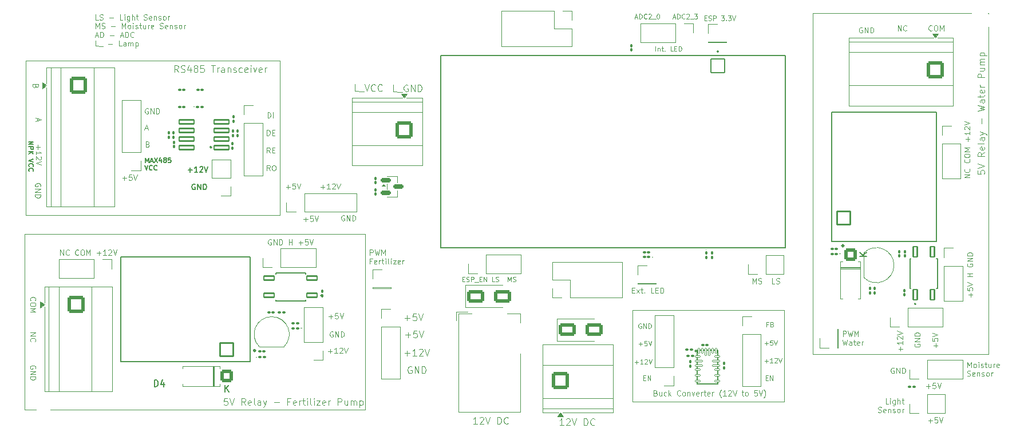
<source format=gto>
%TF.GenerationSoftware,KiCad,Pcbnew,9.0.7-9.0.7~ubuntu24.04.1*%
%TF.CreationDate,2026-02-15T23:13:21-05:00*%
%TF.ProjectId,plantPartner_PCB1.0,706c616e-7450-4617-9274-6e65725f5043,rev?*%
%TF.SameCoordinates,Original*%
%TF.FileFunction,Legend,Top*%
%TF.FilePolarity,Positive*%
%FSLAX46Y46*%
G04 Gerber Fmt 4.6, Leading zero omitted, Abs format (unit mm)*
G04 Created by KiCad (PCBNEW 9.0.7-9.0.7~ubuntu24.04.1) date 2026-02-15 23:13:21*
%MOMM*%
%LPD*%
G01*
G04 APERTURE LIST*
G04 Aperture macros list*
%AMRoundRect*
0 Rectangle with rounded corners*
0 $1 Rounding radius*
0 $2 $3 $4 $5 $6 $7 $8 $9 X,Y pos of 4 corners*
0 Add a 4 corners polygon primitive as box body*
4,1,4,$2,$3,$4,$5,$6,$7,$8,$9,$2,$3,0*
0 Add four circle primitives for the rounded corners*
1,1,$1+$1,$2,$3*
1,1,$1+$1,$4,$5*
1,1,$1+$1,$6,$7*
1,1,$1+$1,$8,$9*
0 Add four rect primitives between the rounded corners*
20,1,$1+$1,$2,$3,$4,$5,0*
20,1,$1+$1,$4,$5,$6,$7,0*
20,1,$1+$1,$6,$7,$8,$9,0*
20,1,$1+$1,$8,$9,$2,$3,0*%
G04 Aperture macros list end*
%ADD10C,0.100000*%
%ADD11C,0.087500*%
%ADD12C,0.150000*%
%ADD13C,0.140000*%
%ADD14C,0.120000*%
%ADD15C,0.203200*%
%ADD16C,0.127000*%
%ADD17C,0.300000*%
%ADD18C,0.200000*%
%ADD19C,0.152400*%
%ADD20RoundRect,0.100000X0.100000X-0.130000X0.100000X0.130000X-0.100000X0.130000X-0.100000X-0.130000X0*%
%ADD21R,1.700000X1.700000*%
%ADD22C,1.700000*%
%ADD23RoundRect,0.100000X-0.100000X0.130000X-0.100000X-0.130000X0.100000X-0.130000X0.100000X0.130000X0*%
%ADD24RoundRect,0.100000X-0.130000X-0.100000X0.130000X-0.100000X0.130000X0.100000X-0.130000X0.100000X0*%
%ADD25RoundRect,0.250000X1.050000X1.050000X-1.050000X1.050000X-1.050000X-1.050000X1.050000X-1.050000X0*%
%ADD26C,2.600000*%
%ADD27C,3.200000*%
%ADD28RoundRect,0.250000X-1.050000X1.050000X-1.050000X-1.050000X1.050000X-1.050000X1.050000X1.050000X0*%
%ADD29RoundRect,0.250000X-1.000000X-0.650000X1.000000X-0.650000X1.000000X0.650000X-1.000000X0.650000X0*%
%ADD30RoundRect,0.250000X0.650000X0.650000X-0.650000X0.650000X-0.650000X-0.650000X0.650000X-0.650000X0*%
%ADD31C,1.800000*%
%ADD32RoundRect,0.102000X1.104900X-0.304800X1.104900X0.304800X-1.104900X0.304800X-1.104900X-0.304800X0*%
%ADD33RoundRect,0.100000X0.130000X0.100000X-0.130000X0.100000X-0.130000X-0.100000X0.130000X-0.100000X0*%
%ADD34RoundRect,0.102000X0.990000X-0.990000X0.990000X0.990000X-0.990000X0.990000X-0.990000X-0.990000X0*%
%ADD35C,2.184000*%
%ADD36C,2.139000*%
%ADD37RoundRect,0.102000X0.300000X-0.750000X0.300000X0.750000X-0.300000X0.750000X-0.300000X-0.750000X0*%
%ADD38RoundRect,0.150000X-0.587500X-0.150000X0.587500X-0.150000X0.587500X0.150000X-0.587500X0.150000X0*%
%ADD39RoundRect,0.050800X-0.350000X-0.125000X0.350000X-0.125000X0.350000X0.125000X-0.350000X0.125000X0*%
%ADD40RoundRect,0.050800X-0.550000X-0.125000X0.550000X-0.125000X0.550000X0.125000X-0.550000X0.125000X0*%
%ADD41RoundRect,0.050800X0.125000X-0.350000X0.125000X0.350000X-0.125000X0.350000X-0.125000X-0.350000X0*%
%ADD42RoundRect,0.050800X0.125000X-0.550000X0.125000X0.550000X-0.125000X0.550000X-0.125000X-0.550000X0*%
%ADD43RoundRect,0.250000X-1.050000X-1.050000X1.050000X-1.050000X1.050000X1.050000X-1.050000X1.050000X0*%
%ADD44C,3.000000*%
%ADD45RoundRect,0.102000X-1.000000X1.000000X-1.000000X-1.000000X1.000000X-1.000000X1.000000X1.000000X0*%
%ADD46C,2.204000*%
%ADD47RoundRect,0.250000X-0.650000X0.650000X-0.650000X-0.650000X0.650000X-0.650000X0.650000X0.650000X0*%
%ADD48RoundRect,0.102000X0.990000X0.990000X-0.990000X0.990000X-0.990000X-0.990000X0.990000X-0.990000X0*%
%ADD49R,1.300000X1.300000*%
%ADD50C,1.300000*%
%ADD51R,4.600000X2.000000*%
%ADD52O,4.200000X2.000000*%
%ADD53O,2.000000X4.200000*%
%ADD54RoundRect,0.102000X0.750000X0.300000X-0.750000X0.300000X-0.750000X-0.300000X0.750000X-0.300000X0*%
G04 APERTURE END LIST*
D10*
X155500000Y-99000000D02*
X177900000Y-99000000D01*
X177900000Y-112600000D01*
X155500000Y-112600000D01*
X155500000Y-99000000D01*
X182150000Y-55110000D02*
X208150000Y-55110000D01*
X208150000Y-105510000D01*
X182150000Y-105510000D01*
X182150000Y-55110000D01*
X65605000Y-87800000D02*
X116005000Y-87800000D01*
X116005000Y-113800000D01*
X65605000Y-113800000D01*
X65605000Y-87800000D01*
X65755000Y-62150000D02*
X103355000Y-62150000D01*
X103355000Y-84950000D01*
X65755000Y-84950000D01*
X65755000Y-62150000D01*
X104256265Y-80792133D02*
X104865789Y-80792133D01*
X104561027Y-81096895D02*
X104561027Y-80487371D01*
X105627693Y-80296895D02*
X105246741Y-80296895D01*
X105246741Y-80296895D02*
X105208645Y-80677847D01*
X105208645Y-80677847D02*
X105246741Y-80639752D01*
X105246741Y-80639752D02*
X105322931Y-80601657D01*
X105322931Y-80601657D02*
X105513407Y-80601657D01*
X105513407Y-80601657D02*
X105589598Y-80639752D01*
X105589598Y-80639752D02*
X105627693Y-80677847D01*
X105627693Y-80677847D02*
X105665788Y-80754038D01*
X105665788Y-80754038D02*
X105665788Y-80944514D01*
X105665788Y-80944514D02*
X105627693Y-81020704D01*
X105627693Y-81020704D02*
X105589598Y-81058800D01*
X105589598Y-81058800D02*
X105513407Y-81096895D01*
X105513407Y-81096895D02*
X105322931Y-81096895D01*
X105322931Y-81096895D02*
X105246741Y-81058800D01*
X105246741Y-81058800D02*
X105208645Y-81020704D01*
X105894360Y-80296895D02*
X106161027Y-81096895D01*
X106161027Y-81096895D02*
X106427693Y-80296895D01*
X176537217Y-95096895D02*
X176156265Y-95096895D01*
X176156265Y-95096895D02*
X176156265Y-94296895D01*
X176765788Y-95058800D02*
X176880074Y-95096895D01*
X176880074Y-95096895D02*
X177070550Y-95096895D01*
X177070550Y-95096895D02*
X177146741Y-95058800D01*
X177146741Y-95058800D02*
X177184836Y-95020704D01*
X177184836Y-95020704D02*
X177222931Y-94944514D01*
X177222931Y-94944514D02*
X177222931Y-94868323D01*
X177222931Y-94868323D02*
X177184836Y-94792133D01*
X177184836Y-94792133D02*
X177146741Y-94754038D01*
X177146741Y-94754038D02*
X177070550Y-94715942D01*
X177070550Y-94715942D02*
X176918169Y-94677847D01*
X176918169Y-94677847D02*
X176841979Y-94639752D01*
X176841979Y-94639752D02*
X176803884Y-94601657D01*
X176803884Y-94601657D02*
X176765788Y-94525466D01*
X176765788Y-94525466D02*
X176765788Y-94449276D01*
X176765788Y-94449276D02*
X176803884Y-94373085D01*
X176803884Y-94373085D02*
X176841979Y-94334990D01*
X176841979Y-94334990D02*
X176918169Y-94296895D01*
X176918169Y-94296895D02*
X177108646Y-94296895D01*
X177108646Y-94296895D02*
X177222931Y-94334990D01*
D11*
X155824231Y-106743116D02*
X156357565Y-106743116D01*
X156090898Y-107009783D02*
X156090898Y-106476450D01*
X157057565Y-107009783D02*
X156657565Y-107009783D01*
X156857565Y-107009783D02*
X156857565Y-106309783D01*
X156857565Y-106309783D02*
X156790898Y-106409783D01*
X156790898Y-106409783D02*
X156724232Y-106476450D01*
X156724232Y-106476450D02*
X156657565Y-106509783D01*
X157324232Y-106376450D02*
X157357565Y-106343116D01*
X157357565Y-106343116D02*
X157424232Y-106309783D01*
X157424232Y-106309783D02*
X157590899Y-106309783D01*
X157590899Y-106309783D02*
X157657565Y-106343116D01*
X157657565Y-106343116D02*
X157690899Y-106376450D01*
X157690899Y-106376450D02*
X157724232Y-106443116D01*
X157724232Y-106443116D02*
X157724232Y-106509783D01*
X157724232Y-106509783D02*
X157690899Y-106609783D01*
X157690899Y-106609783D02*
X157290899Y-107009783D01*
X157290899Y-107009783D02*
X157724232Y-107009783D01*
X157924232Y-106309783D02*
X158157566Y-107009783D01*
X158157566Y-107009783D02*
X158390899Y-106309783D01*
D10*
X116656265Y-90896895D02*
X116656265Y-90096895D01*
X116656265Y-90096895D02*
X116961027Y-90096895D01*
X116961027Y-90096895D02*
X117037217Y-90134990D01*
X117037217Y-90134990D02*
X117075312Y-90173085D01*
X117075312Y-90173085D02*
X117113408Y-90249276D01*
X117113408Y-90249276D02*
X117113408Y-90363561D01*
X117113408Y-90363561D02*
X117075312Y-90439752D01*
X117075312Y-90439752D02*
X117037217Y-90477847D01*
X117037217Y-90477847D02*
X116961027Y-90515942D01*
X116961027Y-90515942D02*
X116656265Y-90515942D01*
X117380074Y-90096895D02*
X117570550Y-90896895D01*
X117570550Y-90896895D02*
X117722931Y-90325466D01*
X117722931Y-90325466D02*
X117875312Y-90896895D01*
X117875312Y-90896895D02*
X118065789Y-90096895D01*
X118370551Y-90896895D02*
X118370551Y-90096895D01*
X118370551Y-90096895D02*
X118637217Y-90668323D01*
X118637217Y-90668323D02*
X118903884Y-90096895D01*
X118903884Y-90096895D02*
X118903884Y-90896895D01*
D11*
X166169231Y-55793116D02*
X166402565Y-55793116D01*
X166502565Y-56159783D02*
X166169231Y-56159783D01*
X166169231Y-56159783D02*
X166169231Y-55459783D01*
X166169231Y-55459783D02*
X166502565Y-55459783D01*
X166769231Y-56126450D02*
X166869231Y-56159783D01*
X166869231Y-56159783D02*
X167035898Y-56159783D01*
X167035898Y-56159783D02*
X167102564Y-56126450D01*
X167102564Y-56126450D02*
X167135898Y-56093116D01*
X167135898Y-56093116D02*
X167169231Y-56026450D01*
X167169231Y-56026450D02*
X167169231Y-55959783D01*
X167169231Y-55959783D02*
X167135898Y-55893116D01*
X167135898Y-55893116D02*
X167102564Y-55859783D01*
X167102564Y-55859783D02*
X167035898Y-55826450D01*
X167035898Y-55826450D02*
X166902564Y-55793116D01*
X166902564Y-55793116D02*
X166835898Y-55759783D01*
X166835898Y-55759783D02*
X166802564Y-55726450D01*
X166802564Y-55726450D02*
X166769231Y-55659783D01*
X166769231Y-55659783D02*
X166769231Y-55593116D01*
X166769231Y-55593116D02*
X166802564Y-55526450D01*
X166802564Y-55526450D02*
X166835898Y-55493116D01*
X166835898Y-55493116D02*
X166902564Y-55459783D01*
X166902564Y-55459783D02*
X167069231Y-55459783D01*
X167069231Y-55459783D02*
X167169231Y-55493116D01*
X167469231Y-56159783D02*
X167469231Y-55459783D01*
X167469231Y-55459783D02*
X167735898Y-55459783D01*
X167735898Y-55459783D02*
X167802565Y-55493116D01*
X167802565Y-55493116D02*
X167835898Y-55526450D01*
X167835898Y-55526450D02*
X167869231Y-55593116D01*
X167869231Y-55593116D02*
X167869231Y-55693116D01*
X167869231Y-55693116D02*
X167835898Y-55759783D01*
X167835898Y-55759783D02*
X167802565Y-55793116D01*
X167802565Y-55793116D02*
X167735898Y-55826450D01*
X167735898Y-55826450D02*
X167469231Y-55826450D01*
X168635898Y-55459783D02*
X169069231Y-55459783D01*
X169069231Y-55459783D02*
X168835898Y-55726450D01*
X168835898Y-55726450D02*
X168935898Y-55726450D01*
X168935898Y-55726450D02*
X169002564Y-55759783D01*
X169002564Y-55759783D02*
X169035898Y-55793116D01*
X169035898Y-55793116D02*
X169069231Y-55859783D01*
X169069231Y-55859783D02*
X169069231Y-56026450D01*
X169069231Y-56026450D02*
X169035898Y-56093116D01*
X169035898Y-56093116D02*
X169002564Y-56126450D01*
X169002564Y-56126450D02*
X168935898Y-56159783D01*
X168935898Y-56159783D02*
X168735898Y-56159783D01*
X168735898Y-56159783D02*
X168669231Y-56126450D01*
X168669231Y-56126450D02*
X168635898Y-56093116D01*
X169369231Y-56093116D02*
X169402565Y-56126450D01*
X169402565Y-56126450D02*
X169369231Y-56159783D01*
X169369231Y-56159783D02*
X169335898Y-56126450D01*
X169335898Y-56126450D02*
X169369231Y-56093116D01*
X169369231Y-56093116D02*
X169369231Y-56159783D01*
X169635898Y-55459783D02*
X170069231Y-55459783D01*
X170069231Y-55459783D02*
X169835898Y-55726450D01*
X169835898Y-55726450D02*
X169935898Y-55726450D01*
X169935898Y-55726450D02*
X170002564Y-55759783D01*
X170002564Y-55759783D02*
X170035898Y-55793116D01*
X170035898Y-55793116D02*
X170069231Y-55859783D01*
X170069231Y-55859783D02*
X170069231Y-56026450D01*
X170069231Y-56026450D02*
X170035898Y-56093116D01*
X170035898Y-56093116D02*
X170002564Y-56126450D01*
X170002564Y-56126450D02*
X169935898Y-56159783D01*
X169935898Y-56159783D02*
X169735898Y-56159783D01*
X169735898Y-56159783D02*
X169669231Y-56126450D01*
X169669231Y-56126450D02*
X169635898Y-56093116D01*
X170269231Y-55459783D02*
X170502565Y-56159783D01*
X170502565Y-56159783D02*
X170735898Y-55459783D01*
D10*
X101888408Y-75771895D02*
X101621741Y-75390942D01*
X101431265Y-75771895D02*
X101431265Y-74971895D01*
X101431265Y-74971895D02*
X101736027Y-74971895D01*
X101736027Y-74971895D02*
X101812217Y-75009990D01*
X101812217Y-75009990D02*
X101850312Y-75048085D01*
X101850312Y-75048085D02*
X101888408Y-75124276D01*
X101888408Y-75124276D02*
X101888408Y-75238561D01*
X101888408Y-75238561D02*
X101850312Y-75314752D01*
X101850312Y-75314752D02*
X101812217Y-75352847D01*
X101812217Y-75352847D02*
X101736027Y-75390942D01*
X101736027Y-75390942D02*
X101431265Y-75390942D01*
X102231265Y-75352847D02*
X102497931Y-75352847D01*
X102612217Y-75771895D02*
X102231265Y-75771895D01*
X102231265Y-75771895D02*
X102231265Y-74971895D01*
X102231265Y-74971895D02*
X102612217Y-74971895D01*
D11*
X157124231Y-109043116D02*
X157357565Y-109043116D01*
X157457565Y-109409783D02*
X157124231Y-109409783D01*
X157124231Y-109409783D02*
X157124231Y-108709783D01*
X157124231Y-108709783D02*
X157457565Y-108709783D01*
X157757564Y-109409783D02*
X157757564Y-108709783D01*
X157757564Y-108709783D02*
X158157564Y-109409783D01*
X158157564Y-109409783D02*
X158157564Y-108709783D01*
D10*
X80056265Y-79492133D02*
X80665789Y-79492133D01*
X80361027Y-79796895D02*
X80361027Y-79187371D01*
X81427693Y-78996895D02*
X81046741Y-78996895D01*
X81046741Y-78996895D02*
X81008645Y-79377847D01*
X81008645Y-79377847D02*
X81046741Y-79339752D01*
X81046741Y-79339752D02*
X81122931Y-79301657D01*
X81122931Y-79301657D02*
X81313407Y-79301657D01*
X81313407Y-79301657D02*
X81389598Y-79339752D01*
X81389598Y-79339752D02*
X81427693Y-79377847D01*
X81427693Y-79377847D02*
X81465788Y-79454038D01*
X81465788Y-79454038D02*
X81465788Y-79644514D01*
X81465788Y-79644514D02*
X81427693Y-79720704D01*
X81427693Y-79720704D02*
X81389598Y-79758800D01*
X81389598Y-79758800D02*
X81313407Y-79796895D01*
X81313407Y-79796895D02*
X81122931Y-79796895D01*
X81122931Y-79796895D02*
X81046741Y-79758800D01*
X81046741Y-79758800D02*
X81008645Y-79720704D01*
X81694360Y-78996895D02*
X81961027Y-79796895D01*
X81961027Y-79796895D02*
X82227693Y-78996895D01*
X67170009Y-107675312D02*
X67208104Y-107599122D01*
X67208104Y-107599122D02*
X67208104Y-107484836D01*
X67208104Y-107484836D02*
X67170009Y-107370550D01*
X67170009Y-107370550D02*
X67093819Y-107294360D01*
X67093819Y-107294360D02*
X67017628Y-107256265D01*
X67017628Y-107256265D02*
X66865247Y-107218169D01*
X66865247Y-107218169D02*
X66750961Y-107218169D01*
X66750961Y-107218169D02*
X66598580Y-107256265D01*
X66598580Y-107256265D02*
X66522390Y-107294360D01*
X66522390Y-107294360D02*
X66446200Y-107370550D01*
X66446200Y-107370550D02*
X66408104Y-107484836D01*
X66408104Y-107484836D02*
X66408104Y-107561027D01*
X66408104Y-107561027D02*
X66446200Y-107675312D01*
X66446200Y-107675312D02*
X66484295Y-107713408D01*
X66484295Y-107713408D02*
X66750961Y-107713408D01*
X66750961Y-107713408D02*
X66750961Y-107561027D01*
X66408104Y-108056265D02*
X67208104Y-108056265D01*
X67208104Y-108056265D02*
X66408104Y-108513408D01*
X66408104Y-108513408D02*
X67208104Y-108513408D01*
X66408104Y-108894360D02*
X67208104Y-108894360D01*
X67208104Y-108894360D02*
X67208104Y-109084836D01*
X67208104Y-109084836D02*
X67170009Y-109199122D01*
X67170009Y-109199122D02*
X67093819Y-109275312D01*
X67093819Y-109275312D02*
X67017628Y-109313407D01*
X67017628Y-109313407D02*
X66865247Y-109351503D01*
X66865247Y-109351503D02*
X66750961Y-109351503D01*
X66750961Y-109351503D02*
X66598580Y-109313407D01*
X66598580Y-109313407D02*
X66522390Y-109275312D01*
X66522390Y-109275312D02*
X66446200Y-109199122D01*
X66446200Y-109199122D02*
X66408104Y-109084836D01*
X66408104Y-109084836D02*
X66408104Y-108894360D01*
X205510133Y-97086189D02*
X205510133Y-96476666D01*
X205814895Y-96781427D02*
X205205371Y-96781427D01*
X205014895Y-95714761D02*
X205014895Y-96095713D01*
X205014895Y-96095713D02*
X205395847Y-96133809D01*
X205395847Y-96133809D02*
X205357752Y-96095713D01*
X205357752Y-96095713D02*
X205319657Y-96019523D01*
X205319657Y-96019523D02*
X205319657Y-95829047D01*
X205319657Y-95829047D02*
X205357752Y-95752856D01*
X205357752Y-95752856D02*
X205395847Y-95714761D01*
X205395847Y-95714761D02*
X205472038Y-95676666D01*
X205472038Y-95676666D02*
X205662514Y-95676666D01*
X205662514Y-95676666D02*
X205738704Y-95714761D01*
X205738704Y-95714761D02*
X205776800Y-95752856D01*
X205776800Y-95752856D02*
X205814895Y-95829047D01*
X205814895Y-95829047D02*
X205814895Y-96019523D01*
X205814895Y-96019523D02*
X205776800Y-96095713D01*
X205776800Y-96095713D02*
X205738704Y-96133809D01*
X205014895Y-95448094D02*
X205814895Y-95181427D01*
X205814895Y-95181427D02*
X205014895Y-94914761D01*
X205814895Y-94038570D02*
X205014895Y-94038570D01*
X205395847Y-94038570D02*
X205395847Y-93581427D01*
X205814895Y-93581427D02*
X205014895Y-93581427D01*
X205052990Y-92171904D02*
X205014895Y-92248094D01*
X205014895Y-92248094D02*
X205014895Y-92362380D01*
X205014895Y-92362380D02*
X205052990Y-92476666D01*
X205052990Y-92476666D02*
X205129180Y-92552856D01*
X205129180Y-92552856D02*
X205205371Y-92590951D01*
X205205371Y-92590951D02*
X205357752Y-92629047D01*
X205357752Y-92629047D02*
X205472038Y-92629047D01*
X205472038Y-92629047D02*
X205624419Y-92590951D01*
X205624419Y-92590951D02*
X205700609Y-92552856D01*
X205700609Y-92552856D02*
X205776800Y-92476666D01*
X205776800Y-92476666D02*
X205814895Y-92362380D01*
X205814895Y-92362380D02*
X205814895Y-92286189D01*
X205814895Y-92286189D02*
X205776800Y-92171904D01*
X205776800Y-92171904D02*
X205738704Y-92133808D01*
X205738704Y-92133808D02*
X205472038Y-92133808D01*
X205472038Y-92133808D02*
X205472038Y-92286189D01*
X205814895Y-91790951D02*
X205014895Y-91790951D01*
X205014895Y-91790951D02*
X205814895Y-91333808D01*
X205814895Y-91333808D02*
X205014895Y-91333808D01*
X205814895Y-90952856D02*
X205014895Y-90952856D01*
X205014895Y-90952856D02*
X205014895Y-90762380D01*
X205014895Y-90762380D02*
X205052990Y-90648094D01*
X205052990Y-90648094D02*
X205129180Y-90571904D01*
X205129180Y-90571904D02*
X205205371Y-90533809D01*
X205205371Y-90533809D02*
X205357752Y-90495713D01*
X205357752Y-90495713D02*
X205472038Y-90495713D01*
X205472038Y-90495713D02*
X205624419Y-90533809D01*
X205624419Y-90533809D02*
X205700609Y-90571904D01*
X205700609Y-90571904D02*
X205776800Y-90648094D01*
X205776800Y-90648094D02*
X205814895Y-90762380D01*
X205814895Y-90762380D02*
X205814895Y-90952856D01*
X158922931Y-111277847D02*
X159037217Y-111315942D01*
X159037217Y-111315942D02*
X159075312Y-111354038D01*
X159075312Y-111354038D02*
X159113408Y-111430228D01*
X159113408Y-111430228D02*
X159113408Y-111544514D01*
X159113408Y-111544514D02*
X159075312Y-111620704D01*
X159075312Y-111620704D02*
X159037217Y-111658800D01*
X159037217Y-111658800D02*
X158961027Y-111696895D01*
X158961027Y-111696895D02*
X158656265Y-111696895D01*
X158656265Y-111696895D02*
X158656265Y-110896895D01*
X158656265Y-110896895D02*
X158922931Y-110896895D01*
X158922931Y-110896895D02*
X158999122Y-110934990D01*
X158999122Y-110934990D02*
X159037217Y-110973085D01*
X159037217Y-110973085D02*
X159075312Y-111049276D01*
X159075312Y-111049276D02*
X159075312Y-111125466D01*
X159075312Y-111125466D02*
X159037217Y-111201657D01*
X159037217Y-111201657D02*
X158999122Y-111239752D01*
X158999122Y-111239752D02*
X158922931Y-111277847D01*
X158922931Y-111277847D02*
X158656265Y-111277847D01*
X159799122Y-111163561D02*
X159799122Y-111696895D01*
X159456265Y-111163561D02*
X159456265Y-111582609D01*
X159456265Y-111582609D02*
X159494360Y-111658800D01*
X159494360Y-111658800D02*
X159570550Y-111696895D01*
X159570550Y-111696895D02*
X159684836Y-111696895D01*
X159684836Y-111696895D02*
X159761027Y-111658800D01*
X159761027Y-111658800D02*
X159799122Y-111620704D01*
X160522932Y-111658800D02*
X160446741Y-111696895D01*
X160446741Y-111696895D02*
X160294360Y-111696895D01*
X160294360Y-111696895D02*
X160218170Y-111658800D01*
X160218170Y-111658800D02*
X160180075Y-111620704D01*
X160180075Y-111620704D02*
X160141979Y-111544514D01*
X160141979Y-111544514D02*
X160141979Y-111315942D01*
X160141979Y-111315942D02*
X160180075Y-111239752D01*
X160180075Y-111239752D02*
X160218170Y-111201657D01*
X160218170Y-111201657D02*
X160294360Y-111163561D01*
X160294360Y-111163561D02*
X160446741Y-111163561D01*
X160446741Y-111163561D02*
X160522932Y-111201657D01*
X160865789Y-111696895D02*
X160865789Y-110896895D01*
X160941979Y-111392133D02*
X161170551Y-111696895D01*
X161170551Y-111163561D02*
X160865789Y-111468323D01*
X162580075Y-111620704D02*
X162541979Y-111658800D01*
X162541979Y-111658800D02*
X162427694Y-111696895D01*
X162427694Y-111696895D02*
X162351503Y-111696895D01*
X162351503Y-111696895D02*
X162237217Y-111658800D01*
X162237217Y-111658800D02*
X162161027Y-111582609D01*
X162161027Y-111582609D02*
X162122932Y-111506419D01*
X162122932Y-111506419D02*
X162084836Y-111354038D01*
X162084836Y-111354038D02*
X162084836Y-111239752D01*
X162084836Y-111239752D02*
X162122932Y-111087371D01*
X162122932Y-111087371D02*
X162161027Y-111011180D01*
X162161027Y-111011180D02*
X162237217Y-110934990D01*
X162237217Y-110934990D02*
X162351503Y-110896895D01*
X162351503Y-110896895D02*
X162427694Y-110896895D01*
X162427694Y-110896895D02*
X162541979Y-110934990D01*
X162541979Y-110934990D02*
X162580075Y-110973085D01*
X163037217Y-111696895D02*
X162961027Y-111658800D01*
X162961027Y-111658800D02*
X162922932Y-111620704D01*
X162922932Y-111620704D02*
X162884836Y-111544514D01*
X162884836Y-111544514D02*
X162884836Y-111315942D01*
X162884836Y-111315942D02*
X162922932Y-111239752D01*
X162922932Y-111239752D02*
X162961027Y-111201657D01*
X162961027Y-111201657D02*
X163037217Y-111163561D01*
X163037217Y-111163561D02*
X163151503Y-111163561D01*
X163151503Y-111163561D02*
X163227694Y-111201657D01*
X163227694Y-111201657D02*
X163265789Y-111239752D01*
X163265789Y-111239752D02*
X163303884Y-111315942D01*
X163303884Y-111315942D02*
X163303884Y-111544514D01*
X163303884Y-111544514D02*
X163265789Y-111620704D01*
X163265789Y-111620704D02*
X163227694Y-111658800D01*
X163227694Y-111658800D02*
X163151503Y-111696895D01*
X163151503Y-111696895D02*
X163037217Y-111696895D01*
X163646742Y-111163561D02*
X163646742Y-111696895D01*
X163646742Y-111239752D02*
X163684837Y-111201657D01*
X163684837Y-111201657D02*
X163761027Y-111163561D01*
X163761027Y-111163561D02*
X163875313Y-111163561D01*
X163875313Y-111163561D02*
X163951504Y-111201657D01*
X163951504Y-111201657D02*
X163989599Y-111277847D01*
X163989599Y-111277847D02*
X163989599Y-111696895D01*
X164294361Y-111163561D02*
X164484837Y-111696895D01*
X164484837Y-111696895D02*
X164675314Y-111163561D01*
X165284838Y-111658800D02*
X165208647Y-111696895D01*
X165208647Y-111696895D02*
X165056266Y-111696895D01*
X165056266Y-111696895D02*
X164980076Y-111658800D01*
X164980076Y-111658800D02*
X164941980Y-111582609D01*
X164941980Y-111582609D02*
X164941980Y-111277847D01*
X164941980Y-111277847D02*
X164980076Y-111201657D01*
X164980076Y-111201657D02*
X165056266Y-111163561D01*
X165056266Y-111163561D02*
X165208647Y-111163561D01*
X165208647Y-111163561D02*
X165284838Y-111201657D01*
X165284838Y-111201657D02*
X165322933Y-111277847D01*
X165322933Y-111277847D02*
X165322933Y-111354038D01*
X165322933Y-111354038D02*
X164941980Y-111430228D01*
X165665790Y-111696895D02*
X165665790Y-111163561D01*
X165665790Y-111315942D02*
X165703885Y-111239752D01*
X165703885Y-111239752D02*
X165741980Y-111201657D01*
X165741980Y-111201657D02*
X165818171Y-111163561D01*
X165818171Y-111163561D02*
X165894361Y-111163561D01*
X166046742Y-111163561D02*
X166351504Y-111163561D01*
X166161028Y-110896895D02*
X166161028Y-111582609D01*
X166161028Y-111582609D02*
X166199123Y-111658800D01*
X166199123Y-111658800D02*
X166275313Y-111696895D01*
X166275313Y-111696895D02*
X166351504Y-111696895D01*
X166922933Y-111658800D02*
X166846742Y-111696895D01*
X166846742Y-111696895D02*
X166694361Y-111696895D01*
X166694361Y-111696895D02*
X166618171Y-111658800D01*
X166618171Y-111658800D02*
X166580075Y-111582609D01*
X166580075Y-111582609D02*
X166580075Y-111277847D01*
X166580075Y-111277847D02*
X166618171Y-111201657D01*
X166618171Y-111201657D02*
X166694361Y-111163561D01*
X166694361Y-111163561D02*
X166846742Y-111163561D01*
X166846742Y-111163561D02*
X166922933Y-111201657D01*
X166922933Y-111201657D02*
X166961028Y-111277847D01*
X166961028Y-111277847D02*
X166961028Y-111354038D01*
X166961028Y-111354038D02*
X166580075Y-111430228D01*
X167303885Y-111696895D02*
X167303885Y-111163561D01*
X167303885Y-111315942D02*
X167341980Y-111239752D01*
X167341980Y-111239752D02*
X167380075Y-111201657D01*
X167380075Y-111201657D02*
X167456266Y-111163561D01*
X167456266Y-111163561D02*
X167532456Y-111163561D01*
X168637218Y-112001657D02*
X168599123Y-111963561D01*
X168599123Y-111963561D02*
X168522932Y-111849276D01*
X168522932Y-111849276D02*
X168484837Y-111773085D01*
X168484837Y-111773085D02*
X168446742Y-111658800D01*
X168446742Y-111658800D02*
X168408647Y-111468323D01*
X168408647Y-111468323D02*
X168408647Y-111315942D01*
X168408647Y-111315942D02*
X168446742Y-111125466D01*
X168446742Y-111125466D02*
X168484837Y-111011180D01*
X168484837Y-111011180D02*
X168522932Y-110934990D01*
X168522932Y-110934990D02*
X168599123Y-110820704D01*
X168599123Y-110820704D02*
X168637218Y-110782609D01*
X169361027Y-111696895D02*
X168903884Y-111696895D01*
X169132456Y-111696895D02*
X169132456Y-110896895D01*
X169132456Y-110896895D02*
X169056265Y-111011180D01*
X169056265Y-111011180D02*
X168980075Y-111087371D01*
X168980075Y-111087371D02*
X168903884Y-111125466D01*
X169665789Y-110973085D02*
X169703885Y-110934990D01*
X169703885Y-110934990D02*
X169780075Y-110896895D01*
X169780075Y-110896895D02*
X169970551Y-110896895D01*
X169970551Y-110896895D02*
X170046742Y-110934990D01*
X170046742Y-110934990D02*
X170084837Y-110973085D01*
X170084837Y-110973085D02*
X170122932Y-111049276D01*
X170122932Y-111049276D02*
X170122932Y-111125466D01*
X170122932Y-111125466D02*
X170084837Y-111239752D01*
X170084837Y-111239752D02*
X169627694Y-111696895D01*
X169627694Y-111696895D02*
X170122932Y-111696895D01*
X170351504Y-110896895D02*
X170618171Y-111696895D01*
X170618171Y-111696895D02*
X170884837Y-110896895D01*
X171646742Y-111163561D02*
X171951504Y-111163561D01*
X171761028Y-110896895D02*
X171761028Y-111582609D01*
X171761028Y-111582609D02*
X171799123Y-111658800D01*
X171799123Y-111658800D02*
X171875313Y-111696895D01*
X171875313Y-111696895D02*
X171951504Y-111696895D01*
X172332456Y-111696895D02*
X172256266Y-111658800D01*
X172256266Y-111658800D02*
X172218171Y-111620704D01*
X172218171Y-111620704D02*
X172180075Y-111544514D01*
X172180075Y-111544514D02*
X172180075Y-111315942D01*
X172180075Y-111315942D02*
X172218171Y-111239752D01*
X172218171Y-111239752D02*
X172256266Y-111201657D01*
X172256266Y-111201657D02*
X172332456Y-111163561D01*
X172332456Y-111163561D02*
X172446742Y-111163561D01*
X172446742Y-111163561D02*
X172522933Y-111201657D01*
X172522933Y-111201657D02*
X172561028Y-111239752D01*
X172561028Y-111239752D02*
X172599123Y-111315942D01*
X172599123Y-111315942D02*
X172599123Y-111544514D01*
X172599123Y-111544514D02*
X172561028Y-111620704D01*
X172561028Y-111620704D02*
X172522933Y-111658800D01*
X172522933Y-111658800D02*
X172446742Y-111696895D01*
X172446742Y-111696895D02*
X172332456Y-111696895D01*
X173932457Y-110896895D02*
X173551505Y-110896895D01*
X173551505Y-110896895D02*
X173513409Y-111277847D01*
X173513409Y-111277847D02*
X173551505Y-111239752D01*
X173551505Y-111239752D02*
X173627695Y-111201657D01*
X173627695Y-111201657D02*
X173818171Y-111201657D01*
X173818171Y-111201657D02*
X173894362Y-111239752D01*
X173894362Y-111239752D02*
X173932457Y-111277847D01*
X173932457Y-111277847D02*
X173970552Y-111354038D01*
X173970552Y-111354038D02*
X173970552Y-111544514D01*
X173970552Y-111544514D02*
X173932457Y-111620704D01*
X173932457Y-111620704D02*
X173894362Y-111658800D01*
X173894362Y-111658800D02*
X173818171Y-111696895D01*
X173818171Y-111696895D02*
X173627695Y-111696895D01*
X173627695Y-111696895D02*
X173551505Y-111658800D01*
X173551505Y-111658800D02*
X173513409Y-111620704D01*
X174199124Y-110896895D02*
X174465791Y-111696895D01*
X174465791Y-111696895D02*
X174732457Y-110896895D01*
X174922933Y-112001657D02*
X174961028Y-111963561D01*
X174961028Y-111963561D02*
X175037219Y-111849276D01*
X175037219Y-111849276D02*
X175075314Y-111773085D01*
X175075314Y-111773085D02*
X175113409Y-111658800D01*
X175113409Y-111658800D02*
X175151505Y-111468323D01*
X175151505Y-111468323D02*
X175151505Y-111315942D01*
X175151505Y-111315942D02*
X175113409Y-111125466D01*
X175113409Y-111125466D02*
X175075314Y-111011180D01*
X175075314Y-111011180D02*
X175037219Y-110934990D01*
X175037219Y-110934990D02*
X174961028Y-110820704D01*
X174961028Y-110820704D02*
X174922933Y-110782609D01*
X67431676Y-70668169D02*
X67431676Y-71049122D01*
X67203104Y-70591979D02*
X68003104Y-70858646D01*
X68003104Y-70858646D02*
X67203104Y-71125312D01*
D11*
X158924231Y-60709783D02*
X158924231Y-60009783D01*
X159257564Y-60243116D02*
X159257564Y-60709783D01*
X159257564Y-60309783D02*
X159290898Y-60276450D01*
X159290898Y-60276450D02*
X159357564Y-60243116D01*
X159357564Y-60243116D02*
X159457564Y-60243116D01*
X159457564Y-60243116D02*
X159524231Y-60276450D01*
X159524231Y-60276450D02*
X159557564Y-60343116D01*
X159557564Y-60343116D02*
X159557564Y-60709783D01*
X159790897Y-60243116D02*
X160057564Y-60243116D01*
X159890897Y-60009783D02*
X159890897Y-60609783D01*
X159890897Y-60609783D02*
X159924231Y-60676450D01*
X159924231Y-60676450D02*
X159990897Y-60709783D01*
X159990897Y-60709783D02*
X160057564Y-60709783D01*
X160290897Y-60643116D02*
X160324231Y-60676450D01*
X160324231Y-60676450D02*
X160290897Y-60709783D01*
X160290897Y-60709783D02*
X160257564Y-60676450D01*
X160257564Y-60676450D02*
X160290897Y-60643116D01*
X160290897Y-60643116D02*
X160290897Y-60709783D01*
X161490897Y-60709783D02*
X161157563Y-60709783D01*
X161157563Y-60709783D02*
X161157563Y-60009783D01*
X161724230Y-60343116D02*
X161957564Y-60343116D01*
X162057564Y-60709783D02*
X161724230Y-60709783D01*
X161724230Y-60709783D02*
X161724230Y-60009783D01*
X161724230Y-60009783D02*
X162057564Y-60009783D01*
X162357563Y-60709783D02*
X162357563Y-60009783D01*
X162357563Y-60009783D02*
X162524230Y-60009783D01*
X162524230Y-60009783D02*
X162624230Y-60043116D01*
X162624230Y-60043116D02*
X162690897Y-60109783D01*
X162690897Y-60109783D02*
X162724230Y-60176450D01*
X162724230Y-60176450D02*
X162757563Y-60309783D01*
X162757563Y-60309783D02*
X162757563Y-60409783D01*
X162757563Y-60409783D02*
X162724230Y-60543116D01*
X162724230Y-60543116D02*
X162690897Y-60609783D01*
X162690897Y-60609783D02*
X162624230Y-60676450D01*
X162624230Y-60676450D02*
X162524230Y-60709783D01*
X162524230Y-60709783D02*
X162357563Y-60709783D01*
D10*
X200342133Y-104553734D02*
X200342133Y-103944211D01*
X200646895Y-104248972D02*
X200037371Y-104248972D01*
X199846895Y-103182306D02*
X199846895Y-103563258D01*
X199846895Y-103563258D02*
X200227847Y-103601354D01*
X200227847Y-103601354D02*
X200189752Y-103563258D01*
X200189752Y-103563258D02*
X200151657Y-103487068D01*
X200151657Y-103487068D02*
X200151657Y-103296592D01*
X200151657Y-103296592D02*
X200189752Y-103220401D01*
X200189752Y-103220401D02*
X200227847Y-103182306D01*
X200227847Y-103182306D02*
X200304038Y-103144211D01*
X200304038Y-103144211D02*
X200494514Y-103144211D01*
X200494514Y-103144211D02*
X200570704Y-103182306D01*
X200570704Y-103182306D02*
X200608800Y-103220401D01*
X200608800Y-103220401D02*
X200646895Y-103296592D01*
X200646895Y-103296592D02*
X200646895Y-103487068D01*
X200646895Y-103487068D02*
X200608800Y-103563258D01*
X200608800Y-103563258D02*
X200570704Y-103601354D01*
X199846895Y-102915639D02*
X200646895Y-102648972D01*
X200646895Y-102648972D02*
X199846895Y-102382306D01*
X116922931Y-91777847D02*
X116656265Y-91777847D01*
X116656265Y-92196895D02*
X116656265Y-91396895D01*
X116656265Y-91396895D02*
X117037217Y-91396895D01*
X117646741Y-92158800D02*
X117570550Y-92196895D01*
X117570550Y-92196895D02*
X117418169Y-92196895D01*
X117418169Y-92196895D02*
X117341979Y-92158800D01*
X117341979Y-92158800D02*
X117303883Y-92082609D01*
X117303883Y-92082609D02*
X117303883Y-91777847D01*
X117303883Y-91777847D02*
X117341979Y-91701657D01*
X117341979Y-91701657D02*
X117418169Y-91663561D01*
X117418169Y-91663561D02*
X117570550Y-91663561D01*
X117570550Y-91663561D02*
X117646741Y-91701657D01*
X117646741Y-91701657D02*
X117684836Y-91777847D01*
X117684836Y-91777847D02*
X117684836Y-91854038D01*
X117684836Y-91854038D02*
X117303883Y-91930228D01*
X118027693Y-92196895D02*
X118027693Y-91663561D01*
X118027693Y-91815942D02*
X118065788Y-91739752D01*
X118065788Y-91739752D02*
X118103883Y-91701657D01*
X118103883Y-91701657D02*
X118180074Y-91663561D01*
X118180074Y-91663561D02*
X118256264Y-91663561D01*
X118408645Y-91663561D02*
X118713407Y-91663561D01*
X118522931Y-91396895D02*
X118522931Y-92082609D01*
X118522931Y-92082609D02*
X118561026Y-92158800D01*
X118561026Y-92158800D02*
X118637216Y-92196895D01*
X118637216Y-92196895D02*
X118713407Y-92196895D01*
X118980074Y-92196895D02*
X118980074Y-91663561D01*
X118980074Y-91396895D02*
X118941978Y-91434990D01*
X118941978Y-91434990D02*
X118980074Y-91473085D01*
X118980074Y-91473085D02*
X119018169Y-91434990D01*
X119018169Y-91434990D02*
X118980074Y-91396895D01*
X118980074Y-91396895D02*
X118980074Y-91473085D01*
X119475311Y-92196895D02*
X119399121Y-92158800D01*
X119399121Y-92158800D02*
X119361026Y-92082609D01*
X119361026Y-92082609D02*
X119361026Y-91396895D01*
X119780074Y-92196895D02*
X119780074Y-91663561D01*
X119780074Y-91396895D02*
X119741978Y-91434990D01*
X119741978Y-91434990D02*
X119780074Y-91473085D01*
X119780074Y-91473085D02*
X119818169Y-91434990D01*
X119818169Y-91434990D02*
X119780074Y-91396895D01*
X119780074Y-91396895D02*
X119780074Y-91473085D01*
X120084835Y-91663561D02*
X120503883Y-91663561D01*
X120503883Y-91663561D02*
X120084835Y-92196895D01*
X120084835Y-92196895D02*
X120503883Y-92196895D01*
X121113407Y-92158800D02*
X121037216Y-92196895D01*
X121037216Y-92196895D02*
X120884835Y-92196895D01*
X120884835Y-92196895D02*
X120808645Y-92158800D01*
X120808645Y-92158800D02*
X120770549Y-92082609D01*
X120770549Y-92082609D02*
X120770549Y-91777847D01*
X120770549Y-91777847D02*
X120808645Y-91701657D01*
X120808645Y-91701657D02*
X120884835Y-91663561D01*
X120884835Y-91663561D02*
X121037216Y-91663561D01*
X121037216Y-91663561D02*
X121113407Y-91701657D01*
X121113407Y-91701657D02*
X121151502Y-91777847D01*
X121151502Y-91777847D02*
X121151502Y-91854038D01*
X121151502Y-91854038D02*
X120770549Y-91930228D01*
X121494359Y-92196895D02*
X121494359Y-91663561D01*
X121494359Y-91815942D02*
X121532454Y-91739752D01*
X121532454Y-91739752D02*
X121570549Y-91701657D01*
X121570549Y-91701657D02*
X121646740Y-91663561D01*
X121646740Y-91663561D02*
X121722930Y-91663561D01*
D11*
X156790898Y-101043116D02*
X156724231Y-101009783D01*
X156724231Y-101009783D02*
X156624231Y-101009783D01*
X156624231Y-101009783D02*
X156524231Y-101043116D01*
X156524231Y-101043116D02*
X156457565Y-101109783D01*
X156457565Y-101109783D02*
X156424231Y-101176450D01*
X156424231Y-101176450D02*
X156390898Y-101309783D01*
X156390898Y-101309783D02*
X156390898Y-101409783D01*
X156390898Y-101409783D02*
X156424231Y-101543116D01*
X156424231Y-101543116D02*
X156457565Y-101609783D01*
X156457565Y-101609783D02*
X156524231Y-101676450D01*
X156524231Y-101676450D02*
X156624231Y-101709783D01*
X156624231Y-101709783D02*
X156690898Y-101709783D01*
X156690898Y-101709783D02*
X156790898Y-101676450D01*
X156790898Y-101676450D02*
X156824231Y-101643116D01*
X156824231Y-101643116D02*
X156824231Y-101409783D01*
X156824231Y-101409783D02*
X156690898Y-101409783D01*
X157124231Y-101709783D02*
X157124231Y-101009783D01*
X157124231Y-101009783D02*
X157524231Y-101709783D01*
X157524231Y-101709783D02*
X157524231Y-101009783D01*
X157857564Y-101709783D02*
X157857564Y-101009783D01*
X157857564Y-101009783D02*
X158024231Y-101009783D01*
X158024231Y-101009783D02*
X158124231Y-101043116D01*
X158124231Y-101043116D02*
X158190898Y-101109783D01*
X158190898Y-101109783D02*
X158224231Y-101176450D01*
X158224231Y-101176450D02*
X158257564Y-101309783D01*
X158257564Y-101309783D02*
X158257564Y-101409783D01*
X158257564Y-101409783D02*
X158224231Y-101543116D01*
X158224231Y-101543116D02*
X158190898Y-101609783D01*
X158190898Y-101609783D02*
X158124231Y-101676450D01*
X158124231Y-101676450D02*
X158024231Y-101709783D01*
X158024231Y-101709783D02*
X157857564Y-101709783D01*
D10*
X194756265Y-57696895D02*
X194756265Y-56896895D01*
X194756265Y-56896895D02*
X195213408Y-57696895D01*
X195213408Y-57696895D02*
X195213408Y-56896895D01*
X196051503Y-57620704D02*
X196013407Y-57658800D01*
X196013407Y-57658800D02*
X195899122Y-57696895D01*
X195899122Y-57696895D02*
X195822931Y-57696895D01*
X195822931Y-57696895D02*
X195708645Y-57658800D01*
X195708645Y-57658800D02*
X195632455Y-57582609D01*
X195632455Y-57582609D02*
X195594360Y-57506419D01*
X195594360Y-57506419D02*
X195556264Y-57354038D01*
X195556264Y-57354038D02*
X195556264Y-57239752D01*
X195556264Y-57239752D02*
X195594360Y-57087371D01*
X195594360Y-57087371D02*
X195632455Y-57011180D01*
X195632455Y-57011180D02*
X195708645Y-56934990D01*
X195708645Y-56934990D02*
X195822931Y-56896895D01*
X195822931Y-56896895D02*
X195899122Y-56896895D01*
X195899122Y-56896895D02*
X196013407Y-56934990D01*
X196013407Y-56934990D02*
X196051503Y-56973085D01*
X120630074Y-66672419D02*
X120153884Y-66672419D01*
X120153884Y-66672419D02*
X120153884Y-65672419D01*
X120725313Y-66767657D02*
X121487217Y-66767657D01*
X122249122Y-65720038D02*
X122153884Y-65672419D01*
X122153884Y-65672419D02*
X122011027Y-65672419D01*
X122011027Y-65672419D02*
X121868170Y-65720038D01*
X121868170Y-65720038D02*
X121772932Y-65815276D01*
X121772932Y-65815276D02*
X121725313Y-65910514D01*
X121725313Y-65910514D02*
X121677694Y-66100990D01*
X121677694Y-66100990D02*
X121677694Y-66243847D01*
X121677694Y-66243847D02*
X121725313Y-66434323D01*
X121725313Y-66434323D02*
X121772932Y-66529561D01*
X121772932Y-66529561D02*
X121868170Y-66624800D01*
X121868170Y-66624800D02*
X122011027Y-66672419D01*
X122011027Y-66672419D02*
X122106265Y-66672419D01*
X122106265Y-66672419D02*
X122249122Y-66624800D01*
X122249122Y-66624800D02*
X122296741Y-66577180D01*
X122296741Y-66577180D02*
X122296741Y-66243847D01*
X122296741Y-66243847D02*
X122106265Y-66243847D01*
X122725313Y-66672419D02*
X122725313Y-65672419D01*
X122725313Y-65672419D02*
X123296741Y-66672419D01*
X123296741Y-66672419D02*
X123296741Y-65672419D01*
X123772932Y-66672419D02*
X123772932Y-65672419D01*
X123772932Y-65672419D02*
X124011027Y-65672419D01*
X124011027Y-65672419D02*
X124153884Y-65720038D01*
X124153884Y-65720038D02*
X124249122Y-65815276D01*
X124249122Y-65815276D02*
X124296741Y-65910514D01*
X124296741Y-65910514D02*
X124344360Y-66100990D01*
X124344360Y-66100990D02*
X124344360Y-66243847D01*
X124344360Y-66243847D02*
X124296741Y-66434323D01*
X124296741Y-66434323D02*
X124249122Y-66529561D01*
X124249122Y-66529561D02*
X124153884Y-66624800D01*
X124153884Y-66624800D02*
X124011027Y-66672419D01*
X124011027Y-66672419D02*
X123772932Y-66672419D01*
X110561265Y-99992133D02*
X111170789Y-99992133D01*
X110866027Y-100296895D02*
X110866027Y-99687371D01*
X111932693Y-99496895D02*
X111551741Y-99496895D01*
X111551741Y-99496895D02*
X111513645Y-99877847D01*
X111513645Y-99877847D02*
X111551741Y-99839752D01*
X111551741Y-99839752D02*
X111627931Y-99801657D01*
X111627931Y-99801657D02*
X111818407Y-99801657D01*
X111818407Y-99801657D02*
X111894598Y-99839752D01*
X111894598Y-99839752D02*
X111932693Y-99877847D01*
X111932693Y-99877847D02*
X111970788Y-99954038D01*
X111970788Y-99954038D02*
X111970788Y-100144514D01*
X111970788Y-100144514D02*
X111932693Y-100220704D01*
X111932693Y-100220704D02*
X111894598Y-100258800D01*
X111894598Y-100258800D02*
X111818407Y-100296895D01*
X111818407Y-100296895D02*
X111627931Y-100296895D01*
X111627931Y-100296895D02*
X111551741Y-100258800D01*
X111551741Y-100258800D02*
X111513645Y-100220704D01*
X112199360Y-99496895D02*
X112466027Y-100296895D01*
X112466027Y-100296895D02*
X112732693Y-99496895D01*
D12*
X90808207Y-80432390D02*
X90732017Y-80394295D01*
X90732017Y-80394295D02*
X90617731Y-80394295D01*
X90617731Y-80394295D02*
X90503445Y-80432390D01*
X90503445Y-80432390D02*
X90427255Y-80508580D01*
X90427255Y-80508580D02*
X90389160Y-80584771D01*
X90389160Y-80584771D02*
X90351064Y-80737152D01*
X90351064Y-80737152D02*
X90351064Y-80851438D01*
X90351064Y-80851438D02*
X90389160Y-81003819D01*
X90389160Y-81003819D02*
X90427255Y-81080009D01*
X90427255Y-81080009D02*
X90503445Y-81156200D01*
X90503445Y-81156200D02*
X90617731Y-81194295D01*
X90617731Y-81194295D02*
X90693922Y-81194295D01*
X90693922Y-81194295D02*
X90808207Y-81156200D01*
X90808207Y-81156200D02*
X90846303Y-81118104D01*
X90846303Y-81118104D02*
X90846303Y-80851438D01*
X90846303Y-80851438D02*
X90693922Y-80851438D01*
X91189160Y-81194295D02*
X91189160Y-80394295D01*
X91189160Y-80394295D02*
X91646303Y-81194295D01*
X91646303Y-81194295D02*
X91646303Y-80394295D01*
X92027255Y-81194295D02*
X92027255Y-80394295D01*
X92027255Y-80394295D02*
X92217731Y-80394295D01*
X92217731Y-80394295D02*
X92332017Y-80432390D01*
X92332017Y-80432390D02*
X92408207Y-80508580D01*
X92408207Y-80508580D02*
X92446302Y-80584771D01*
X92446302Y-80584771D02*
X92484398Y-80737152D01*
X92484398Y-80737152D02*
X92484398Y-80851438D01*
X92484398Y-80851438D02*
X92446302Y-81003819D01*
X92446302Y-81003819D02*
X92408207Y-81080009D01*
X92408207Y-81080009D02*
X92332017Y-81156200D01*
X92332017Y-81156200D02*
X92217731Y-81194295D01*
X92217731Y-81194295D02*
X92027255Y-81194295D01*
D10*
X132527693Y-115872419D02*
X131956265Y-115872419D01*
X132241979Y-115872419D02*
X132241979Y-114872419D01*
X132241979Y-114872419D02*
X132146741Y-115015276D01*
X132146741Y-115015276D02*
X132051503Y-115110514D01*
X132051503Y-115110514D02*
X131956265Y-115158133D01*
X132908646Y-114967657D02*
X132956265Y-114920038D01*
X132956265Y-114920038D02*
X133051503Y-114872419D01*
X133051503Y-114872419D02*
X133289598Y-114872419D01*
X133289598Y-114872419D02*
X133384836Y-114920038D01*
X133384836Y-114920038D02*
X133432455Y-114967657D01*
X133432455Y-114967657D02*
X133480074Y-115062895D01*
X133480074Y-115062895D02*
X133480074Y-115158133D01*
X133480074Y-115158133D02*
X133432455Y-115300990D01*
X133432455Y-115300990D02*
X132861027Y-115872419D01*
X132861027Y-115872419D02*
X133480074Y-115872419D01*
X133765789Y-114872419D02*
X134099122Y-115872419D01*
X134099122Y-115872419D02*
X134432455Y-114872419D01*
X135527694Y-115872419D02*
X135527694Y-114872419D01*
X135527694Y-114872419D02*
X135765789Y-114872419D01*
X135765789Y-114872419D02*
X135908646Y-114920038D01*
X135908646Y-114920038D02*
X136003884Y-115015276D01*
X136003884Y-115015276D02*
X136051503Y-115110514D01*
X136051503Y-115110514D02*
X136099122Y-115300990D01*
X136099122Y-115300990D02*
X136099122Y-115443847D01*
X136099122Y-115443847D02*
X136051503Y-115634323D01*
X136051503Y-115634323D02*
X136003884Y-115729561D01*
X136003884Y-115729561D02*
X135908646Y-115824800D01*
X135908646Y-115824800D02*
X135765789Y-115872419D01*
X135765789Y-115872419D02*
X135527694Y-115872419D01*
X137099122Y-115777180D02*
X137051503Y-115824800D01*
X137051503Y-115824800D02*
X136908646Y-115872419D01*
X136908646Y-115872419D02*
X136813408Y-115872419D01*
X136813408Y-115872419D02*
X136670551Y-115824800D01*
X136670551Y-115824800D02*
X136575313Y-115729561D01*
X136575313Y-115729561D02*
X136527694Y-115634323D01*
X136527694Y-115634323D02*
X136480075Y-115443847D01*
X136480075Y-115443847D02*
X136480075Y-115300990D01*
X136480075Y-115300990D02*
X136527694Y-115110514D01*
X136527694Y-115110514D02*
X136575313Y-115015276D01*
X136575313Y-115015276D02*
X136670551Y-114920038D01*
X136670551Y-114920038D02*
X136813408Y-114872419D01*
X136813408Y-114872419D02*
X136908646Y-114872419D01*
X136908646Y-114872419D02*
X137051503Y-114920038D01*
X137051503Y-114920038D02*
X137099122Y-114967657D01*
X197284990Y-104034687D02*
X197246895Y-104110877D01*
X197246895Y-104110877D02*
X197246895Y-104225163D01*
X197246895Y-104225163D02*
X197284990Y-104339449D01*
X197284990Y-104339449D02*
X197361180Y-104415639D01*
X197361180Y-104415639D02*
X197437371Y-104453734D01*
X197437371Y-104453734D02*
X197589752Y-104491830D01*
X197589752Y-104491830D02*
X197704038Y-104491830D01*
X197704038Y-104491830D02*
X197856419Y-104453734D01*
X197856419Y-104453734D02*
X197932609Y-104415639D01*
X197932609Y-104415639D02*
X198008800Y-104339449D01*
X198008800Y-104339449D02*
X198046895Y-104225163D01*
X198046895Y-104225163D02*
X198046895Y-104148972D01*
X198046895Y-104148972D02*
X198008800Y-104034687D01*
X198008800Y-104034687D02*
X197970704Y-103996591D01*
X197970704Y-103996591D02*
X197704038Y-103996591D01*
X197704038Y-103996591D02*
X197704038Y-104148972D01*
X198046895Y-103653734D02*
X197246895Y-103653734D01*
X197246895Y-103653734D02*
X198046895Y-103196591D01*
X198046895Y-103196591D02*
X197246895Y-103196591D01*
X198046895Y-102815639D02*
X197246895Y-102815639D01*
X197246895Y-102815639D02*
X197246895Y-102625163D01*
X197246895Y-102625163D02*
X197284990Y-102510877D01*
X197284990Y-102510877D02*
X197361180Y-102434687D01*
X197361180Y-102434687D02*
X197437371Y-102396592D01*
X197437371Y-102396592D02*
X197589752Y-102358496D01*
X197589752Y-102358496D02*
X197704038Y-102358496D01*
X197704038Y-102358496D02*
X197856419Y-102396592D01*
X197856419Y-102396592D02*
X197932609Y-102434687D01*
X197932609Y-102434687D02*
X198008800Y-102510877D01*
X198008800Y-102510877D02*
X198046895Y-102625163D01*
X198046895Y-102625163D02*
X198046895Y-102815639D01*
X102047857Y-88602990D02*
X101971667Y-88564895D01*
X101971667Y-88564895D02*
X101857381Y-88564895D01*
X101857381Y-88564895D02*
X101743095Y-88602990D01*
X101743095Y-88602990D02*
X101666905Y-88679180D01*
X101666905Y-88679180D02*
X101628810Y-88755371D01*
X101628810Y-88755371D02*
X101590714Y-88907752D01*
X101590714Y-88907752D02*
X101590714Y-89022038D01*
X101590714Y-89022038D02*
X101628810Y-89174419D01*
X101628810Y-89174419D02*
X101666905Y-89250609D01*
X101666905Y-89250609D02*
X101743095Y-89326800D01*
X101743095Y-89326800D02*
X101857381Y-89364895D01*
X101857381Y-89364895D02*
X101933572Y-89364895D01*
X101933572Y-89364895D02*
X102047857Y-89326800D01*
X102047857Y-89326800D02*
X102085953Y-89288704D01*
X102085953Y-89288704D02*
X102085953Y-89022038D01*
X102085953Y-89022038D02*
X101933572Y-89022038D01*
X102428810Y-89364895D02*
X102428810Y-88564895D01*
X102428810Y-88564895D02*
X102885953Y-89364895D01*
X102885953Y-89364895D02*
X102885953Y-88564895D01*
X103266905Y-89364895D02*
X103266905Y-88564895D01*
X103266905Y-88564895D02*
X103457381Y-88564895D01*
X103457381Y-88564895D02*
X103571667Y-88602990D01*
X103571667Y-88602990D02*
X103647857Y-88679180D01*
X103647857Y-88679180D02*
X103685952Y-88755371D01*
X103685952Y-88755371D02*
X103724048Y-88907752D01*
X103724048Y-88907752D02*
X103724048Y-89022038D01*
X103724048Y-89022038D02*
X103685952Y-89174419D01*
X103685952Y-89174419D02*
X103647857Y-89250609D01*
X103647857Y-89250609D02*
X103571667Y-89326800D01*
X103571667Y-89326800D02*
X103457381Y-89364895D01*
X103457381Y-89364895D02*
X103266905Y-89364895D01*
X104676429Y-89364895D02*
X104676429Y-88564895D01*
X104676429Y-88945847D02*
X105133572Y-88945847D01*
X105133572Y-89364895D02*
X105133572Y-88564895D01*
X106124048Y-89060133D02*
X106733572Y-89060133D01*
X106428810Y-89364895D02*
X106428810Y-88755371D01*
X107495476Y-88564895D02*
X107114524Y-88564895D01*
X107114524Y-88564895D02*
X107076428Y-88945847D01*
X107076428Y-88945847D02*
X107114524Y-88907752D01*
X107114524Y-88907752D02*
X107190714Y-88869657D01*
X107190714Y-88869657D02*
X107381190Y-88869657D01*
X107381190Y-88869657D02*
X107457381Y-88907752D01*
X107457381Y-88907752D02*
X107495476Y-88945847D01*
X107495476Y-88945847D02*
X107533571Y-89022038D01*
X107533571Y-89022038D02*
X107533571Y-89212514D01*
X107533571Y-89212514D02*
X107495476Y-89288704D01*
X107495476Y-89288704D02*
X107457381Y-89326800D01*
X107457381Y-89326800D02*
X107381190Y-89364895D01*
X107381190Y-89364895D02*
X107190714Y-89364895D01*
X107190714Y-89364895D02*
X107114524Y-89326800D01*
X107114524Y-89326800D02*
X107076428Y-89288704D01*
X107762143Y-88564895D02*
X108028810Y-89364895D01*
X108028810Y-89364895D02*
X108295476Y-88564895D01*
X193372305Y-112888940D02*
X192991353Y-112888940D01*
X192991353Y-112888940D02*
X192991353Y-112088940D01*
X193638972Y-112888940D02*
X193638972Y-112355606D01*
X193638972Y-112088940D02*
X193600876Y-112127035D01*
X193600876Y-112127035D02*
X193638972Y-112165130D01*
X193638972Y-112165130D02*
X193677067Y-112127035D01*
X193677067Y-112127035D02*
X193638972Y-112088940D01*
X193638972Y-112088940D02*
X193638972Y-112165130D01*
X194362781Y-112355606D02*
X194362781Y-113003225D01*
X194362781Y-113003225D02*
X194324686Y-113079416D01*
X194324686Y-113079416D02*
X194286590Y-113117511D01*
X194286590Y-113117511D02*
X194210400Y-113155606D01*
X194210400Y-113155606D02*
X194096114Y-113155606D01*
X194096114Y-113155606D02*
X194019924Y-113117511D01*
X194362781Y-112850845D02*
X194286590Y-112888940D01*
X194286590Y-112888940D02*
X194134209Y-112888940D01*
X194134209Y-112888940D02*
X194058019Y-112850845D01*
X194058019Y-112850845D02*
X194019924Y-112812749D01*
X194019924Y-112812749D02*
X193981828Y-112736559D01*
X193981828Y-112736559D02*
X193981828Y-112507987D01*
X193981828Y-112507987D02*
X194019924Y-112431797D01*
X194019924Y-112431797D02*
X194058019Y-112393702D01*
X194058019Y-112393702D02*
X194134209Y-112355606D01*
X194134209Y-112355606D02*
X194286590Y-112355606D01*
X194286590Y-112355606D02*
X194362781Y-112393702D01*
X194743734Y-112888940D02*
X194743734Y-112088940D01*
X195086591Y-112888940D02*
X195086591Y-112469892D01*
X195086591Y-112469892D02*
X195048496Y-112393702D01*
X195048496Y-112393702D02*
X194972305Y-112355606D01*
X194972305Y-112355606D02*
X194858019Y-112355606D01*
X194858019Y-112355606D02*
X194781829Y-112393702D01*
X194781829Y-112393702D02*
X194743734Y-112431797D01*
X195353258Y-112355606D02*
X195658020Y-112355606D01*
X195467544Y-112088940D02*
X195467544Y-112774654D01*
X195467544Y-112774654D02*
X195505639Y-112850845D01*
X195505639Y-112850845D02*
X195581829Y-112888940D01*
X195581829Y-112888940D02*
X195658020Y-112888940D01*
X191848495Y-114138800D02*
X191962781Y-114176895D01*
X191962781Y-114176895D02*
X192153257Y-114176895D01*
X192153257Y-114176895D02*
X192229448Y-114138800D01*
X192229448Y-114138800D02*
X192267543Y-114100704D01*
X192267543Y-114100704D02*
X192305638Y-114024514D01*
X192305638Y-114024514D02*
X192305638Y-113948323D01*
X192305638Y-113948323D02*
X192267543Y-113872133D01*
X192267543Y-113872133D02*
X192229448Y-113834038D01*
X192229448Y-113834038D02*
X192153257Y-113795942D01*
X192153257Y-113795942D02*
X192000876Y-113757847D01*
X192000876Y-113757847D02*
X191924686Y-113719752D01*
X191924686Y-113719752D02*
X191886591Y-113681657D01*
X191886591Y-113681657D02*
X191848495Y-113605466D01*
X191848495Y-113605466D02*
X191848495Y-113529276D01*
X191848495Y-113529276D02*
X191886591Y-113453085D01*
X191886591Y-113453085D02*
X191924686Y-113414990D01*
X191924686Y-113414990D02*
X192000876Y-113376895D01*
X192000876Y-113376895D02*
X192191353Y-113376895D01*
X192191353Y-113376895D02*
X192305638Y-113414990D01*
X192953258Y-114138800D02*
X192877067Y-114176895D01*
X192877067Y-114176895D02*
X192724686Y-114176895D01*
X192724686Y-114176895D02*
X192648496Y-114138800D01*
X192648496Y-114138800D02*
X192610400Y-114062609D01*
X192610400Y-114062609D02*
X192610400Y-113757847D01*
X192610400Y-113757847D02*
X192648496Y-113681657D01*
X192648496Y-113681657D02*
X192724686Y-113643561D01*
X192724686Y-113643561D02*
X192877067Y-113643561D01*
X192877067Y-113643561D02*
X192953258Y-113681657D01*
X192953258Y-113681657D02*
X192991353Y-113757847D01*
X192991353Y-113757847D02*
X192991353Y-113834038D01*
X192991353Y-113834038D02*
X192610400Y-113910228D01*
X193334210Y-113643561D02*
X193334210Y-114176895D01*
X193334210Y-113719752D02*
X193372305Y-113681657D01*
X193372305Y-113681657D02*
X193448495Y-113643561D01*
X193448495Y-113643561D02*
X193562781Y-113643561D01*
X193562781Y-113643561D02*
X193638972Y-113681657D01*
X193638972Y-113681657D02*
X193677067Y-113757847D01*
X193677067Y-113757847D02*
X193677067Y-114176895D01*
X194019924Y-114138800D02*
X194096115Y-114176895D01*
X194096115Y-114176895D02*
X194248496Y-114176895D01*
X194248496Y-114176895D02*
X194324686Y-114138800D01*
X194324686Y-114138800D02*
X194362782Y-114062609D01*
X194362782Y-114062609D02*
X194362782Y-114024514D01*
X194362782Y-114024514D02*
X194324686Y-113948323D01*
X194324686Y-113948323D02*
X194248496Y-113910228D01*
X194248496Y-113910228D02*
X194134210Y-113910228D01*
X194134210Y-113910228D02*
X194058020Y-113872133D01*
X194058020Y-113872133D02*
X194019924Y-113795942D01*
X194019924Y-113795942D02*
X194019924Y-113757847D01*
X194019924Y-113757847D02*
X194058020Y-113681657D01*
X194058020Y-113681657D02*
X194134210Y-113643561D01*
X194134210Y-113643561D02*
X194248496Y-113643561D01*
X194248496Y-113643561D02*
X194324686Y-113681657D01*
X194819924Y-114176895D02*
X194743734Y-114138800D01*
X194743734Y-114138800D02*
X194705639Y-114100704D01*
X194705639Y-114100704D02*
X194667543Y-114024514D01*
X194667543Y-114024514D02*
X194667543Y-113795942D01*
X194667543Y-113795942D02*
X194705639Y-113719752D01*
X194705639Y-113719752D02*
X194743734Y-113681657D01*
X194743734Y-113681657D02*
X194819924Y-113643561D01*
X194819924Y-113643561D02*
X194934210Y-113643561D01*
X194934210Y-113643561D02*
X195010401Y-113681657D01*
X195010401Y-113681657D02*
X195048496Y-113719752D01*
X195048496Y-113719752D02*
X195086591Y-113795942D01*
X195086591Y-113795942D02*
X195086591Y-114024514D01*
X195086591Y-114024514D02*
X195048496Y-114100704D01*
X195048496Y-114100704D02*
X195010401Y-114138800D01*
X195010401Y-114138800D02*
X194934210Y-114176895D01*
X194934210Y-114176895D02*
X194819924Y-114176895D01*
X195429449Y-114176895D02*
X195429449Y-113643561D01*
X195429449Y-113795942D02*
X195467544Y-113719752D01*
X195467544Y-113719752D02*
X195505639Y-113681657D01*
X195505639Y-113681657D02*
X195581830Y-113643561D01*
X195581830Y-113643561D02*
X195658020Y-113643561D01*
X194175312Y-107624990D02*
X194099122Y-107586895D01*
X194099122Y-107586895D02*
X193984836Y-107586895D01*
X193984836Y-107586895D02*
X193870550Y-107624990D01*
X193870550Y-107624990D02*
X193794360Y-107701180D01*
X193794360Y-107701180D02*
X193756265Y-107777371D01*
X193756265Y-107777371D02*
X193718169Y-107929752D01*
X193718169Y-107929752D02*
X193718169Y-108044038D01*
X193718169Y-108044038D02*
X193756265Y-108196419D01*
X193756265Y-108196419D02*
X193794360Y-108272609D01*
X193794360Y-108272609D02*
X193870550Y-108348800D01*
X193870550Y-108348800D02*
X193984836Y-108386895D01*
X193984836Y-108386895D02*
X194061027Y-108386895D01*
X194061027Y-108386895D02*
X194175312Y-108348800D01*
X194175312Y-108348800D02*
X194213408Y-108310704D01*
X194213408Y-108310704D02*
X194213408Y-108044038D01*
X194213408Y-108044038D02*
X194061027Y-108044038D01*
X194556265Y-108386895D02*
X194556265Y-107586895D01*
X194556265Y-107586895D02*
X195013408Y-108386895D01*
X195013408Y-108386895D02*
X195013408Y-107586895D01*
X195394360Y-108386895D02*
X195394360Y-107586895D01*
X195394360Y-107586895D02*
X195584836Y-107586895D01*
X195584836Y-107586895D02*
X195699122Y-107624990D01*
X195699122Y-107624990D02*
X195775312Y-107701180D01*
X195775312Y-107701180D02*
X195813407Y-107777371D01*
X195813407Y-107777371D02*
X195851503Y-107929752D01*
X195851503Y-107929752D02*
X195851503Y-108044038D01*
X195851503Y-108044038D02*
X195813407Y-108196419D01*
X195813407Y-108196419D02*
X195775312Y-108272609D01*
X195775312Y-108272609D02*
X195699122Y-108348800D01*
X195699122Y-108348800D02*
X195584836Y-108386895D01*
X195584836Y-108386895D02*
X195394360Y-108386895D01*
X110461265Y-105092133D02*
X111070789Y-105092133D01*
X110766027Y-105396895D02*
X110766027Y-104787371D01*
X111870788Y-105396895D02*
X111413645Y-105396895D01*
X111642217Y-105396895D02*
X111642217Y-104596895D01*
X111642217Y-104596895D02*
X111566026Y-104711180D01*
X111566026Y-104711180D02*
X111489836Y-104787371D01*
X111489836Y-104787371D02*
X111413645Y-104825466D01*
X112175550Y-104673085D02*
X112213646Y-104634990D01*
X112213646Y-104634990D02*
X112289836Y-104596895D01*
X112289836Y-104596895D02*
X112480312Y-104596895D01*
X112480312Y-104596895D02*
X112556503Y-104634990D01*
X112556503Y-104634990D02*
X112594598Y-104673085D01*
X112594598Y-104673085D02*
X112632693Y-104749276D01*
X112632693Y-104749276D02*
X112632693Y-104825466D01*
X112632693Y-104825466D02*
X112594598Y-104939752D01*
X112594598Y-104939752D02*
X112137455Y-105396895D01*
X112137455Y-105396895D02*
X112632693Y-105396895D01*
X112861265Y-104596895D02*
X113127932Y-105396895D01*
X113127932Y-105396895D02*
X113394598Y-104596895D01*
D11*
X155885898Y-55709783D02*
X156219231Y-55709783D01*
X155819231Y-55909783D02*
X156052565Y-55209783D01*
X156052565Y-55209783D02*
X156285898Y-55909783D01*
X156519231Y-55909783D02*
X156519231Y-55209783D01*
X156519231Y-55209783D02*
X156685898Y-55209783D01*
X156685898Y-55209783D02*
X156785898Y-55243116D01*
X156785898Y-55243116D02*
X156852565Y-55309783D01*
X156852565Y-55309783D02*
X156885898Y-55376450D01*
X156885898Y-55376450D02*
X156919231Y-55509783D01*
X156919231Y-55509783D02*
X156919231Y-55609783D01*
X156919231Y-55609783D02*
X156885898Y-55743116D01*
X156885898Y-55743116D02*
X156852565Y-55809783D01*
X156852565Y-55809783D02*
X156785898Y-55876450D01*
X156785898Y-55876450D02*
X156685898Y-55909783D01*
X156685898Y-55909783D02*
X156519231Y-55909783D01*
X157619231Y-55843116D02*
X157585898Y-55876450D01*
X157585898Y-55876450D02*
X157485898Y-55909783D01*
X157485898Y-55909783D02*
X157419231Y-55909783D01*
X157419231Y-55909783D02*
X157319231Y-55876450D01*
X157319231Y-55876450D02*
X157252565Y-55809783D01*
X157252565Y-55809783D02*
X157219231Y-55743116D01*
X157219231Y-55743116D02*
X157185898Y-55609783D01*
X157185898Y-55609783D02*
X157185898Y-55509783D01*
X157185898Y-55509783D02*
X157219231Y-55376450D01*
X157219231Y-55376450D02*
X157252565Y-55309783D01*
X157252565Y-55309783D02*
X157319231Y-55243116D01*
X157319231Y-55243116D02*
X157419231Y-55209783D01*
X157419231Y-55209783D02*
X157485898Y-55209783D01*
X157485898Y-55209783D02*
X157585898Y-55243116D01*
X157585898Y-55243116D02*
X157619231Y-55276450D01*
X157885898Y-55276450D02*
X157919231Y-55243116D01*
X157919231Y-55243116D02*
X157985898Y-55209783D01*
X157985898Y-55209783D02*
X158152565Y-55209783D01*
X158152565Y-55209783D02*
X158219231Y-55243116D01*
X158219231Y-55243116D02*
X158252565Y-55276450D01*
X158252565Y-55276450D02*
X158285898Y-55343116D01*
X158285898Y-55343116D02*
X158285898Y-55409783D01*
X158285898Y-55409783D02*
X158252565Y-55509783D01*
X158252565Y-55509783D02*
X157852565Y-55909783D01*
X157852565Y-55909783D02*
X158285898Y-55909783D01*
X158419232Y-55976450D02*
X158952565Y-55976450D01*
X159252565Y-55209783D02*
X159319231Y-55209783D01*
X159319231Y-55209783D02*
X159385898Y-55243116D01*
X159385898Y-55243116D02*
X159419231Y-55276450D01*
X159419231Y-55276450D02*
X159452565Y-55343116D01*
X159452565Y-55343116D02*
X159485898Y-55476450D01*
X159485898Y-55476450D02*
X159485898Y-55643116D01*
X159485898Y-55643116D02*
X159452565Y-55776450D01*
X159452565Y-55776450D02*
X159419231Y-55843116D01*
X159419231Y-55843116D02*
X159385898Y-55876450D01*
X159385898Y-55876450D02*
X159319231Y-55909783D01*
X159319231Y-55909783D02*
X159252565Y-55909783D01*
X159252565Y-55909783D02*
X159185898Y-55876450D01*
X159185898Y-55876450D02*
X159152565Y-55843116D01*
X159152565Y-55843116D02*
X159119231Y-55776450D01*
X159119231Y-55776450D02*
X159085898Y-55643116D01*
X159085898Y-55643116D02*
X159085898Y-55476450D01*
X159085898Y-55476450D02*
X159119231Y-55343116D01*
X159119231Y-55343116D02*
X159152565Y-55276450D01*
X159152565Y-55276450D02*
X159185898Y-55243116D01*
X159185898Y-55243116D02*
X159252565Y-55209783D01*
D10*
X206572419Y-78369925D02*
X206572419Y-78846115D01*
X206572419Y-78846115D02*
X207048609Y-78893734D01*
X207048609Y-78893734D02*
X207000990Y-78846115D01*
X207000990Y-78846115D02*
X206953371Y-78750877D01*
X206953371Y-78750877D02*
X206953371Y-78512782D01*
X206953371Y-78512782D02*
X207000990Y-78417544D01*
X207000990Y-78417544D02*
X207048609Y-78369925D01*
X207048609Y-78369925D02*
X207143847Y-78322306D01*
X207143847Y-78322306D02*
X207381942Y-78322306D01*
X207381942Y-78322306D02*
X207477180Y-78369925D01*
X207477180Y-78369925D02*
X207524800Y-78417544D01*
X207524800Y-78417544D02*
X207572419Y-78512782D01*
X207572419Y-78512782D02*
X207572419Y-78750877D01*
X207572419Y-78750877D02*
X207524800Y-78846115D01*
X207524800Y-78846115D02*
X207477180Y-78893734D01*
X206572419Y-78036591D02*
X207572419Y-77703258D01*
X207572419Y-77703258D02*
X206572419Y-77369925D01*
X207572419Y-75703258D02*
X207096228Y-76036591D01*
X207572419Y-76274686D02*
X206572419Y-76274686D01*
X206572419Y-76274686D02*
X206572419Y-75893734D01*
X206572419Y-75893734D02*
X206620038Y-75798496D01*
X206620038Y-75798496D02*
X206667657Y-75750877D01*
X206667657Y-75750877D02*
X206762895Y-75703258D01*
X206762895Y-75703258D02*
X206905752Y-75703258D01*
X206905752Y-75703258D02*
X207000990Y-75750877D01*
X207000990Y-75750877D02*
X207048609Y-75798496D01*
X207048609Y-75798496D02*
X207096228Y-75893734D01*
X207096228Y-75893734D02*
X207096228Y-76274686D01*
X207524800Y-74893734D02*
X207572419Y-74988972D01*
X207572419Y-74988972D02*
X207572419Y-75179448D01*
X207572419Y-75179448D02*
X207524800Y-75274686D01*
X207524800Y-75274686D02*
X207429561Y-75322305D01*
X207429561Y-75322305D02*
X207048609Y-75322305D01*
X207048609Y-75322305D02*
X206953371Y-75274686D01*
X206953371Y-75274686D02*
X206905752Y-75179448D01*
X206905752Y-75179448D02*
X206905752Y-74988972D01*
X206905752Y-74988972D02*
X206953371Y-74893734D01*
X206953371Y-74893734D02*
X207048609Y-74846115D01*
X207048609Y-74846115D02*
X207143847Y-74846115D01*
X207143847Y-74846115D02*
X207239085Y-75322305D01*
X207572419Y-74274686D02*
X207524800Y-74369924D01*
X207524800Y-74369924D02*
X207429561Y-74417543D01*
X207429561Y-74417543D02*
X206572419Y-74417543D01*
X207572419Y-73465162D02*
X207048609Y-73465162D01*
X207048609Y-73465162D02*
X206953371Y-73512781D01*
X206953371Y-73512781D02*
X206905752Y-73608019D01*
X206905752Y-73608019D02*
X206905752Y-73798495D01*
X206905752Y-73798495D02*
X206953371Y-73893733D01*
X207524800Y-73465162D02*
X207572419Y-73560400D01*
X207572419Y-73560400D02*
X207572419Y-73798495D01*
X207572419Y-73798495D02*
X207524800Y-73893733D01*
X207524800Y-73893733D02*
X207429561Y-73941352D01*
X207429561Y-73941352D02*
X207334323Y-73941352D01*
X207334323Y-73941352D02*
X207239085Y-73893733D01*
X207239085Y-73893733D02*
X207191466Y-73798495D01*
X207191466Y-73798495D02*
X207191466Y-73560400D01*
X207191466Y-73560400D02*
X207143847Y-73465162D01*
X206905752Y-73084209D02*
X207572419Y-72846114D01*
X206905752Y-72608019D02*
X207572419Y-72846114D01*
X207572419Y-72846114D02*
X207810514Y-72941352D01*
X207810514Y-72941352D02*
X207858133Y-72988971D01*
X207858133Y-72988971D02*
X207905752Y-73084209D01*
X207191466Y-71465161D02*
X207191466Y-70703257D01*
X206572419Y-69560399D02*
X207572419Y-69322304D01*
X207572419Y-69322304D02*
X206858133Y-69131828D01*
X206858133Y-69131828D02*
X207572419Y-68941352D01*
X207572419Y-68941352D02*
X206572419Y-68703257D01*
X207572419Y-67893733D02*
X207048609Y-67893733D01*
X207048609Y-67893733D02*
X206953371Y-67941352D01*
X206953371Y-67941352D02*
X206905752Y-68036590D01*
X206905752Y-68036590D02*
X206905752Y-68227066D01*
X206905752Y-68227066D02*
X206953371Y-68322304D01*
X207524800Y-67893733D02*
X207572419Y-67988971D01*
X207572419Y-67988971D02*
X207572419Y-68227066D01*
X207572419Y-68227066D02*
X207524800Y-68322304D01*
X207524800Y-68322304D02*
X207429561Y-68369923D01*
X207429561Y-68369923D02*
X207334323Y-68369923D01*
X207334323Y-68369923D02*
X207239085Y-68322304D01*
X207239085Y-68322304D02*
X207191466Y-68227066D01*
X207191466Y-68227066D02*
X207191466Y-67988971D01*
X207191466Y-67988971D02*
X207143847Y-67893733D01*
X206905752Y-67560399D02*
X206905752Y-67179447D01*
X206572419Y-67417542D02*
X207429561Y-67417542D01*
X207429561Y-67417542D02*
X207524800Y-67369923D01*
X207524800Y-67369923D02*
X207572419Y-67274685D01*
X207572419Y-67274685D02*
X207572419Y-67179447D01*
X207524800Y-66465161D02*
X207572419Y-66560399D01*
X207572419Y-66560399D02*
X207572419Y-66750875D01*
X207572419Y-66750875D02*
X207524800Y-66846113D01*
X207524800Y-66846113D02*
X207429561Y-66893732D01*
X207429561Y-66893732D02*
X207048609Y-66893732D01*
X207048609Y-66893732D02*
X206953371Y-66846113D01*
X206953371Y-66846113D02*
X206905752Y-66750875D01*
X206905752Y-66750875D02*
X206905752Y-66560399D01*
X206905752Y-66560399D02*
X206953371Y-66465161D01*
X206953371Y-66465161D02*
X207048609Y-66417542D01*
X207048609Y-66417542D02*
X207143847Y-66417542D01*
X207143847Y-66417542D02*
X207239085Y-66893732D01*
X207572419Y-65988970D02*
X206905752Y-65988970D01*
X207096228Y-65988970D02*
X207000990Y-65941351D01*
X207000990Y-65941351D02*
X206953371Y-65893732D01*
X206953371Y-65893732D02*
X206905752Y-65798494D01*
X206905752Y-65798494D02*
X206905752Y-65703256D01*
X207572419Y-64608017D02*
X206572419Y-64608017D01*
X206572419Y-64608017D02*
X206572419Y-64227065D01*
X206572419Y-64227065D02*
X206620038Y-64131827D01*
X206620038Y-64131827D02*
X206667657Y-64084208D01*
X206667657Y-64084208D02*
X206762895Y-64036589D01*
X206762895Y-64036589D02*
X206905752Y-64036589D01*
X206905752Y-64036589D02*
X207000990Y-64084208D01*
X207000990Y-64084208D02*
X207048609Y-64131827D01*
X207048609Y-64131827D02*
X207096228Y-64227065D01*
X207096228Y-64227065D02*
X207096228Y-64608017D01*
X206905752Y-63179446D02*
X207572419Y-63179446D01*
X206905752Y-63608017D02*
X207429561Y-63608017D01*
X207429561Y-63608017D02*
X207524800Y-63560398D01*
X207524800Y-63560398D02*
X207572419Y-63465160D01*
X207572419Y-63465160D02*
X207572419Y-63322303D01*
X207572419Y-63322303D02*
X207524800Y-63227065D01*
X207524800Y-63227065D02*
X207477180Y-63179446D01*
X207572419Y-62703255D02*
X206905752Y-62703255D01*
X207000990Y-62703255D02*
X206953371Y-62655636D01*
X206953371Y-62655636D02*
X206905752Y-62560398D01*
X206905752Y-62560398D02*
X206905752Y-62417541D01*
X206905752Y-62417541D02*
X206953371Y-62322303D01*
X206953371Y-62322303D02*
X207048609Y-62274684D01*
X207048609Y-62274684D02*
X207572419Y-62274684D01*
X207048609Y-62274684D02*
X206953371Y-62227065D01*
X206953371Y-62227065D02*
X206905752Y-62131827D01*
X206905752Y-62131827D02*
X206905752Y-61988970D01*
X206905752Y-61988970D02*
X206953371Y-61893731D01*
X206953371Y-61893731D02*
X207048609Y-61846112D01*
X207048609Y-61846112D02*
X207572419Y-61846112D01*
X206905752Y-61369922D02*
X207905752Y-61369922D01*
X206953371Y-61369922D02*
X206905752Y-61274684D01*
X206905752Y-61274684D02*
X206905752Y-61084208D01*
X206905752Y-61084208D02*
X206953371Y-60988970D01*
X206953371Y-60988970D02*
X207000990Y-60941351D01*
X207000990Y-60941351D02*
X207096228Y-60893732D01*
X207096228Y-60893732D02*
X207381942Y-60893732D01*
X207381942Y-60893732D02*
X207477180Y-60941351D01*
X207477180Y-60941351D02*
X207524800Y-60988970D01*
X207524800Y-60988970D02*
X207572419Y-61084208D01*
X207572419Y-61084208D02*
X207572419Y-61274684D01*
X207572419Y-61274684D02*
X207524800Y-61369922D01*
X199256265Y-115392133D02*
X199865789Y-115392133D01*
X199561027Y-115696895D02*
X199561027Y-115087371D01*
X200627693Y-114896895D02*
X200246741Y-114896895D01*
X200246741Y-114896895D02*
X200208645Y-115277847D01*
X200208645Y-115277847D02*
X200246741Y-115239752D01*
X200246741Y-115239752D02*
X200322931Y-115201657D01*
X200322931Y-115201657D02*
X200513407Y-115201657D01*
X200513407Y-115201657D02*
X200589598Y-115239752D01*
X200589598Y-115239752D02*
X200627693Y-115277847D01*
X200627693Y-115277847D02*
X200665788Y-115354038D01*
X200665788Y-115354038D02*
X200665788Y-115544514D01*
X200665788Y-115544514D02*
X200627693Y-115620704D01*
X200627693Y-115620704D02*
X200589598Y-115658800D01*
X200589598Y-115658800D02*
X200513407Y-115696895D01*
X200513407Y-115696895D02*
X200322931Y-115696895D01*
X200322931Y-115696895D02*
X200246741Y-115658800D01*
X200246741Y-115658800D02*
X200208645Y-115620704D01*
X200894360Y-114896895D02*
X201161027Y-115696895D01*
X201161027Y-115696895D02*
X201427693Y-114896895D01*
D11*
X175024231Y-103943116D02*
X175557565Y-103943116D01*
X175290898Y-104209783D02*
X175290898Y-103676450D01*
X176224232Y-103509783D02*
X175890898Y-103509783D01*
X175890898Y-103509783D02*
X175857565Y-103843116D01*
X175857565Y-103843116D02*
X175890898Y-103809783D01*
X175890898Y-103809783D02*
X175957565Y-103776450D01*
X175957565Y-103776450D02*
X176124232Y-103776450D01*
X176124232Y-103776450D02*
X176190898Y-103809783D01*
X176190898Y-103809783D02*
X176224232Y-103843116D01*
X176224232Y-103843116D02*
X176257565Y-103909783D01*
X176257565Y-103909783D02*
X176257565Y-104076450D01*
X176257565Y-104076450D02*
X176224232Y-104143116D01*
X176224232Y-104143116D02*
X176190898Y-104176450D01*
X176190898Y-104176450D02*
X176124232Y-104209783D01*
X176124232Y-104209783D02*
X175957565Y-104209783D01*
X175957565Y-104209783D02*
X175890898Y-104176450D01*
X175890898Y-104176450D02*
X175857565Y-104143116D01*
X176457565Y-103509783D02*
X176690899Y-104209783D01*
X176690899Y-104209783D02*
X176924232Y-103509783D01*
X175557565Y-101143116D02*
X175324231Y-101143116D01*
X175324231Y-101509783D02*
X175324231Y-100809783D01*
X175324231Y-100809783D02*
X175657565Y-100809783D01*
X176157565Y-101143116D02*
X176257565Y-101176450D01*
X176257565Y-101176450D02*
X176290898Y-101209783D01*
X176290898Y-101209783D02*
X176324231Y-101276450D01*
X176324231Y-101276450D02*
X176324231Y-101376450D01*
X176324231Y-101376450D02*
X176290898Y-101443116D01*
X176290898Y-101443116D02*
X176257565Y-101476450D01*
X176257565Y-101476450D02*
X176190898Y-101509783D01*
X176190898Y-101509783D02*
X175924231Y-101509783D01*
X175924231Y-101509783D02*
X175924231Y-100809783D01*
X175924231Y-100809783D02*
X176157565Y-100809783D01*
X176157565Y-100809783D02*
X176224231Y-100843116D01*
X176224231Y-100843116D02*
X176257565Y-100876450D01*
X176257565Y-100876450D02*
X176290898Y-100943116D01*
X176290898Y-100943116D02*
X176290898Y-101009783D01*
X176290898Y-101009783D02*
X176257565Y-101076450D01*
X176257565Y-101076450D02*
X176224231Y-101109783D01*
X176224231Y-101109783D02*
X176157565Y-101143116D01*
X176157565Y-101143116D02*
X175924231Y-101143116D01*
D10*
X121803884Y-105391466D02*
X122565789Y-105391466D01*
X122184836Y-105772419D02*
X122184836Y-105010514D01*
X123565788Y-105772419D02*
X122994360Y-105772419D01*
X123280074Y-105772419D02*
X123280074Y-104772419D01*
X123280074Y-104772419D02*
X123184836Y-104915276D01*
X123184836Y-104915276D02*
X123089598Y-105010514D01*
X123089598Y-105010514D02*
X122994360Y-105058133D01*
X123946741Y-104867657D02*
X123994360Y-104820038D01*
X123994360Y-104820038D02*
X124089598Y-104772419D01*
X124089598Y-104772419D02*
X124327693Y-104772419D01*
X124327693Y-104772419D02*
X124422931Y-104820038D01*
X124422931Y-104820038D02*
X124470550Y-104867657D01*
X124470550Y-104867657D02*
X124518169Y-104962895D01*
X124518169Y-104962895D02*
X124518169Y-105058133D01*
X124518169Y-105058133D02*
X124470550Y-105200990D01*
X124470550Y-105200990D02*
X123899122Y-105772419D01*
X123899122Y-105772419D02*
X124518169Y-105772419D01*
X124803884Y-104772419D02*
X125137217Y-105772419D01*
X125137217Y-105772419D02*
X125470550Y-104772419D01*
X109356265Y-80792133D02*
X109965789Y-80792133D01*
X109661027Y-81096895D02*
X109661027Y-80487371D01*
X110765788Y-81096895D02*
X110308645Y-81096895D01*
X110537217Y-81096895D02*
X110537217Y-80296895D01*
X110537217Y-80296895D02*
X110461026Y-80411180D01*
X110461026Y-80411180D02*
X110384836Y-80487371D01*
X110384836Y-80487371D02*
X110308645Y-80525466D01*
X111070550Y-80373085D02*
X111108646Y-80334990D01*
X111108646Y-80334990D02*
X111184836Y-80296895D01*
X111184836Y-80296895D02*
X111375312Y-80296895D01*
X111375312Y-80296895D02*
X111451503Y-80334990D01*
X111451503Y-80334990D02*
X111489598Y-80373085D01*
X111489598Y-80373085D02*
X111527693Y-80449276D01*
X111527693Y-80449276D02*
X111527693Y-80525466D01*
X111527693Y-80525466D02*
X111489598Y-80639752D01*
X111489598Y-80639752D02*
X111032455Y-81096895D01*
X111032455Y-81096895D02*
X111527693Y-81096895D01*
X111756265Y-80296895D02*
X112022932Y-81096895D01*
X112022932Y-81096895D02*
X112289598Y-80296895D01*
X186580074Y-103396895D02*
X186770550Y-104196895D01*
X186770550Y-104196895D02*
X186922931Y-103625466D01*
X186922931Y-103625466D02*
X187075312Y-104196895D01*
X187075312Y-104196895D02*
X187265789Y-103396895D01*
X187913408Y-104196895D02*
X187913408Y-103777847D01*
X187913408Y-103777847D02*
X187875313Y-103701657D01*
X187875313Y-103701657D02*
X187799122Y-103663561D01*
X187799122Y-103663561D02*
X187646741Y-103663561D01*
X187646741Y-103663561D02*
X187570551Y-103701657D01*
X187913408Y-104158800D02*
X187837217Y-104196895D01*
X187837217Y-104196895D02*
X187646741Y-104196895D01*
X187646741Y-104196895D02*
X187570551Y-104158800D01*
X187570551Y-104158800D02*
X187532455Y-104082609D01*
X187532455Y-104082609D02*
X187532455Y-104006419D01*
X187532455Y-104006419D02*
X187570551Y-103930228D01*
X187570551Y-103930228D02*
X187646741Y-103892133D01*
X187646741Y-103892133D02*
X187837217Y-103892133D01*
X187837217Y-103892133D02*
X187913408Y-103854038D01*
X188180075Y-103663561D02*
X188484837Y-103663561D01*
X188294361Y-103396895D02*
X188294361Y-104082609D01*
X188294361Y-104082609D02*
X188332456Y-104158800D01*
X188332456Y-104158800D02*
X188408646Y-104196895D01*
X188408646Y-104196895D02*
X188484837Y-104196895D01*
X189056266Y-104158800D02*
X188980075Y-104196895D01*
X188980075Y-104196895D02*
X188827694Y-104196895D01*
X188827694Y-104196895D02*
X188751504Y-104158800D01*
X188751504Y-104158800D02*
X188713408Y-104082609D01*
X188713408Y-104082609D02*
X188713408Y-103777847D01*
X188713408Y-103777847D02*
X188751504Y-103701657D01*
X188751504Y-103701657D02*
X188827694Y-103663561D01*
X188827694Y-103663561D02*
X188980075Y-103663561D01*
X188980075Y-103663561D02*
X189056266Y-103701657D01*
X189056266Y-103701657D02*
X189094361Y-103777847D01*
X189094361Y-103777847D02*
X189094361Y-103854038D01*
X189094361Y-103854038D02*
X188713408Y-103930228D01*
X189437218Y-104196895D02*
X189437218Y-103663561D01*
X189437218Y-103815942D02*
X189475313Y-103739752D01*
X189475313Y-103739752D02*
X189513408Y-103701657D01*
X189513408Y-103701657D02*
X189589599Y-103663561D01*
X189589599Y-103663561D02*
X189665789Y-103663561D01*
X205056265Y-107508940D02*
X205056265Y-106708940D01*
X205056265Y-106708940D02*
X205322931Y-107280368D01*
X205322931Y-107280368D02*
X205589598Y-106708940D01*
X205589598Y-106708940D02*
X205589598Y-107508940D01*
X206084836Y-107508940D02*
X206008646Y-107470845D01*
X206008646Y-107470845D02*
X205970551Y-107432749D01*
X205970551Y-107432749D02*
X205932455Y-107356559D01*
X205932455Y-107356559D02*
X205932455Y-107127987D01*
X205932455Y-107127987D02*
X205970551Y-107051797D01*
X205970551Y-107051797D02*
X206008646Y-107013702D01*
X206008646Y-107013702D02*
X206084836Y-106975606D01*
X206084836Y-106975606D02*
X206199122Y-106975606D01*
X206199122Y-106975606D02*
X206275313Y-107013702D01*
X206275313Y-107013702D02*
X206313408Y-107051797D01*
X206313408Y-107051797D02*
X206351503Y-107127987D01*
X206351503Y-107127987D02*
X206351503Y-107356559D01*
X206351503Y-107356559D02*
X206313408Y-107432749D01*
X206313408Y-107432749D02*
X206275313Y-107470845D01*
X206275313Y-107470845D02*
X206199122Y-107508940D01*
X206199122Y-107508940D02*
X206084836Y-107508940D01*
X206694361Y-107508940D02*
X206694361Y-106975606D01*
X206694361Y-106708940D02*
X206656265Y-106747035D01*
X206656265Y-106747035D02*
X206694361Y-106785130D01*
X206694361Y-106785130D02*
X206732456Y-106747035D01*
X206732456Y-106747035D02*
X206694361Y-106708940D01*
X206694361Y-106708940D02*
X206694361Y-106785130D01*
X207037217Y-107470845D02*
X207113408Y-107508940D01*
X207113408Y-107508940D02*
X207265789Y-107508940D01*
X207265789Y-107508940D02*
X207341979Y-107470845D01*
X207341979Y-107470845D02*
X207380075Y-107394654D01*
X207380075Y-107394654D02*
X207380075Y-107356559D01*
X207380075Y-107356559D02*
X207341979Y-107280368D01*
X207341979Y-107280368D02*
X207265789Y-107242273D01*
X207265789Y-107242273D02*
X207151503Y-107242273D01*
X207151503Y-107242273D02*
X207075313Y-107204178D01*
X207075313Y-107204178D02*
X207037217Y-107127987D01*
X207037217Y-107127987D02*
X207037217Y-107089892D01*
X207037217Y-107089892D02*
X207075313Y-107013702D01*
X207075313Y-107013702D02*
X207151503Y-106975606D01*
X207151503Y-106975606D02*
X207265789Y-106975606D01*
X207265789Y-106975606D02*
X207341979Y-107013702D01*
X207608646Y-106975606D02*
X207913408Y-106975606D01*
X207722932Y-106708940D02*
X207722932Y-107394654D01*
X207722932Y-107394654D02*
X207761027Y-107470845D01*
X207761027Y-107470845D02*
X207837217Y-107508940D01*
X207837217Y-107508940D02*
X207913408Y-107508940D01*
X208522932Y-106975606D02*
X208522932Y-107508940D01*
X208180075Y-106975606D02*
X208180075Y-107394654D01*
X208180075Y-107394654D02*
X208218170Y-107470845D01*
X208218170Y-107470845D02*
X208294360Y-107508940D01*
X208294360Y-107508940D02*
X208408646Y-107508940D01*
X208408646Y-107508940D02*
X208484837Y-107470845D01*
X208484837Y-107470845D02*
X208522932Y-107432749D01*
X208903885Y-107508940D02*
X208903885Y-106975606D01*
X208903885Y-107127987D02*
X208941980Y-107051797D01*
X208941980Y-107051797D02*
X208980075Y-107013702D01*
X208980075Y-107013702D02*
X209056266Y-106975606D01*
X209056266Y-106975606D02*
X209132456Y-106975606D01*
X209703885Y-107470845D02*
X209627694Y-107508940D01*
X209627694Y-107508940D02*
X209475313Y-107508940D01*
X209475313Y-107508940D02*
X209399123Y-107470845D01*
X209399123Y-107470845D02*
X209361027Y-107394654D01*
X209361027Y-107394654D02*
X209361027Y-107089892D01*
X209361027Y-107089892D02*
X209399123Y-107013702D01*
X209399123Y-107013702D02*
X209475313Y-106975606D01*
X209475313Y-106975606D02*
X209627694Y-106975606D01*
X209627694Y-106975606D02*
X209703885Y-107013702D01*
X209703885Y-107013702D02*
X209741980Y-107089892D01*
X209741980Y-107089892D02*
X209741980Y-107166083D01*
X209741980Y-107166083D02*
X209361027Y-107242273D01*
X205018169Y-108758800D02*
X205132455Y-108796895D01*
X205132455Y-108796895D02*
X205322931Y-108796895D01*
X205322931Y-108796895D02*
X205399122Y-108758800D01*
X205399122Y-108758800D02*
X205437217Y-108720704D01*
X205437217Y-108720704D02*
X205475312Y-108644514D01*
X205475312Y-108644514D02*
X205475312Y-108568323D01*
X205475312Y-108568323D02*
X205437217Y-108492133D01*
X205437217Y-108492133D02*
X205399122Y-108454038D01*
X205399122Y-108454038D02*
X205322931Y-108415942D01*
X205322931Y-108415942D02*
X205170550Y-108377847D01*
X205170550Y-108377847D02*
X205094360Y-108339752D01*
X205094360Y-108339752D02*
X205056265Y-108301657D01*
X205056265Y-108301657D02*
X205018169Y-108225466D01*
X205018169Y-108225466D02*
X205018169Y-108149276D01*
X205018169Y-108149276D02*
X205056265Y-108073085D01*
X205056265Y-108073085D02*
X205094360Y-108034990D01*
X205094360Y-108034990D02*
X205170550Y-107996895D01*
X205170550Y-107996895D02*
X205361027Y-107996895D01*
X205361027Y-107996895D02*
X205475312Y-108034990D01*
X206122932Y-108758800D02*
X206046741Y-108796895D01*
X206046741Y-108796895D02*
X205894360Y-108796895D01*
X205894360Y-108796895D02*
X205818170Y-108758800D01*
X205818170Y-108758800D02*
X205780074Y-108682609D01*
X205780074Y-108682609D02*
X205780074Y-108377847D01*
X205780074Y-108377847D02*
X205818170Y-108301657D01*
X205818170Y-108301657D02*
X205894360Y-108263561D01*
X205894360Y-108263561D02*
X206046741Y-108263561D01*
X206046741Y-108263561D02*
X206122932Y-108301657D01*
X206122932Y-108301657D02*
X206161027Y-108377847D01*
X206161027Y-108377847D02*
X206161027Y-108454038D01*
X206161027Y-108454038D02*
X205780074Y-108530228D01*
X206503884Y-108263561D02*
X206503884Y-108796895D01*
X206503884Y-108339752D02*
X206541979Y-108301657D01*
X206541979Y-108301657D02*
X206618169Y-108263561D01*
X206618169Y-108263561D02*
X206732455Y-108263561D01*
X206732455Y-108263561D02*
X206808646Y-108301657D01*
X206808646Y-108301657D02*
X206846741Y-108377847D01*
X206846741Y-108377847D02*
X206846741Y-108796895D01*
X207189598Y-108758800D02*
X207265789Y-108796895D01*
X207265789Y-108796895D02*
X207418170Y-108796895D01*
X207418170Y-108796895D02*
X207494360Y-108758800D01*
X207494360Y-108758800D02*
X207532456Y-108682609D01*
X207532456Y-108682609D02*
X207532456Y-108644514D01*
X207532456Y-108644514D02*
X207494360Y-108568323D01*
X207494360Y-108568323D02*
X207418170Y-108530228D01*
X207418170Y-108530228D02*
X207303884Y-108530228D01*
X207303884Y-108530228D02*
X207227694Y-108492133D01*
X207227694Y-108492133D02*
X207189598Y-108415942D01*
X207189598Y-108415942D02*
X207189598Y-108377847D01*
X207189598Y-108377847D02*
X207227694Y-108301657D01*
X207227694Y-108301657D02*
X207303884Y-108263561D01*
X207303884Y-108263561D02*
X207418170Y-108263561D01*
X207418170Y-108263561D02*
X207494360Y-108301657D01*
X207989598Y-108796895D02*
X207913408Y-108758800D01*
X207913408Y-108758800D02*
X207875313Y-108720704D01*
X207875313Y-108720704D02*
X207837217Y-108644514D01*
X207837217Y-108644514D02*
X207837217Y-108415942D01*
X207837217Y-108415942D02*
X207875313Y-108339752D01*
X207875313Y-108339752D02*
X207913408Y-108301657D01*
X207913408Y-108301657D02*
X207989598Y-108263561D01*
X207989598Y-108263561D02*
X208103884Y-108263561D01*
X208103884Y-108263561D02*
X208180075Y-108301657D01*
X208180075Y-108301657D02*
X208218170Y-108339752D01*
X208218170Y-108339752D02*
X208256265Y-108415942D01*
X208256265Y-108415942D02*
X208256265Y-108644514D01*
X208256265Y-108644514D02*
X208218170Y-108720704D01*
X208218170Y-108720704D02*
X208180075Y-108758800D01*
X208180075Y-108758800D02*
X208103884Y-108796895D01*
X208103884Y-108796895D02*
X207989598Y-108796895D01*
X208599123Y-108796895D02*
X208599123Y-108263561D01*
X208599123Y-108415942D02*
X208637218Y-108339752D01*
X208637218Y-108339752D02*
X208675313Y-108301657D01*
X208675313Y-108301657D02*
X208751504Y-108263561D01*
X208751504Y-108263561D02*
X208827694Y-108263561D01*
X67557866Y-74606265D02*
X67557866Y-75215789D01*
X67253104Y-74911027D02*
X67862628Y-74911027D01*
X67253104Y-76015788D02*
X67253104Y-75558645D01*
X67253104Y-75787217D02*
X68053104Y-75787217D01*
X68053104Y-75787217D02*
X67938819Y-75711026D01*
X67938819Y-75711026D02*
X67862628Y-75634836D01*
X67862628Y-75634836D02*
X67824533Y-75558645D01*
X67976914Y-76320550D02*
X68015009Y-76358646D01*
X68015009Y-76358646D02*
X68053104Y-76434836D01*
X68053104Y-76434836D02*
X68053104Y-76625312D01*
X68053104Y-76625312D02*
X68015009Y-76701503D01*
X68015009Y-76701503D02*
X67976914Y-76739598D01*
X67976914Y-76739598D02*
X67900723Y-76777693D01*
X67900723Y-76777693D02*
X67824533Y-76777693D01*
X67824533Y-76777693D02*
X67710247Y-76739598D01*
X67710247Y-76739598D02*
X67253104Y-76282455D01*
X67253104Y-76282455D02*
X67253104Y-76777693D01*
X68053104Y-77006265D02*
X67253104Y-77272932D01*
X67253104Y-77272932D02*
X68053104Y-77539598D01*
X121903884Y-102691466D02*
X122665789Y-102691466D01*
X122284836Y-103072419D02*
X122284836Y-102310514D01*
X123618169Y-102072419D02*
X123141979Y-102072419D01*
X123141979Y-102072419D02*
X123094360Y-102548609D01*
X123094360Y-102548609D02*
X123141979Y-102500990D01*
X123141979Y-102500990D02*
X123237217Y-102453371D01*
X123237217Y-102453371D02*
X123475312Y-102453371D01*
X123475312Y-102453371D02*
X123570550Y-102500990D01*
X123570550Y-102500990D02*
X123618169Y-102548609D01*
X123618169Y-102548609D02*
X123665788Y-102643847D01*
X123665788Y-102643847D02*
X123665788Y-102881942D01*
X123665788Y-102881942D02*
X123618169Y-102977180D01*
X123618169Y-102977180D02*
X123570550Y-103024800D01*
X123570550Y-103024800D02*
X123475312Y-103072419D01*
X123475312Y-103072419D02*
X123237217Y-103072419D01*
X123237217Y-103072419D02*
X123141979Y-103024800D01*
X123141979Y-103024800D02*
X123094360Y-102977180D01*
X123951503Y-102072419D02*
X124284836Y-103072419D01*
X124284836Y-103072419D02*
X124618169Y-102072419D01*
X173256265Y-95096895D02*
X173256265Y-94296895D01*
X173256265Y-94296895D02*
X173522931Y-94868323D01*
X173522931Y-94868323D02*
X173789598Y-94296895D01*
X173789598Y-94296895D02*
X173789598Y-95096895D01*
X174132455Y-95058800D02*
X174246741Y-95096895D01*
X174246741Y-95096895D02*
X174437217Y-95096895D01*
X174437217Y-95096895D02*
X174513408Y-95058800D01*
X174513408Y-95058800D02*
X174551503Y-95020704D01*
X174551503Y-95020704D02*
X174589598Y-94944514D01*
X174589598Y-94944514D02*
X174589598Y-94868323D01*
X174589598Y-94868323D02*
X174551503Y-94792133D01*
X174551503Y-94792133D02*
X174513408Y-94754038D01*
X174513408Y-94754038D02*
X174437217Y-94715942D01*
X174437217Y-94715942D02*
X174284836Y-94677847D01*
X174284836Y-94677847D02*
X174208646Y-94639752D01*
X174208646Y-94639752D02*
X174170551Y-94601657D01*
X174170551Y-94601657D02*
X174132455Y-94525466D01*
X174132455Y-94525466D02*
X174132455Y-94449276D01*
X174132455Y-94449276D02*
X174170551Y-94373085D01*
X174170551Y-94373085D02*
X174208646Y-94334990D01*
X174208646Y-94334990D02*
X174284836Y-94296895D01*
X174284836Y-94296895D02*
X174475313Y-94296895D01*
X174475313Y-94296895D02*
X174589598Y-94334990D01*
X101531265Y-70571895D02*
X101531265Y-69771895D01*
X101531265Y-69771895D02*
X101721741Y-69771895D01*
X101721741Y-69771895D02*
X101836027Y-69809990D01*
X101836027Y-69809990D02*
X101912217Y-69886180D01*
X101912217Y-69886180D02*
X101950312Y-69962371D01*
X101950312Y-69962371D02*
X101988408Y-70114752D01*
X101988408Y-70114752D02*
X101988408Y-70229038D01*
X101988408Y-70229038D02*
X101950312Y-70381419D01*
X101950312Y-70381419D02*
X101912217Y-70457609D01*
X101912217Y-70457609D02*
X101836027Y-70533800D01*
X101836027Y-70533800D02*
X101721741Y-70571895D01*
X101721741Y-70571895D02*
X101531265Y-70571895D01*
X102331265Y-70571895D02*
X102331265Y-69771895D01*
X145327693Y-116072419D02*
X144756265Y-116072419D01*
X145041979Y-116072419D02*
X145041979Y-115072419D01*
X145041979Y-115072419D02*
X144946741Y-115215276D01*
X144946741Y-115215276D02*
X144851503Y-115310514D01*
X144851503Y-115310514D02*
X144756265Y-115358133D01*
X145708646Y-115167657D02*
X145756265Y-115120038D01*
X145756265Y-115120038D02*
X145851503Y-115072419D01*
X145851503Y-115072419D02*
X146089598Y-115072419D01*
X146089598Y-115072419D02*
X146184836Y-115120038D01*
X146184836Y-115120038D02*
X146232455Y-115167657D01*
X146232455Y-115167657D02*
X146280074Y-115262895D01*
X146280074Y-115262895D02*
X146280074Y-115358133D01*
X146280074Y-115358133D02*
X146232455Y-115500990D01*
X146232455Y-115500990D02*
X145661027Y-116072419D01*
X145661027Y-116072419D02*
X146280074Y-116072419D01*
X146565789Y-115072419D02*
X146899122Y-116072419D01*
X146899122Y-116072419D02*
X147232455Y-115072419D01*
X148327694Y-116072419D02*
X148327694Y-115072419D01*
X148327694Y-115072419D02*
X148565789Y-115072419D01*
X148565789Y-115072419D02*
X148708646Y-115120038D01*
X148708646Y-115120038D02*
X148803884Y-115215276D01*
X148803884Y-115215276D02*
X148851503Y-115310514D01*
X148851503Y-115310514D02*
X148899122Y-115500990D01*
X148899122Y-115500990D02*
X148899122Y-115643847D01*
X148899122Y-115643847D02*
X148851503Y-115834323D01*
X148851503Y-115834323D02*
X148803884Y-115929561D01*
X148803884Y-115929561D02*
X148708646Y-116024800D01*
X148708646Y-116024800D02*
X148565789Y-116072419D01*
X148565789Y-116072419D02*
X148327694Y-116072419D01*
X149899122Y-115977180D02*
X149851503Y-116024800D01*
X149851503Y-116024800D02*
X149708646Y-116072419D01*
X149708646Y-116072419D02*
X149613408Y-116072419D01*
X149613408Y-116072419D02*
X149470551Y-116024800D01*
X149470551Y-116024800D02*
X149375313Y-115929561D01*
X149375313Y-115929561D02*
X149327694Y-115834323D01*
X149327694Y-115834323D02*
X149280075Y-115643847D01*
X149280075Y-115643847D02*
X149280075Y-115500990D01*
X149280075Y-115500990D02*
X149327694Y-115310514D01*
X149327694Y-115310514D02*
X149375313Y-115215276D01*
X149375313Y-115215276D02*
X149470551Y-115120038D01*
X149470551Y-115120038D02*
X149613408Y-115072419D01*
X149613408Y-115072419D02*
X149708646Y-115072419D01*
X149708646Y-115072419D02*
X149851503Y-115120038D01*
X149851503Y-115120038D02*
X149899122Y-115167657D01*
X106856265Y-85592133D02*
X107465789Y-85592133D01*
X107161027Y-85896895D02*
X107161027Y-85287371D01*
X108227693Y-85096895D02*
X107846741Y-85096895D01*
X107846741Y-85096895D02*
X107808645Y-85477847D01*
X107808645Y-85477847D02*
X107846741Y-85439752D01*
X107846741Y-85439752D02*
X107922931Y-85401657D01*
X107922931Y-85401657D02*
X108113407Y-85401657D01*
X108113407Y-85401657D02*
X108189598Y-85439752D01*
X108189598Y-85439752D02*
X108227693Y-85477847D01*
X108227693Y-85477847D02*
X108265788Y-85554038D01*
X108265788Y-85554038D02*
X108265788Y-85744514D01*
X108265788Y-85744514D02*
X108227693Y-85820704D01*
X108227693Y-85820704D02*
X108189598Y-85858800D01*
X108189598Y-85858800D02*
X108113407Y-85896895D01*
X108113407Y-85896895D02*
X107922931Y-85896895D01*
X107922931Y-85896895D02*
X107846741Y-85858800D01*
X107846741Y-85858800D02*
X107808645Y-85820704D01*
X108494360Y-85096895D02*
X108761027Y-85896895D01*
X108761027Y-85896895D02*
X109027693Y-85096895D01*
D11*
X175024231Y-106543116D02*
X175557565Y-106543116D01*
X175290898Y-106809783D02*
X175290898Y-106276450D01*
X176257565Y-106809783D02*
X175857565Y-106809783D01*
X176057565Y-106809783D02*
X176057565Y-106109783D01*
X176057565Y-106109783D02*
X175990898Y-106209783D01*
X175990898Y-106209783D02*
X175924232Y-106276450D01*
X175924232Y-106276450D02*
X175857565Y-106309783D01*
X176524232Y-106176450D02*
X176557565Y-106143116D01*
X176557565Y-106143116D02*
X176624232Y-106109783D01*
X176624232Y-106109783D02*
X176790899Y-106109783D01*
X176790899Y-106109783D02*
X176857565Y-106143116D01*
X176857565Y-106143116D02*
X176890899Y-106176450D01*
X176890899Y-106176450D02*
X176924232Y-106243116D01*
X176924232Y-106243116D02*
X176924232Y-106309783D01*
X176924232Y-106309783D02*
X176890899Y-106409783D01*
X176890899Y-106409783D02*
X176490899Y-106809783D01*
X176490899Y-106809783D02*
X176924232Y-106809783D01*
X177124232Y-106109783D02*
X177357566Y-106809783D01*
X177357566Y-106809783D02*
X177590899Y-106109783D01*
D10*
X155456265Y-96077847D02*
X155722931Y-96077847D01*
X155837217Y-96496895D02*
X155456265Y-96496895D01*
X155456265Y-96496895D02*
X155456265Y-95696895D01*
X155456265Y-95696895D02*
X155837217Y-95696895D01*
X156103884Y-96496895D02*
X156522932Y-95963561D01*
X156103884Y-95963561D02*
X156522932Y-96496895D01*
X156713408Y-95963561D02*
X157018170Y-95963561D01*
X156827694Y-95696895D02*
X156827694Y-96382609D01*
X156827694Y-96382609D02*
X156865789Y-96458800D01*
X156865789Y-96458800D02*
X156941979Y-96496895D01*
X156941979Y-96496895D02*
X157018170Y-96496895D01*
X157284837Y-96420704D02*
X157322932Y-96458800D01*
X157322932Y-96458800D02*
X157284837Y-96496895D01*
X157284837Y-96496895D02*
X157246741Y-96458800D01*
X157246741Y-96458800D02*
X157284837Y-96420704D01*
X157284837Y-96420704D02*
X157284837Y-96496895D01*
X158656265Y-96496895D02*
X158275313Y-96496895D01*
X158275313Y-96496895D02*
X158275313Y-95696895D01*
X158922932Y-96077847D02*
X159189598Y-96077847D01*
X159303884Y-96496895D02*
X158922932Y-96496895D01*
X158922932Y-96496895D02*
X158922932Y-95696895D01*
X158922932Y-95696895D02*
X159303884Y-95696895D01*
X159646742Y-96496895D02*
X159646742Y-95696895D01*
X159646742Y-95696895D02*
X159837218Y-95696895D01*
X159837218Y-95696895D02*
X159951504Y-95734990D01*
X159951504Y-95734990D02*
X160027694Y-95811180D01*
X160027694Y-95811180D02*
X160065789Y-95887371D01*
X160065789Y-95887371D02*
X160103885Y-96039752D01*
X160103885Y-96039752D02*
X160103885Y-96154038D01*
X160103885Y-96154038D02*
X160065789Y-96306419D01*
X160065789Y-96306419D02*
X160027694Y-96382609D01*
X160027694Y-96382609D02*
X159951504Y-96458800D01*
X159951504Y-96458800D02*
X159837218Y-96496895D01*
X159837218Y-96496895D02*
X159646742Y-96496895D01*
X122827693Y-107420038D02*
X122732455Y-107372419D01*
X122732455Y-107372419D02*
X122589598Y-107372419D01*
X122589598Y-107372419D02*
X122446741Y-107420038D01*
X122446741Y-107420038D02*
X122351503Y-107515276D01*
X122351503Y-107515276D02*
X122303884Y-107610514D01*
X122303884Y-107610514D02*
X122256265Y-107800990D01*
X122256265Y-107800990D02*
X122256265Y-107943847D01*
X122256265Y-107943847D02*
X122303884Y-108134323D01*
X122303884Y-108134323D02*
X122351503Y-108229561D01*
X122351503Y-108229561D02*
X122446741Y-108324800D01*
X122446741Y-108324800D02*
X122589598Y-108372419D01*
X122589598Y-108372419D02*
X122684836Y-108372419D01*
X122684836Y-108372419D02*
X122827693Y-108324800D01*
X122827693Y-108324800D02*
X122875312Y-108277180D01*
X122875312Y-108277180D02*
X122875312Y-107943847D01*
X122875312Y-107943847D02*
X122684836Y-107943847D01*
X123303884Y-108372419D02*
X123303884Y-107372419D01*
X123303884Y-107372419D02*
X123875312Y-108372419D01*
X123875312Y-108372419D02*
X123875312Y-107372419D01*
X124351503Y-108372419D02*
X124351503Y-107372419D01*
X124351503Y-107372419D02*
X124589598Y-107372419D01*
X124589598Y-107372419D02*
X124732455Y-107420038D01*
X124732455Y-107420038D02*
X124827693Y-107515276D01*
X124827693Y-107515276D02*
X124875312Y-107610514D01*
X124875312Y-107610514D02*
X124922931Y-107800990D01*
X124922931Y-107800990D02*
X124922931Y-107943847D01*
X124922931Y-107943847D02*
X124875312Y-108134323D01*
X124875312Y-108134323D02*
X124827693Y-108229561D01*
X124827693Y-108229561D02*
X124732455Y-108324800D01*
X124732455Y-108324800D02*
X124589598Y-108372419D01*
X124589598Y-108372419D02*
X124351503Y-108372419D01*
X130332455Y-94442466D02*
X130565789Y-94442466D01*
X130665789Y-94809133D02*
X130332455Y-94809133D01*
X130332455Y-94809133D02*
X130332455Y-94109133D01*
X130332455Y-94109133D02*
X130665789Y-94109133D01*
X130932455Y-94775800D02*
X131032455Y-94809133D01*
X131032455Y-94809133D02*
X131199122Y-94809133D01*
X131199122Y-94809133D02*
X131265788Y-94775800D01*
X131265788Y-94775800D02*
X131299122Y-94742466D01*
X131299122Y-94742466D02*
X131332455Y-94675800D01*
X131332455Y-94675800D02*
X131332455Y-94609133D01*
X131332455Y-94609133D02*
X131299122Y-94542466D01*
X131299122Y-94542466D02*
X131265788Y-94509133D01*
X131265788Y-94509133D02*
X131199122Y-94475800D01*
X131199122Y-94475800D02*
X131065788Y-94442466D01*
X131065788Y-94442466D02*
X130999122Y-94409133D01*
X130999122Y-94409133D02*
X130965788Y-94375800D01*
X130965788Y-94375800D02*
X130932455Y-94309133D01*
X130932455Y-94309133D02*
X130932455Y-94242466D01*
X130932455Y-94242466D02*
X130965788Y-94175800D01*
X130965788Y-94175800D02*
X130999122Y-94142466D01*
X130999122Y-94142466D02*
X131065788Y-94109133D01*
X131065788Y-94109133D02*
X131232455Y-94109133D01*
X131232455Y-94109133D02*
X131332455Y-94142466D01*
X131632455Y-94809133D02*
X131632455Y-94109133D01*
X131632455Y-94109133D02*
X131899122Y-94109133D01*
X131899122Y-94109133D02*
X131965789Y-94142466D01*
X131965789Y-94142466D02*
X131999122Y-94175800D01*
X131999122Y-94175800D02*
X132032455Y-94242466D01*
X132032455Y-94242466D02*
X132032455Y-94342466D01*
X132032455Y-94342466D02*
X131999122Y-94409133D01*
X131999122Y-94409133D02*
X131965789Y-94442466D01*
X131965789Y-94442466D02*
X131899122Y-94475800D01*
X131899122Y-94475800D02*
X131632455Y-94475800D01*
X132165789Y-94875800D02*
X132699122Y-94875800D01*
X132865788Y-94442466D02*
X133099122Y-94442466D01*
X133199122Y-94809133D02*
X132865788Y-94809133D01*
X132865788Y-94809133D02*
X132865788Y-94109133D01*
X132865788Y-94109133D02*
X133199122Y-94109133D01*
X133499121Y-94809133D02*
X133499121Y-94109133D01*
X133499121Y-94109133D02*
X133899121Y-94809133D01*
X133899121Y-94809133D02*
X133899121Y-94109133D01*
X135099121Y-94809133D02*
X134765787Y-94809133D01*
X134765787Y-94809133D02*
X134765787Y-94109133D01*
X135299121Y-94775800D02*
X135399121Y-94809133D01*
X135399121Y-94809133D02*
X135565788Y-94809133D01*
X135565788Y-94809133D02*
X135632454Y-94775800D01*
X135632454Y-94775800D02*
X135665788Y-94742466D01*
X135665788Y-94742466D02*
X135699121Y-94675800D01*
X135699121Y-94675800D02*
X135699121Y-94609133D01*
X135699121Y-94609133D02*
X135665788Y-94542466D01*
X135665788Y-94542466D02*
X135632454Y-94509133D01*
X135632454Y-94509133D02*
X135565788Y-94475800D01*
X135565788Y-94475800D02*
X135432454Y-94442466D01*
X135432454Y-94442466D02*
X135365788Y-94409133D01*
X135365788Y-94409133D02*
X135332454Y-94375800D01*
X135332454Y-94375800D02*
X135299121Y-94309133D01*
X135299121Y-94309133D02*
X135299121Y-94242466D01*
X135299121Y-94242466D02*
X135332454Y-94175800D01*
X135332454Y-94175800D02*
X135365788Y-94142466D01*
X135365788Y-94142466D02*
X135432454Y-94109133D01*
X135432454Y-94109133D02*
X135599121Y-94109133D01*
X135599121Y-94109133D02*
X135699121Y-94142466D01*
X137065787Y-94809133D02*
X137065787Y-94109133D01*
X137065787Y-94109133D02*
X137299121Y-94609133D01*
X137299121Y-94609133D02*
X137532454Y-94109133D01*
X137532454Y-94109133D02*
X137532454Y-94809133D01*
X137832454Y-94775800D02*
X137932454Y-94809133D01*
X137932454Y-94809133D02*
X138099121Y-94809133D01*
X138099121Y-94809133D02*
X138165787Y-94775800D01*
X138165787Y-94775800D02*
X138199121Y-94742466D01*
X138199121Y-94742466D02*
X138232454Y-94675800D01*
X138232454Y-94675800D02*
X138232454Y-94609133D01*
X138232454Y-94609133D02*
X138199121Y-94542466D01*
X138199121Y-94542466D02*
X138165787Y-94509133D01*
X138165787Y-94509133D02*
X138099121Y-94475800D01*
X138099121Y-94475800D02*
X137965787Y-94442466D01*
X137965787Y-94442466D02*
X137899121Y-94409133D01*
X137899121Y-94409133D02*
X137865787Y-94375800D01*
X137865787Y-94375800D02*
X137832454Y-94309133D01*
X137832454Y-94309133D02*
X137832454Y-94242466D01*
X137832454Y-94242466D02*
X137865787Y-94175800D01*
X137865787Y-94175800D02*
X137899121Y-94142466D01*
X137899121Y-94142466D02*
X137965787Y-94109133D01*
X137965787Y-94109133D02*
X138132454Y-94109133D01*
X138132454Y-94109133D02*
X138232454Y-94142466D01*
X83393169Y-72143323D02*
X83774122Y-72143323D01*
X83316979Y-72371895D02*
X83583646Y-71571895D01*
X83583646Y-71571895D02*
X83850312Y-72371895D01*
D11*
X175224231Y-109043116D02*
X175457565Y-109043116D01*
X175557565Y-109409783D02*
X175224231Y-109409783D01*
X175224231Y-109409783D02*
X175224231Y-108709783D01*
X175224231Y-108709783D02*
X175557565Y-108709783D01*
X175857564Y-109409783D02*
X175857564Y-108709783D01*
X175857564Y-108709783D02*
X176257564Y-109409783D01*
X176257564Y-109409783D02*
X176257564Y-108709783D01*
D10*
X101888408Y-78371895D02*
X101621741Y-77990942D01*
X101431265Y-78371895D02*
X101431265Y-77571895D01*
X101431265Y-77571895D02*
X101736027Y-77571895D01*
X101736027Y-77571895D02*
X101812217Y-77609990D01*
X101812217Y-77609990D02*
X101850312Y-77648085D01*
X101850312Y-77648085D02*
X101888408Y-77724276D01*
X101888408Y-77724276D02*
X101888408Y-77838561D01*
X101888408Y-77838561D02*
X101850312Y-77914752D01*
X101850312Y-77914752D02*
X101812217Y-77952847D01*
X101812217Y-77952847D02*
X101736027Y-77990942D01*
X101736027Y-77990942D02*
X101431265Y-77990942D01*
X102383646Y-77571895D02*
X102536027Y-77571895D01*
X102536027Y-77571895D02*
X102612217Y-77609990D01*
X102612217Y-77609990D02*
X102688408Y-77686180D01*
X102688408Y-77686180D02*
X102726503Y-77838561D01*
X102726503Y-77838561D02*
X102726503Y-78105228D01*
X102726503Y-78105228D02*
X102688408Y-78257609D01*
X102688408Y-78257609D02*
X102612217Y-78333800D01*
X102612217Y-78333800D02*
X102536027Y-78371895D01*
X102536027Y-78371895D02*
X102383646Y-78371895D01*
X102383646Y-78371895D02*
X102307455Y-78333800D01*
X102307455Y-78333800D02*
X102231265Y-78257609D01*
X102231265Y-78257609D02*
X102193169Y-78105228D01*
X102193169Y-78105228D02*
X102193169Y-77838561D01*
X102193169Y-77838561D02*
X102231265Y-77686180D01*
X102231265Y-77686180D02*
X102307455Y-77609990D01*
X102307455Y-77609990D02*
X102383646Y-77571895D01*
X101431265Y-73171895D02*
X101431265Y-72371895D01*
X101431265Y-72371895D02*
X101621741Y-72371895D01*
X101621741Y-72371895D02*
X101736027Y-72409990D01*
X101736027Y-72409990D02*
X101812217Y-72486180D01*
X101812217Y-72486180D02*
X101850312Y-72562371D01*
X101850312Y-72562371D02*
X101888408Y-72714752D01*
X101888408Y-72714752D02*
X101888408Y-72829038D01*
X101888408Y-72829038D02*
X101850312Y-72981419D01*
X101850312Y-72981419D02*
X101812217Y-73057609D01*
X101812217Y-73057609D02*
X101736027Y-73133800D01*
X101736027Y-73133800D02*
X101621741Y-73171895D01*
X101621741Y-73171895D02*
X101431265Y-73171895D01*
X102231265Y-72752847D02*
X102497931Y-72752847D01*
X102612217Y-73171895D02*
X102231265Y-73171895D01*
X102231265Y-73171895D02*
X102231265Y-72371895D01*
X102231265Y-72371895D02*
X102612217Y-72371895D01*
X88330312Y-63822419D02*
X87996979Y-63346228D01*
X87758884Y-63822419D02*
X87758884Y-62822419D01*
X87758884Y-62822419D02*
X88139836Y-62822419D01*
X88139836Y-62822419D02*
X88235074Y-62870038D01*
X88235074Y-62870038D02*
X88282693Y-62917657D01*
X88282693Y-62917657D02*
X88330312Y-63012895D01*
X88330312Y-63012895D02*
X88330312Y-63155752D01*
X88330312Y-63155752D02*
X88282693Y-63250990D01*
X88282693Y-63250990D02*
X88235074Y-63298609D01*
X88235074Y-63298609D02*
X88139836Y-63346228D01*
X88139836Y-63346228D02*
X87758884Y-63346228D01*
X88711265Y-63774800D02*
X88854122Y-63822419D01*
X88854122Y-63822419D02*
X89092217Y-63822419D01*
X89092217Y-63822419D02*
X89187455Y-63774800D01*
X89187455Y-63774800D02*
X89235074Y-63727180D01*
X89235074Y-63727180D02*
X89282693Y-63631942D01*
X89282693Y-63631942D02*
X89282693Y-63536704D01*
X89282693Y-63536704D02*
X89235074Y-63441466D01*
X89235074Y-63441466D02*
X89187455Y-63393847D01*
X89187455Y-63393847D02*
X89092217Y-63346228D01*
X89092217Y-63346228D02*
X88901741Y-63298609D01*
X88901741Y-63298609D02*
X88806503Y-63250990D01*
X88806503Y-63250990D02*
X88758884Y-63203371D01*
X88758884Y-63203371D02*
X88711265Y-63108133D01*
X88711265Y-63108133D02*
X88711265Y-63012895D01*
X88711265Y-63012895D02*
X88758884Y-62917657D01*
X88758884Y-62917657D02*
X88806503Y-62870038D01*
X88806503Y-62870038D02*
X88901741Y-62822419D01*
X88901741Y-62822419D02*
X89139836Y-62822419D01*
X89139836Y-62822419D02*
X89282693Y-62870038D01*
X90139836Y-63155752D02*
X90139836Y-63822419D01*
X89901741Y-62774800D02*
X89663646Y-63489085D01*
X89663646Y-63489085D02*
X90282693Y-63489085D01*
X90806503Y-63250990D02*
X90711265Y-63203371D01*
X90711265Y-63203371D02*
X90663646Y-63155752D01*
X90663646Y-63155752D02*
X90616027Y-63060514D01*
X90616027Y-63060514D02*
X90616027Y-63012895D01*
X90616027Y-63012895D02*
X90663646Y-62917657D01*
X90663646Y-62917657D02*
X90711265Y-62870038D01*
X90711265Y-62870038D02*
X90806503Y-62822419D01*
X90806503Y-62822419D02*
X90996979Y-62822419D01*
X90996979Y-62822419D02*
X91092217Y-62870038D01*
X91092217Y-62870038D02*
X91139836Y-62917657D01*
X91139836Y-62917657D02*
X91187455Y-63012895D01*
X91187455Y-63012895D02*
X91187455Y-63060514D01*
X91187455Y-63060514D02*
X91139836Y-63155752D01*
X91139836Y-63155752D02*
X91092217Y-63203371D01*
X91092217Y-63203371D02*
X90996979Y-63250990D01*
X90996979Y-63250990D02*
X90806503Y-63250990D01*
X90806503Y-63250990D02*
X90711265Y-63298609D01*
X90711265Y-63298609D02*
X90663646Y-63346228D01*
X90663646Y-63346228D02*
X90616027Y-63441466D01*
X90616027Y-63441466D02*
X90616027Y-63631942D01*
X90616027Y-63631942D02*
X90663646Y-63727180D01*
X90663646Y-63727180D02*
X90711265Y-63774800D01*
X90711265Y-63774800D02*
X90806503Y-63822419D01*
X90806503Y-63822419D02*
X90996979Y-63822419D01*
X90996979Y-63822419D02*
X91092217Y-63774800D01*
X91092217Y-63774800D02*
X91139836Y-63727180D01*
X91139836Y-63727180D02*
X91187455Y-63631942D01*
X91187455Y-63631942D02*
X91187455Y-63441466D01*
X91187455Y-63441466D02*
X91139836Y-63346228D01*
X91139836Y-63346228D02*
X91092217Y-63298609D01*
X91092217Y-63298609D02*
X90996979Y-63250990D01*
X92092217Y-62822419D02*
X91616027Y-62822419D01*
X91616027Y-62822419D02*
X91568408Y-63298609D01*
X91568408Y-63298609D02*
X91616027Y-63250990D01*
X91616027Y-63250990D02*
X91711265Y-63203371D01*
X91711265Y-63203371D02*
X91949360Y-63203371D01*
X91949360Y-63203371D02*
X92044598Y-63250990D01*
X92044598Y-63250990D02*
X92092217Y-63298609D01*
X92092217Y-63298609D02*
X92139836Y-63393847D01*
X92139836Y-63393847D02*
X92139836Y-63631942D01*
X92139836Y-63631942D02*
X92092217Y-63727180D01*
X92092217Y-63727180D02*
X92044598Y-63774800D01*
X92044598Y-63774800D02*
X91949360Y-63822419D01*
X91949360Y-63822419D02*
X91711265Y-63822419D01*
X91711265Y-63822419D02*
X91616027Y-63774800D01*
X91616027Y-63774800D02*
X91568408Y-63727180D01*
X93187456Y-62822419D02*
X93758884Y-62822419D01*
X93473170Y-63822419D02*
X93473170Y-62822419D01*
X94092218Y-63822419D02*
X94092218Y-63155752D01*
X94092218Y-63346228D02*
X94139837Y-63250990D01*
X94139837Y-63250990D02*
X94187456Y-63203371D01*
X94187456Y-63203371D02*
X94282694Y-63155752D01*
X94282694Y-63155752D02*
X94377932Y-63155752D01*
X95139837Y-63822419D02*
X95139837Y-63298609D01*
X95139837Y-63298609D02*
X95092218Y-63203371D01*
X95092218Y-63203371D02*
X94996980Y-63155752D01*
X94996980Y-63155752D02*
X94806504Y-63155752D01*
X94806504Y-63155752D02*
X94711266Y-63203371D01*
X95139837Y-63774800D02*
X95044599Y-63822419D01*
X95044599Y-63822419D02*
X94806504Y-63822419D01*
X94806504Y-63822419D02*
X94711266Y-63774800D01*
X94711266Y-63774800D02*
X94663647Y-63679561D01*
X94663647Y-63679561D02*
X94663647Y-63584323D01*
X94663647Y-63584323D02*
X94711266Y-63489085D01*
X94711266Y-63489085D02*
X94806504Y-63441466D01*
X94806504Y-63441466D02*
X95044599Y-63441466D01*
X95044599Y-63441466D02*
X95139837Y-63393847D01*
X95616028Y-63155752D02*
X95616028Y-63822419D01*
X95616028Y-63250990D02*
X95663647Y-63203371D01*
X95663647Y-63203371D02*
X95758885Y-63155752D01*
X95758885Y-63155752D02*
X95901742Y-63155752D01*
X95901742Y-63155752D02*
X95996980Y-63203371D01*
X95996980Y-63203371D02*
X96044599Y-63298609D01*
X96044599Y-63298609D02*
X96044599Y-63822419D01*
X96473171Y-63774800D02*
X96568409Y-63822419D01*
X96568409Y-63822419D02*
X96758885Y-63822419D01*
X96758885Y-63822419D02*
X96854123Y-63774800D01*
X96854123Y-63774800D02*
X96901742Y-63679561D01*
X96901742Y-63679561D02*
X96901742Y-63631942D01*
X96901742Y-63631942D02*
X96854123Y-63536704D01*
X96854123Y-63536704D02*
X96758885Y-63489085D01*
X96758885Y-63489085D02*
X96616028Y-63489085D01*
X96616028Y-63489085D02*
X96520790Y-63441466D01*
X96520790Y-63441466D02*
X96473171Y-63346228D01*
X96473171Y-63346228D02*
X96473171Y-63298609D01*
X96473171Y-63298609D02*
X96520790Y-63203371D01*
X96520790Y-63203371D02*
X96616028Y-63155752D01*
X96616028Y-63155752D02*
X96758885Y-63155752D01*
X96758885Y-63155752D02*
X96854123Y-63203371D01*
X97758885Y-63774800D02*
X97663647Y-63822419D01*
X97663647Y-63822419D02*
X97473171Y-63822419D01*
X97473171Y-63822419D02*
X97377933Y-63774800D01*
X97377933Y-63774800D02*
X97330314Y-63727180D01*
X97330314Y-63727180D02*
X97282695Y-63631942D01*
X97282695Y-63631942D02*
X97282695Y-63346228D01*
X97282695Y-63346228D02*
X97330314Y-63250990D01*
X97330314Y-63250990D02*
X97377933Y-63203371D01*
X97377933Y-63203371D02*
X97473171Y-63155752D01*
X97473171Y-63155752D02*
X97663647Y-63155752D01*
X97663647Y-63155752D02*
X97758885Y-63203371D01*
X98568409Y-63774800D02*
X98473171Y-63822419D01*
X98473171Y-63822419D02*
X98282695Y-63822419D01*
X98282695Y-63822419D02*
X98187457Y-63774800D01*
X98187457Y-63774800D02*
X98139838Y-63679561D01*
X98139838Y-63679561D02*
X98139838Y-63298609D01*
X98139838Y-63298609D02*
X98187457Y-63203371D01*
X98187457Y-63203371D02*
X98282695Y-63155752D01*
X98282695Y-63155752D02*
X98473171Y-63155752D01*
X98473171Y-63155752D02*
X98568409Y-63203371D01*
X98568409Y-63203371D02*
X98616028Y-63298609D01*
X98616028Y-63298609D02*
X98616028Y-63393847D01*
X98616028Y-63393847D02*
X98139838Y-63489085D01*
X99044600Y-63822419D02*
X99044600Y-63155752D01*
X99044600Y-62822419D02*
X98996981Y-62870038D01*
X98996981Y-62870038D02*
X99044600Y-62917657D01*
X99044600Y-62917657D02*
X99092219Y-62870038D01*
X99092219Y-62870038D02*
X99044600Y-62822419D01*
X99044600Y-62822419D02*
X99044600Y-62917657D01*
X99425552Y-63155752D02*
X99663647Y-63822419D01*
X99663647Y-63822419D02*
X99901742Y-63155752D01*
X100663647Y-63774800D02*
X100568409Y-63822419D01*
X100568409Y-63822419D02*
X100377933Y-63822419D01*
X100377933Y-63822419D02*
X100282695Y-63774800D01*
X100282695Y-63774800D02*
X100235076Y-63679561D01*
X100235076Y-63679561D02*
X100235076Y-63298609D01*
X100235076Y-63298609D02*
X100282695Y-63203371D01*
X100282695Y-63203371D02*
X100377933Y-63155752D01*
X100377933Y-63155752D02*
X100568409Y-63155752D01*
X100568409Y-63155752D02*
X100663647Y-63203371D01*
X100663647Y-63203371D02*
X100711266Y-63298609D01*
X100711266Y-63298609D02*
X100711266Y-63393847D01*
X100711266Y-63393847D02*
X100235076Y-63489085D01*
X101139838Y-63822419D02*
X101139838Y-63155752D01*
X101139838Y-63346228D02*
X101187457Y-63250990D01*
X101187457Y-63250990D02*
X101235076Y-63203371D01*
X101235076Y-63203371D02*
X101330314Y-63155752D01*
X101330314Y-63155752D02*
X101425552Y-63155752D01*
X189475312Y-57234990D02*
X189399122Y-57196895D01*
X189399122Y-57196895D02*
X189284836Y-57196895D01*
X189284836Y-57196895D02*
X189170550Y-57234990D01*
X189170550Y-57234990D02*
X189094360Y-57311180D01*
X189094360Y-57311180D02*
X189056265Y-57387371D01*
X189056265Y-57387371D02*
X189018169Y-57539752D01*
X189018169Y-57539752D02*
X189018169Y-57654038D01*
X189018169Y-57654038D02*
X189056265Y-57806419D01*
X189056265Y-57806419D02*
X189094360Y-57882609D01*
X189094360Y-57882609D02*
X189170550Y-57958800D01*
X189170550Y-57958800D02*
X189284836Y-57996895D01*
X189284836Y-57996895D02*
X189361027Y-57996895D01*
X189361027Y-57996895D02*
X189475312Y-57958800D01*
X189475312Y-57958800D02*
X189513408Y-57920704D01*
X189513408Y-57920704D02*
X189513408Y-57654038D01*
X189513408Y-57654038D02*
X189361027Y-57654038D01*
X189856265Y-57996895D02*
X189856265Y-57196895D01*
X189856265Y-57196895D02*
X190313408Y-57996895D01*
X190313408Y-57996895D02*
X190313408Y-57196895D01*
X190694360Y-57996895D02*
X190694360Y-57196895D01*
X190694360Y-57196895D02*
X190884836Y-57196895D01*
X190884836Y-57196895D02*
X190999122Y-57234990D01*
X190999122Y-57234990D02*
X191075312Y-57311180D01*
X191075312Y-57311180D02*
X191113407Y-57387371D01*
X191113407Y-57387371D02*
X191151503Y-57539752D01*
X191151503Y-57539752D02*
X191151503Y-57654038D01*
X191151503Y-57654038D02*
X191113407Y-57806419D01*
X191113407Y-57806419D02*
X191075312Y-57882609D01*
X191075312Y-57882609D02*
X190999122Y-57958800D01*
X190999122Y-57958800D02*
X190884836Y-57996895D01*
X190884836Y-57996895D02*
X190694360Y-57996895D01*
X70861265Y-90896895D02*
X70861265Y-90096895D01*
X70861265Y-90096895D02*
X71318408Y-90896895D01*
X71318408Y-90896895D02*
X71318408Y-90096895D01*
X72156503Y-90820704D02*
X72118407Y-90858800D01*
X72118407Y-90858800D02*
X72004122Y-90896895D01*
X72004122Y-90896895D02*
X71927931Y-90896895D01*
X71927931Y-90896895D02*
X71813645Y-90858800D01*
X71813645Y-90858800D02*
X71737455Y-90782609D01*
X71737455Y-90782609D02*
X71699360Y-90706419D01*
X71699360Y-90706419D02*
X71661264Y-90554038D01*
X71661264Y-90554038D02*
X71661264Y-90439752D01*
X71661264Y-90439752D02*
X71699360Y-90287371D01*
X71699360Y-90287371D02*
X71737455Y-90211180D01*
X71737455Y-90211180D02*
X71813645Y-90134990D01*
X71813645Y-90134990D02*
X71927931Y-90096895D01*
X71927931Y-90096895D02*
X72004122Y-90096895D01*
X72004122Y-90096895D02*
X72118407Y-90134990D01*
X72118407Y-90134990D02*
X72156503Y-90173085D01*
X73566027Y-90820704D02*
X73527931Y-90858800D01*
X73527931Y-90858800D02*
X73413646Y-90896895D01*
X73413646Y-90896895D02*
X73337455Y-90896895D01*
X73337455Y-90896895D02*
X73223169Y-90858800D01*
X73223169Y-90858800D02*
X73146979Y-90782609D01*
X73146979Y-90782609D02*
X73108884Y-90706419D01*
X73108884Y-90706419D02*
X73070788Y-90554038D01*
X73070788Y-90554038D02*
X73070788Y-90439752D01*
X73070788Y-90439752D02*
X73108884Y-90287371D01*
X73108884Y-90287371D02*
X73146979Y-90211180D01*
X73146979Y-90211180D02*
X73223169Y-90134990D01*
X73223169Y-90134990D02*
X73337455Y-90096895D01*
X73337455Y-90096895D02*
X73413646Y-90096895D01*
X73413646Y-90096895D02*
X73527931Y-90134990D01*
X73527931Y-90134990D02*
X73566027Y-90173085D01*
X74061265Y-90096895D02*
X74213646Y-90096895D01*
X74213646Y-90096895D02*
X74289836Y-90134990D01*
X74289836Y-90134990D02*
X74366027Y-90211180D01*
X74366027Y-90211180D02*
X74404122Y-90363561D01*
X74404122Y-90363561D02*
X74404122Y-90630228D01*
X74404122Y-90630228D02*
X74366027Y-90782609D01*
X74366027Y-90782609D02*
X74289836Y-90858800D01*
X74289836Y-90858800D02*
X74213646Y-90896895D01*
X74213646Y-90896895D02*
X74061265Y-90896895D01*
X74061265Y-90896895D02*
X73985074Y-90858800D01*
X73985074Y-90858800D02*
X73908884Y-90782609D01*
X73908884Y-90782609D02*
X73870788Y-90630228D01*
X73870788Y-90630228D02*
X73870788Y-90363561D01*
X73870788Y-90363561D02*
X73908884Y-90211180D01*
X73908884Y-90211180D02*
X73985074Y-90134990D01*
X73985074Y-90134990D02*
X74061265Y-90096895D01*
X74746979Y-90896895D02*
X74746979Y-90096895D01*
X74746979Y-90096895D02*
X75013645Y-90668323D01*
X75013645Y-90668323D02*
X75280312Y-90096895D01*
X75280312Y-90096895D02*
X75280312Y-90896895D01*
X76270789Y-90592133D02*
X76880313Y-90592133D01*
X76575551Y-90896895D02*
X76575551Y-90287371D01*
X77680312Y-90896895D02*
X77223169Y-90896895D01*
X77451741Y-90896895D02*
X77451741Y-90096895D01*
X77451741Y-90096895D02*
X77375550Y-90211180D01*
X77375550Y-90211180D02*
X77299360Y-90287371D01*
X77299360Y-90287371D02*
X77223169Y-90325466D01*
X77985074Y-90173085D02*
X78023170Y-90134990D01*
X78023170Y-90134990D02*
X78099360Y-90096895D01*
X78099360Y-90096895D02*
X78289836Y-90096895D01*
X78289836Y-90096895D02*
X78366027Y-90134990D01*
X78366027Y-90134990D02*
X78404122Y-90173085D01*
X78404122Y-90173085D02*
X78442217Y-90249276D01*
X78442217Y-90249276D02*
X78442217Y-90325466D01*
X78442217Y-90325466D02*
X78404122Y-90439752D01*
X78404122Y-90439752D02*
X77946979Y-90896895D01*
X77946979Y-90896895D02*
X78442217Y-90896895D01*
X78670789Y-90096895D02*
X78937456Y-90896895D01*
X78937456Y-90896895D02*
X79204122Y-90096895D01*
X66484295Y-97613408D02*
X66446200Y-97575312D01*
X66446200Y-97575312D02*
X66408104Y-97461027D01*
X66408104Y-97461027D02*
X66408104Y-97384836D01*
X66408104Y-97384836D02*
X66446200Y-97270550D01*
X66446200Y-97270550D02*
X66522390Y-97194360D01*
X66522390Y-97194360D02*
X66598580Y-97156265D01*
X66598580Y-97156265D02*
X66750961Y-97118169D01*
X66750961Y-97118169D02*
X66865247Y-97118169D01*
X66865247Y-97118169D02*
X67017628Y-97156265D01*
X67017628Y-97156265D02*
X67093819Y-97194360D01*
X67093819Y-97194360D02*
X67170009Y-97270550D01*
X67170009Y-97270550D02*
X67208104Y-97384836D01*
X67208104Y-97384836D02*
X67208104Y-97461027D01*
X67208104Y-97461027D02*
X67170009Y-97575312D01*
X67170009Y-97575312D02*
X67131914Y-97613408D01*
X67208104Y-98108646D02*
X67208104Y-98261027D01*
X67208104Y-98261027D02*
X67170009Y-98337217D01*
X67170009Y-98337217D02*
X67093819Y-98413408D01*
X67093819Y-98413408D02*
X66941438Y-98451503D01*
X66941438Y-98451503D02*
X66674771Y-98451503D01*
X66674771Y-98451503D02*
X66522390Y-98413408D01*
X66522390Y-98413408D02*
X66446200Y-98337217D01*
X66446200Y-98337217D02*
X66408104Y-98261027D01*
X66408104Y-98261027D02*
X66408104Y-98108646D01*
X66408104Y-98108646D02*
X66446200Y-98032455D01*
X66446200Y-98032455D02*
X66522390Y-97956265D01*
X66522390Y-97956265D02*
X66674771Y-97918169D01*
X66674771Y-97918169D02*
X66941438Y-97918169D01*
X66941438Y-97918169D02*
X67093819Y-97956265D01*
X67093819Y-97956265D02*
X67170009Y-98032455D01*
X67170009Y-98032455D02*
X67208104Y-98108646D01*
X66408104Y-98794360D02*
X67208104Y-98794360D01*
X67208104Y-98794360D02*
X66636676Y-99061026D01*
X66636676Y-99061026D02*
X67208104Y-99327693D01*
X67208104Y-99327693D02*
X66408104Y-99327693D01*
X83850312Y-69209990D02*
X83774122Y-69171895D01*
X83774122Y-69171895D02*
X83659836Y-69171895D01*
X83659836Y-69171895D02*
X83545550Y-69209990D01*
X83545550Y-69209990D02*
X83469360Y-69286180D01*
X83469360Y-69286180D02*
X83431265Y-69362371D01*
X83431265Y-69362371D02*
X83393169Y-69514752D01*
X83393169Y-69514752D02*
X83393169Y-69629038D01*
X83393169Y-69629038D02*
X83431265Y-69781419D01*
X83431265Y-69781419D02*
X83469360Y-69857609D01*
X83469360Y-69857609D02*
X83545550Y-69933800D01*
X83545550Y-69933800D02*
X83659836Y-69971895D01*
X83659836Y-69971895D02*
X83736027Y-69971895D01*
X83736027Y-69971895D02*
X83850312Y-69933800D01*
X83850312Y-69933800D02*
X83888408Y-69895704D01*
X83888408Y-69895704D02*
X83888408Y-69629038D01*
X83888408Y-69629038D02*
X83736027Y-69629038D01*
X84231265Y-69971895D02*
X84231265Y-69171895D01*
X84231265Y-69171895D02*
X84688408Y-69971895D01*
X84688408Y-69971895D02*
X84688408Y-69171895D01*
X85069360Y-69971895D02*
X85069360Y-69171895D01*
X85069360Y-69171895D02*
X85259836Y-69171895D01*
X85259836Y-69171895D02*
X85374122Y-69209990D01*
X85374122Y-69209990D02*
X85450312Y-69286180D01*
X85450312Y-69286180D02*
X85488407Y-69362371D01*
X85488407Y-69362371D02*
X85526503Y-69514752D01*
X85526503Y-69514752D02*
X85526503Y-69629038D01*
X85526503Y-69629038D02*
X85488407Y-69781419D01*
X85488407Y-69781419D02*
X85450312Y-69857609D01*
X85450312Y-69857609D02*
X85374122Y-69933800D01*
X85374122Y-69933800D02*
X85259836Y-69971895D01*
X85259836Y-69971895D02*
X85069360Y-69971895D01*
D12*
X89789160Y-78289533D02*
X90398684Y-78289533D01*
X90093922Y-78594295D02*
X90093922Y-77984771D01*
X91198683Y-78594295D02*
X90741540Y-78594295D01*
X90970112Y-78594295D02*
X90970112Y-77794295D01*
X90970112Y-77794295D02*
X90893921Y-77908580D01*
X90893921Y-77908580D02*
X90817731Y-77984771D01*
X90817731Y-77984771D02*
X90741540Y-78022866D01*
X91503445Y-77870485D02*
X91541541Y-77832390D01*
X91541541Y-77832390D02*
X91617731Y-77794295D01*
X91617731Y-77794295D02*
X91808207Y-77794295D01*
X91808207Y-77794295D02*
X91884398Y-77832390D01*
X91884398Y-77832390D02*
X91922493Y-77870485D01*
X91922493Y-77870485D02*
X91960588Y-77946676D01*
X91960588Y-77946676D02*
X91960588Y-78022866D01*
X91960588Y-78022866D02*
X91922493Y-78137152D01*
X91922493Y-78137152D02*
X91465350Y-78594295D01*
X91465350Y-78594295D02*
X91960588Y-78594295D01*
X92189160Y-77794295D02*
X92455827Y-78594295D01*
X92455827Y-78594295D02*
X92722493Y-77794295D01*
D10*
X67222152Y-65872931D02*
X67184057Y-65987217D01*
X67184057Y-65987217D02*
X67145961Y-66025312D01*
X67145961Y-66025312D02*
X67069771Y-66063408D01*
X67069771Y-66063408D02*
X66955485Y-66063408D01*
X66955485Y-66063408D02*
X66879295Y-66025312D01*
X66879295Y-66025312D02*
X66841200Y-65987217D01*
X66841200Y-65987217D02*
X66803104Y-65911027D01*
X66803104Y-65911027D02*
X66803104Y-65606265D01*
X66803104Y-65606265D02*
X67603104Y-65606265D01*
X67603104Y-65606265D02*
X67603104Y-65872931D01*
X67603104Y-65872931D02*
X67565009Y-65949122D01*
X67565009Y-65949122D02*
X67526914Y-65987217D01*
X67526914Y-65987217D02*
X67450723Y-66025312D01*
X67450723Y-66025312D02*
X67374533Y-66025312D01*
X67374533Y-66025312D02*
X67298342Y-65987217D01*
X67298342Y-65987217D02*
X67260247Y-65949122D01*
X67260247Y-65949122D02*
X67222152Y-65872931D01*
X67222152Y-65872931D02*
X67222152Y-65606265D01*
X114930074Y-66622419D02*
X114453884Y-66622419D01*
X114453884Y-66622419D02*
X114453884Y-65622419D01*
X115025313Y-66717657D02*
X115787217Y-66717657D01*
X115882456Y-65622419D02*
X116215789Y-66622419D01*
X116215789Y-66622419D02*
X116549122Y-65622419D01*
X117453884Y-66527180D02*
X117406265Y-66574800D01*
X117406265Y-66574800D02*
X117263408Y-66622419D01*
X117263408Y-66622419D02*
X117168170Y-66622419D01*
X117168170Y-66622419D02*
X117025313Y-66574800D01*
X117025313Y-66574800D02*
X116930075Y-66479561D01*
X116930075Y-66479561D02*
X116882456Y-66384323D01*
X116882456Y-66384323D02*
X116834837Y-66193847D01*
X116834837Y-66193847D02*
X116834837Y-66050990D01*
X116834837Y-66050990D02*
X116882456Y-65860514D01*
X116882456Y-65860514D02*
X116930075Y-65765276D01*
X116930075Y-65765276D02*
X117025313Y-65670038D01*
X117025313Y-65670038D02*
X117168170Y-65622419D01*
X117168170Y-65622419D02*
X117263408Y-65622419D01*
X117263408Y-65622419D02*
X117406265Y-65670038D01*
X117406265Y-65670038D02*
X117453884Y-65717657D01*
X118453884Y-66527180D02*
X118406265Y-66574800D01*
X118406265Y-66574800D02*
X118263408Y-66622419D01*
X118263408Y-66622419D02*
X118168170Y-66622419D01*
X118168170Y-66622419D02*
X118025313Y-66574800D01*
X118025313Y-66574800D02*
X117930075Y-66479561D01*
X117930075Y-66479561D02*
X117882456Y-66384323D01*
X117882456Y-66384323D02*
X117834837Y-66193847D01*
X117834837Y-66193847D02*
X117834837Y-66050990D01*
X117834837Y-66050990D02*
X117882456Y-65860514D01*
X117882456Y-65860514D02*
X117930075Y-65765276D01*
X117930075Y-65765276D02*
X118025313Y-65670038D01*
X118025313Y-65670038D02*
X118168170Y-65622419D01*
X118168170Y-65622419D02*
X118263408Y-65622419D01*
X118263408Y-65622419D02*
X118406265Y-65670038D01*
X118406265Y-65670038D02*
X118453884Y-65717657D01*
X83797931Y-74452847D02*
X83912217Y-74490942D01*
X83912217Y-74490942D02*
X83950312Y-74529038D01*
X83950312Y-74529038D02*
X83988408Y-74605228D01*
X83988408Y-74605228D02*
X83988408Y-74719514D01*
X83988408Y-74719514D02*
X83950312Y-74795704D01*
X83950312Y-74795704D02*
X83912217Y-74833800D01*
X83912217Y-74833800D02*
X83836027Y-74871895D01*
X83836027Y-74871895D02*
X83531265Y-74871895D01*
X83531265Y-74871895D02*
X83531265Y-74071895D01*
X83531265Y-74071895D02*
X83797931Y-74071895D01*
X83797931Y-74071895D02*
X83874122Y-74109990D01*
X83874122Y-74109990D02*
X83912217Y-74148085D01*
X83912217Y-74148085D02*
X83950312Y-74224276D01*
X83950312Y-74224276D02*
X83950312Y-74300466D01*
X83950312Y-74300466D02*
X83912217Y-74376657D01*
X83912217Y-74376657D02*
X83874122Y-74414752D01*
X83874122Y-74414752D02*
X83797931Y-74452847D01*
X83797931Y-74452847D02*
X83531265Y-74452847D01*
X112875312Y-85034990D02*
X112799122Y-84996895D01*
X112799122Y-84996895D02*
X112684836Y-84996895D01*
X112684836Y-84996895D02*
X112570550Y-85034990D01*
X112570550Y-85034990D02*
X112494360Y-85111180D01*
X112494360Y-85111180D02*
X112456265Y-85187371D01*
X112456265Y-85187371D02*
X112418169Y-85339752D01*
X112418169Y-85339752D02*
X112418169Y-85454038D01*
X112418169Y-85454038D02*
X112456265Y-85606419D01*
X112456265Y-85606419D02*
X112494360Y-85682609D01*
X112494360Y-85682609D02*
X112570550Y-85758800D01*
X112570550Y-85758800D02*
X112684836Y-85796895D01*
X112684836Y-85796895D02*
X112761027Y-85796895D01*
X112761027Y-85796895D02*
X112875312Y-85758800D01*
X112875312Y-85758800D02*
X112913408Y-85720704D01*
X112913408Y-85720704D02*
X112913408Y-85454038D01*
X112913408Y-85454038D02*
X112761027Y-85454038D01*
X113256265Y-85796895D02*
X113256265Y-84996895D01*
X113256265Y-84996895D02*
X113713408Y-85796895D01*
X113713408Y-85796895D02*
X113713408Y-84996895D01*
X114094360Y-85796895D02*
X114094360Y-84996895D01*
X114094360Y-84996895D02*
X114284836Y-84996895D01*
X114284836Y-84996895D02*
X114399122Y-85034990D01*
X114399122Y-85034990D02*
X114475312Y-85111180D01*
X114475312Y-85111180D02*
X114513407Y-85187371D01*
X114513407Y-85187371D02*
X114551503Y-85339752D01*
X114551503Y-85339752D02*
X114551503Y-85454038D01*
X114551503Y-85454038D02*
X114513407Y-85606419D01*
X114513407Y-85606419D02*
X114475312Y-85682609D01*
X114475312Y-85682609D02*
X114399122Y-85758800D01*
X114399122Y-85758800D02*
X114284836Y-85796895D01*
X114284836Y-85796895D02*
X114094360Y-85796895D01*
X195142133Y-105053734D02*
X195142133Y-104444211D01*
X195446895Y-104748972D02*
X194837371Y-104748972D01*
X195446895Y-103644211D02*
X195446895Y-104101354D01*
X195446895Y-103872782D02*
X194646895Y-103872782D01*
X194646895Y-103872782D02*
X194761180Y-103948973D01*
X194761180Y-103948973D02*
X194837371Y-104025163D01*
X194837371Y-104025163D02*
X194875466Y-104101354D01*
X194723085Y-103339449D02*
X194684990Y-103301353D01*
X194684990Y-103301353D02*
X194646895Y-103225163D01*
X194646895Y-103225163D02*
X194646895Y-103034687D01*
X194646895Y-103034687D02*
X194684990Y-102958496D01*
X194684990Y-102958496D02*
X194723085Y-102920401D01*
X194723085Y-102920401D02*
X194799276Y-102882306D01*
X194799276Y-102882306D02*
X194875466Y-102882306D01*
X194875466Y-102882306D02*
X194989752Y-102920401D01*
X194989752Y-102920401D02*
X195446895Y-103377544D01*
X195446895Y-103377544D02*
X195446895Y-102882306D01*
X194646895Y-102653734D02*
X195446895Y-102387067D01*
X195446895Y-102387067D02*
X194646895Y-102120401D01*
X76487217Y-56083030D02*
X76106265Y-56083030D01*
X76106265Y-56083030D02*
X76106265Y-55283030D01*
X76715788Y-56044935D02*
X76830074Y-56083030D01*
X76830074Y-56083030D02*
X77020550Y-56083030D01*
X77020550Y-56083030D02*
X77096741Y-56044935D01*
X77096741Y-56044935D02*
X77134836Y-56006839D01*
X77134836Y-56006839D02*
X77172931Y-55930649D01*
X77172931Y-55930649D02*
X77172931Y-55854458D01*
X77172931Y-55854458D02*
X77134836Y-55778268D01*
X77134836Y-55778268D02*
X77096741Y-55740173D01*
X77096741Y-55740173D02*
X77020550Y-55702077D01*
X77020550Y-55702077D02*
X76868169Y-55663982D01*
X76868169Y-55663982D02*
X76791979Y-55625887D01*
X76791979Y-55625887D02*
X76753884Y-55587792D01*
X76753884Y-55587792D02*
X76715788Y-55511601D01*
X76715788Y-55511601D02*
X76715788Y-55435411D01*
X76715788Y-55435411D02*
X76753884Y-55359220D01*
X76753884Y-55359220D02*
X76791979Y-55321125D01*
X76791979Y-55321125D02*
X76868169Y-55283030D01*
X76868169Y-55283030D02*
X77058646Y-55283030D01*
X77058646Y-55283030D02*
X77172931Y-55321125D01*
X78125313Y-55778268D02*
X78734837Y-55778268D01*
X80106265Y-56083030D02*
X79725313Y-56083030D01*
X79725313Y-56083030D02*
X79725313Y-55283030D01*
X80372932Y-56083030D02*
X80372932Y-55549696D01*
X80372932Y-55283030D02*
X80334836Y-55321125D01*
X80334836Y-55321125D02*
X80372932Y-55359220D01*
X80372932Y-55359220D02*
X80411027Y-55321125D01*
X80411027Y-55321125D02*
X80372932Y-55283030D01*
X80372932Y-55283030D02*
X80372932Y-55359220D01*
X81096741Y-55549696D02*
X81096741Y-56197315D01*
X81096741Y-56197315D02*
X81058646Y-56273506D01*
X81058646Y-56273506D02*
X81020550Y-56311601D01*
X81020550Y-56311601D02*
X80944360Y-56349696D01*
X80944360Y-56349696D02*
X80830074Y-56349696D01*
X80830074Y-56349696D02*
X80753884Y-56311601D01*
X81096741Y-56044935D02*
X81020550Y-56083030D01*
X81020550Y-56083030D02*
X80868169Y-56083030D01*
X80868169Y-56083030D02*
X80791979Y-56044935D01*
X80791979Y-56044935D02*
X80753884Y-56006839D01*
X80753884Y-56006839D02*
X80715788Y-55930649D01*
X80715788Y-55930649D02*
X80715788Y-55702077D01*
X80715788Y-55702077D02*
X80753884Y-55625887D01*
X80753884Y-55625887D02*
X80791979Y-55587792D01*
X80791979Y-55587792D02*
X80868169Y-55549696D01*
X80868169Y-55549696D02*
X81020550Y-55549696D01*
X81020550Y-55549696D02*
X81096741Y-55587792D01*
X81477694Y-56083030D02*
X81477694Y-55283030D01*
X81820551Y-56083030D02*
X81820551Y-55663982D01*
X81820551Y-55663982D02*
X81782456Y-55587792D01*
X81782456Y-55587792D02*
X81706265Y-55549696D01*
X81706265Y-55549696D02*
X81591979Y-55549696D01*
X81591979Y-55549696D02*
X81515789Y-55587792D01*
X81515789Y-55587792D02*
X81477694Y-55625887D01*
X82087218Y-55549696D02*
X82391980Y-55549696D01*
X82201504Y-55283030D02*
X82201504Y-55968744D01*
X82201504Y-55968744D02*
X82239599Y-56044935D01*
X82239599Y-56044935D02*
X82315789Y-56083030D01*
X82315789Y-56083030D02*
X82391980Y-56083030D01*
X83230075Y-56044935D02*
X83344361Y-56083030D01*
X83344361Y-56083030D02*
X83534837Y-56083030D01*
X83534837Y-56083030D02*
X83611028Y-56044935D01*
X83611028Y-56044935D02*
X83649123Y-56006839D01*
X83649123Y-56006839D02*
X83687218Y-55930649D01*
X83687218Y-55930649D02*
X83687218Y-55854458D01*
X83687218Y-55854458D02*
X83649123Y-55778268D01*
X83649123Y-55778268D02*
X83611028Y-55740173D01*
X83611028Y-55740173D02*
X83534837Y-55702077D01*
X83534837Y-55702077D02*
X83382456Y-55663982D01*
X83382456Y-55663982D02*
X83306266Y-55625887D01*
X83306266Y-55625887D02*
X83268171Y-55587792D01*
X83268171Y-55587792D02*
X83230075Y-55511601D01*
X83230075Y-55511601D02*
X83230075Y-55435411D01*
X83230075Y-55435411D02*
X83268171Y-55359220D01*
X83268171Y-55359220D02*
X83306266Y-55321125D01*
X83306266Y-55321125D02*
X83382456Y-55283030D01*
X83382456Y-55283030D02*
X83572933Y-55283030D01*
X83572933Y-55283030D02*
X83687218Y-55321125D01*
X84334838Y-56044935D02*
X84258647Y-56083030D01*
X84258647Y-56083030D02*
X84106266Y-56083030D01*
X84106266Y-56083030D02*
X84030076Y-56044935D01*
X84030076Y-56044935D02*
X83991980Y-55968744D01*
X83991980Y-55968744D02*
X83991980Y-55663982D01*
X83991980Y-55663982D02*
X84030076Y-55587792D01*
X84030076Y-55587792D02*
X84106266Y-55549696D01*
X84106266Y-55549696D02*
X84258647Y-55549696D01*
X84258647Y-55549696D02*
X84334838Y-55587792D01*
X84334838Y-55587792D02*
X84372933Y-55663982D01*
X84372933Y-55663982D02*
X84372933Y-55740173D01*
X84372933Y-55740173D02*
X83991980Y-55816363D01*
X84715790Y-55549696D02*
X84715790Y-56083030D01*
X84715790Y-55625887D02*
X84753885Y-55587792D01*
X84753885Y-55587792D02*
X84830075Y-55549696D01*
X84830075Y-55549696D02*
X84944361Y-55549696D01*
X84944361Y-55549696D02*
X85020552Y-55587792D01*
X85020552Y-55587792D02*
X85058647Y-55663982D01*
X85058647Y-55663982D02*
X85058647Y-56083030D01*
X85401504Y-56044935D02*
X85477695Y-56083030D01*
X85477695Y-56083030D02*
X85630076Y-56083030D01*
X85630076Y-56083030D02*
X85706266Y-56044935D01*
X85706266Y-56044935D02*
X85744362Y-55968744D01*
X85744362Y-55968744D02*
X85744362Y-55930649D01*
X85744362Y-55930649D02*
X85706266Y-55854458D01*
X85706266Y-55854458D02*
X85630076Y-55816363D01*
X85630076Y-55816363D02*
X85515790Y-55816363D01*
X85515790Y-55816363D02*
X85439600Y-55778268D01*
X85439600Y-55778268D02*
X85401504Y-55702077D01*
X85401504Y-55702077D02*
X85401504Y-55663982D01*
X85401504Y-55663982D02*
X85439600Y-55587792D01*
X85439600Y-55587792D02*
X85515790Y-55549696D01*
X85515790Y-55549696D02*
X85630076Y-55549696D01*
X85630076Y-55549696D02*
X85706266Y-55587792D01*
X86201504Y-56083030D02*
X86125314Y-56044935D01*
X86125314Y-56044935D02*
X86087219Y-56006839D01*
X86087219Y-56006839D02*
X86049123Y-55930649D01*
X86049123Y-55930649D02*
X86049123Y-55702077D01*
X86049123Y-55702077D02*
X86087219Y-55625887D01*
X86087219Y-55625887D02*
X86125314Y-55587792D01*
X86125314Y-55587792D02*
X86201504Y-55549696D01*
X86201504Y-55549696D02*
X86315790Y-55549696D01*
X86315790Y-55549696D02*
X86391981Y-55587792D01*
X86391981Y-55587792D02*
X86430076Y-55625887D01*
X86430076Y-55625887D02*
X86468171Y-55702077D01*
X86468171Y-55702077D02*
X86468171Y-55930649D01*
X86468171Y-55930649D02*
X86430076Y-56006839D01*
X86430076Y-56006839D02*
X86391981Y-56044935D01*
X86391981Y-56044935D02*
X86315790Y-56083030D01*
X86315790Y-56083030D02*
X86201504Y-56083030D01*
X86811029Y-56083030D02*
X86811029Y-55549696D01*
X86811029Y-55702077D02*
X86849124Y-55625887D01*
X86849124Y-55625887D02*
X86887219Y-55587792D01*
X86887219Y-55587792D02*
X86963410Y-55549696D01*
X86963410Y-55549696D02*
X87039600Y-55549696D01*
X76106265Y-57370985D02*
X76106265Y-56570985D01*
X76106265Y-56570985D02*
X76372931Y-57142413D01*
X76372931Y-57142413D02*
X76639598Y-56570985D01*
X76639598Y-56570985D02*
X76639598Y-57370985D01*
X76982455Y-57332890D02*
X77096741Y-57370985D01*
X77096741Y-57370985D02*
X77287217Y-57370985D01*
X77287217Y-57370985D02*
X77363408Y-57332890D01*
X77363408Y-57332890D02*
X77401503Y-57294794D01*
X77401503Y-57294794D02*
X77439598Y-57218604D01*
X77439598Y-57218604D02*
X77439598Y-57142413D01*
X77439598Y-57142413D02*
X77401503Y-57066223D01*
X77401503Y-57066223D02*
X77363408Y-57028128D01*
X77363408Y-57028128D02*
X77287217Y-56990032D01*
X77287217Y-56990032D02*
X77134836Y-56951937D01*
X77134836Y-56951937D02*
X77058646Y-56913842D01*
X77058646Y-56913842D02*
X77020551Y-56875747D01*
X77020551Y-56875747D02*
X76982455Y-56799556D01*
X76982455Y-56799556D02*
X76982455Y-56723366D01*
X76982455Y-56723366D02*
X77020551Y-56647175D01*
X77020551Y-56647175D02*
X77058646Y-56609080D01*
X77058646Y-56609080D02*
X77134836Y-56570985D01*
X77134836Y-56570985D02*
X77325313Y-56570985D01*
X77325313Y-56570985D02*
X77439598Y-56609080D01*
X78391980Y-57066223D02*
X79001504Y-57066223D01*
X79991980Y-57370985D02*
X79991980Y-56570985D01*
X79991980Y-56570985D02*
X80258646Y-57142413D01*
X80258646Y-57142413D02*
X80525313Y-56570985D01*
X80525313Y-56570985D02*
X80525313Y-57370985D01*
X81020551Y-57370985D02*
X80944361Y-57332890D01*
X80944361Y-57332890D02*
X80906266Y-57294794D01*
X80906266Y-57294794D02*
X80868170Y-57218604D01*
X80868170Y-57218604D02*
X80868170Y-56990032D01*
X80868170Y-56990032D02*
X80906266Y-56913842D01*
X80906266Y-56913842D02*
X80944361Y-56875747D01*
X80944361Y-56875747D02*
X81020551Y-56837651D01*
X81020551Y-56837651D02*
X81134837Y-56837651D01*
X81134837Y-56837651D02*
X81211028Y-56875747D01*
X81211028Y-56875747D02*
X81249123Y-56913842D01*
X81249123Y-56913842D02*
X81287218Y-56990032D01*
X81287218Y-56990032D02*
X81287218Y-57218604D01*
X81287218Y-57218604D02*
X81249123Y-57294794D01*
X81249123Y-57294794D02*
X81211028Y-57332890D01*
X81211028Y-57332890D02*
X81134837Y-57370985D01*
X81134837Y-57370985D02*
X81020551Y-57370985D01*
X81630076Y-57370985D02*
X81630076Y-56837651D01*
X81630076Y-56570985D02*
X81591980Y-56609080D01*
X81591980Y-56609080D02*
X81630076Y-56647175D01*
X81630076Y-56647175D02*
X81668171Y-56609080D01*
X81668171Y-56609080D02*
X81630076Y-56570985D01*
X81630076Y-56570985D02*
X81630076Y-56647175D01*
X81972932Y-57332890D02*
X82049123Y-57370985D01*
X82049123Y-57370985D02*
X82201504Y-57370985D01*
X82201504Y-57370985D02*
X82277694Y-57332890D01*
X82277694Y-57332890D02*
X82315790Y-57256699D01*
X82315790Y-57256699D02*
X82315790Y-57218604D01*
X82315790Y-57218604D02*
X82277694Y-57142413D01*
X82277694Y-57142413D02*
X82201504Y-57104318D01*
X82201504Y-57104318D02*
X82087218Y-57104318D01*
X82087218Y-57104318D02*
X82011028Y-57066223D01*
X82011028Y-57066223D02*
X81972932Y-56990032D01*
X81972932Y-56990032D02*
X81972932Y-56951937D01*
X81972932Y-56951937D02*
X82011028Y-56875747D01*
X82011028Y-56875747D02*
X82087218Y-56837651D01*
X82087218Y-56837651D02*
X82201504Y-56837651D01*
X82201504Y-56837651D02*
X82277694Y-56875747D01*
X82544361Y-56837651D02*
X82849123Y-56837651D01*
X82658647Y-56570985D02*
X82658647Y-57256699D01*
X82658647Y-57256699D02*
X82696742Y-57332890D01*
X82696742Y-57332890D02*
X82772932Y-57370985D01*
X82772932Y-57370985D02*
X82849123Y-57370985D01*
X83458647Y-56837651D02*
X83458647Y-57370985D01*
X83115790Y-56837651D02*
X83115790Y-57256699D01*
X83115790Y-57256699D02*
X83153885Y-57332890D01*
X83153885Y-57332890D02*
X83230075Y-57370985D01*
X83230075Y-57370985D02*
X83344361Y-57370985D01*
X83344361Y-57370985D02*
X83420552Y-57332890D01*
X83420552Y-57332890D02*
X83458647Y-57294794D01*
X83839600Y-57370985D02*
X83839600Y-56837651D01*
X83839600Y-56990032D02*
X83877695Y-56913842D01*
X83877695Y-56913842D02*
X83915790Y-56875747D01*
X83915790Y-56875747D02*
X83991981Y-56837651D01*
X83991981Y-56837651D02*
X84068171Y-56837651D01*
X84639600Y-57332890D02*
X84563409Y-57370985D01*
X84563409Y-57370985D02*
X84411028Y-57370985D01*
X84411028Y-57370985D02*
X84334838Y-57332890D01*
X84334838Y-57332890D02*
X84296742Y-57256699D01*
X84296742Y-57256699D02*
X84296742Y-56951937D01*
X84296742Y-56951937D02*
X84334838Y-56875747D01*
X84334838Y-56875747D02*
X84411028Y-56837651D01*
X84411028Y-56837651D02*
X84563409Y-56837651D01*
X84563409Y-56837651D02*
X84639600Y-56875747D01*
X84639600Y-56875747D02*
X84677695Y-56951937D01*
X84677695Y-56951937D02*
X84677695Y-57028128D01*
X84677695Y-57028128D02*
X84296742Y-57104318D01*
X85591980Y-57332890D02*
X85706266Y-57370985D01*
X85706266Y-57370985D02*
X85896742Y-57370985D01*
X85896742Y-57370985D02*
X85972933Y-57332890D01*
X85972933Y-57332890D02*
X86011028Y-57294794D01*
X86011028Y-57294794D02*
X86049123Y-57218604D01*
X86049123Y-57218604D02*
X86049123Y-57142413D01*
X86049123Y-57142413D02*
X86011028Y-57066223D01*
X86011028Y-57066223D02*
X85972933Y-57028128D01*
X85972933Y-57028128D02*
X85896742Y-56990032D01*
X85896742Y-56990032D02*
X85744361Y-56951937D01*
X85744361Y-56951937D02*
X85668171Y-56913842D01*
X85668171Y-56913842D02*
X85630076Y-56875747D01*
X85630076Y-56875747D02*
X85591980Y-56799556D01*
X85591980Y-56799556D02*
X85591980Y-56723366D01*
X85591980Y-56723366D02*
X85630076Y-56647175D01*
X85630076Y-56647175D02*
X85668171Y-56609080D01*
X85668171Y-56609080D02*
X85744361Y-56570985D01*
X85744361Y-56570985D02*
X85934838Y-56570985D01*
X85934838Y-56570985D02*
X86049123Y-56609080D01*
X86696743Y-57332890D02*
X86620552Y-57370985D01*
X86620552Y-57370985D02*
X86468171Y-57370985D01*
X86468171Y-57370985D02*
X86391981Y-57332890D01*
X86391981Y-57332890D02*
X86353885Y-57256699D01*
X86353885Y-57256699D02*
X86353885Y-56951937D01*
X86353885Y-56951937D02*
X86391981Y-56875747D01*
X86391981Y-56875747D02*
X86468171Y-56837651D01*
X86468171Y-56837651D02*
X86620552Y-56837651D01*
X86620552Y-56837651D02*
X86696743Y-56875747D01*
X86696743Y-56875747D02*
X86734838Y-56951937D01*
X86734838Y-56951937D02*
X86734838Y-57028128D01*
X86734838Y-57028128D02*
X86353885Y-57104318D01*
X87077695Y-56837651D02*
X87077695Y-57370985D01*
X87077695Y-56913842D02*
X87115790Y-56875747D01*
X87115790Y-56875747D02*
X87191980Y-56837651D01*
X87191980Y-56837651D02*
X87306266Y-56837651D01*
X87306266Y-56837651D02*
X87382457Y-56875747D01*
X87382457Y-56875747D02*
X87420552Y-56951937D01*
X87420552Y-56951937D02*
X87420552Y-57370985D01*
X87763409Y-57332890D02*
X87839600Y-57370985D01*
X87839600Y-57370985D02*
X87991981Y-57370985D01*
X87991981Y-57370985D02*
X88068171Y-57332890D01*
X88068171Y-57332890D02*
X88106267Y-57256699D01*
X88106267Y-57256699D02*
X88106267Y-57218604D01*
X88106267Y-57218604D02*
X88068171Y-57142413D01*
X88068171Y-57142413D02*
X87991981Y-57104318D01*
X87991981Y-57104318D02*
X87877695Y-57104318D01*
X87877695Y-57104318D02*
X87801505Y-57066223D01*
X87801505Y-57066223D02*
X87763409Y-56990032D01*
X87763409Y-56990032D02*
X87763409Y-56951937D01*
X87763409Y-56951937D02*
X87801505Y-56875747D01*
X87801505Y-56875747D02*
X87877695Y-56837651D01*
X87877695Y-56837651D02*
X87991981Y-56837651D01*
X87991981Y-56837651D02*
X88068171Y-56875747D01*
X88563409Y-57370985D02*
X88487219Y-57332890D01*
X88487219Y-57332890D02*
X88449124Y-57294794D01*
X88449124Y-57294794D02*
X88411028Y-57218604D01*
X88411028Y-57218604D02*
X88411028Y-56990032D01*
X88411028Y-56990032D02*
X88449124Y-56913842D01*
X88449124Y-56913842D02*
X88487219Y-56875747D01*
X88487219Y-56875747D02*
X88563409Y-56837651D01*
X88563409Y-56837651D02*
X88677695Y-56837651D01*
X88677695Y-56837651D02*
X88753886Y-56875747D01*
X88753886Y-56875747D02*
X88791981Y-56913842D01*
X88791981Y-56913842D02*
X88830076Y-56990032D01*
X88830076Y-56990032D02*
X88830076Y-57218604D01*
X88830076Y-57218604D02*
X88791981Y-57294794D01*
X88791981Y-57294794D02*
X88753886Y-57332890D01*
X88753886Y-57332890D02*
X88677695Y-57370985D01*
X88677695Y-57370985D02*
X88563409Y-57370985D01*
X89172934Y-57370985D02*
X89172934Y-56837651D01*
X89172934Y-56990032D02*
X89211029Y-56913842D01*
X89211029Y-56913842D02*
X89249124Y-56875747D01*
X89249124Y-56875747D02*
X89325315Y-56837651D01*
X89325315Y-56837651D02*
X89401505Y-56837651D01*
X76068169Y-58430368D02*
X76449122Y-58430368D01*
X75991979Y-58658940D02*
X76258646Y-57858940D01*
X76258646Y-57858940D02*
X76525312Y-58658940D01*
X76791979Y-58658940D02*
X76791979Y-57858940D01*
X76791979Y-57858940D02*
X76982455Y-57858940D01*
X76982455Y-57858940D02*
X77096741Y-57897035D01*
X77096741Y-57897035D02*
X77172931Y-57973225D01*
X77172931Y-57973225D02*
X77211026Y-58049416D01*
X77211026Y-58049416D02*
X77249122Y-58201797D01*
X77249122Y-58201797D02*
X77249122Y-58316083D01*
X77249122Y-58316083D02*
X77211026Y-58468464D01*
X77211026Y-58468464D02*
X77172931Y-58544654D01*
X77172931Y-58544654D02*
X77096741Y-58620845D01*
X77096741Y-58620845D02*
X76982455Y-58658940D01*
X76982455Y-58658940D02*
X76791979Y-58658940D01*
X78201503Y-58354178D02*
X78811027Y-58354178D01*
X79763407Y-58430368D02*
X80144360Y-58430368D01*
X79687217Y-58658940D02*
X79953884Y-57858940D01*
X79953884Y-57858940D02*
X80220550Y-58658940D01*
X80487217Y-58658940D02*
X80487217Y-57858940D01*
X80487217Y-57858940D02*
X80677693Y-57858940D01*
X80677693Y-57858940D02*
X80791979Y-57897035D01*
X80791979Y-57897035D02*
X80868169Y-57973225D01*
X80868169Y-57973225D02*
X80906264Y-58049416D01*
X80906264Y-58049416D02*
X80944360Y-58201797D01*
X80944360Y-58201797D02*
X80944360Y-58316083D01*
X80944360Y-58316083D02*
X80906264Y-58468464D01*
X80906264Y-58468464D02*
X80868169Y-58544654D01*
X80868169Y-58544654D02*
X80791979Y-58620845D01*
X80791979Y-58620845D02*
X80677693Y-58658940D01*
X80677693Y-58658940D02*
X80487217Y-58658940D01*
X81744360Y-58582749D02*
X81706264Y-58620845D01*
X81706264Y-58620845D02*
X81591979Y-58658940D01*
X81591979Y-58658940D02*
X81515788Y-58658940D01*
X81515788Y-58658940D02*
X81401502Y-58620845D01*
X81401502Y-58620845D02*
X81325312Y-58544654D01*
X81325312Y-58544654D02*
X81287217Y-58468464D01*
X81287217Y-58468464D02*
X81249121Y-58316083D01*
X81249121Y-58316083D02*
X81249121Y-58201797D01*
X81249121Y-58201797D02*
X81287217Y-58049416D01*
X81287217Y-58049416D02*
X81325312Y-57973225D01*
X81325312Y-57973225D02*
X81401502Y-57897035D01*
X81401502Y-57897035D02*
X81515788Y-57858940D01*
X81515788Y-57858940D02*
X81591979Y-57858940D01*
X81591979Y-57858940D02*
X81706264Y-57897035D01*
X81706264Y-57897035D02*
X81744360Y-57935130D01*
X76487217Y-59946895D02*
X76106265Y-59946895D01*
X76106265Y-59946895D02*
X76106265Y-59146895D01*
X76563408Y-60023085D02*
X77172931Y-60023085D01*
X77972932Y-59642133D02*
X78582456Y-59642133D01*
X79953884Y-59946895D02*
X79572932Y-59946895D01*
X79572932Y-59946895D02*
X79572932Y-59146895D01*
X80563408Y-59946895D02*
X80563408Y-59527847D01*
X80563408Y-59527847D02*
X80525313Y-59451657D01*
X80525313Y-59451657D02*
X80449122Y-59413561D01*
X80449122Y-59413561D02*
X80296741Y-59413561D01*
X80296741Y-59413561D02*
X80220551Y-59451657D01*
X80563408Y-59908800D02*
X80487217Y-59946895D01*
X80487217Y-59946895D02*
X80296741Y-59946895D01*
X80296741Y-59946895D02*
X80220551Y-59908800D01*
X80220551Y-59908800D02*
X80182455Y-59832609D01*
X80182455Y-59832609D02*
X80182455Y-59756419D01*
X80182455Y-59756419D02*
X80220551Y-59680228D01*
X80220551Y-59680228D02*
X80296741Y-59642133D01*
X80296741Y-59642133D02*
X80487217Y-59642133D01*
X80487217Y-59642133D02*
X80563408Y-59604038D01*
X80944361Y-59946895D02*
X80944361Y-59413561D01*
X80944361Y-59489752D02*
X80982456Y-59451657D01*
X80982456Y-59451657D02*
X81058646Y-59413561D01*
X81058646Y-59413561D02*
X81172932Y-59413561D01*
X81172932Y-59413561D02*
X81249123Y-59451657D01*
X81249123Y-59451657D02*
X81287218Y-59527847D01*
X81287218Y-59527847D02*
X81287218Y-59946895D01*
X81287218Y-59527847D02*
X81325313Y-59451657D01*
X81325313Y-59451657D02*
X81401504Y-59413561D01*
X81401504Y-59413561D02*
X81515789Y-59413561D01*
X81515789Y-59413561D02*
X81591980Y-59451657D01*
X81591980Y-59451657D02*
X81630075Y-59527847D01*
X81630075Y-59527847D02*
X81630075Y-59946895D01*
X82011028Y-59413561D02*
X82011028Y-60213561D01*
X82011028Y-59451657D02*
X82087218Y-59413561D01*
X82087218Y-59413561D02*
X82239599Y-59413561D01*
X82239599Y-59413561D02*
X82315790Y-59451657D01*
X82315790Y-59451657D02*
X82353885Y-59489752D01*
X82353885Y-59489752D02*
X82391980Y-59565942D01*
X82391980Y-59565942D02*
X82391980Y-59794514D01*
X82391980Y-59794514D02*
X82353885Y-59870704D01*
X82353885Y-59870704D02*
X82315790Y-59908800D01*
X82315790Y-59908800D02*
X82239599Y-59946895D01*
X82239599Y-59946895D02*
X82087218Y-59946895D01*
X82087218Y-59946895D02*
X82011028Y-59908800D01*
D13*
X66192946Y-74108771D02*
X66892946Y-74108771D01*
X66892946Y-74108771D02*
X66192946Y-74508771D01*
X66192946Y-74508771D02*
X66892946Y-74508771D01*
X66192946Y-74842104D02*
X66892946Y-74842104D01*
X66892946Y-74842104D02*
X66892946Y-75108771D01*
X66892946Y-75108771D02*
X66859613Y-75175438D01*
X66859613Y-75175438D02*
X66826280Y-75208771D01*
X66826280Y-75208771D02*
X66759613Y-75242104D01*
X66759613Y-75242104D02*
X66659613Y-75242104D01*
X66659613Y-75242104D02*
X66592946Y-75208771D01*
X66592946Y-75208771D02*
X66559613Y-75175438D01*
X66559613Y-75175438D02*
X66526280Y-75108771D01*
X66526280Y-75108771D02*
X66526280Y-74842104D01*
X66192946Y-75542104D02*
X66892946Y-75542104D01*
X66192946Y-75942104D02*
X66592946Y-75642104D01*
X66892946Y-75942104D02*
X66492946Y-75542104D01*
X66892946Y-76675437D02*
X66192946Y-76908771D01*
X66192946Y-76908771D02*
X66892946Y-77142104D01*
X66259613Y-77775437D02*
X66226280Y-77742104D01*
X66226280Y-77742104D02*
X66192946Y-77642104D01*
X66192946Y-77642104D02*
X66192946Y-77575437D01*
X66192946Y-77575437D02*
X66226280Y-77475437D01*
X66226280Y-77475437D02*
X66292946Y-77408771D01*
X66292946Y-77408771D02*
X66359613Y-77375437D01*
X66359613Y-77375437D02*
X66492946Y-77342104D01*
X66492946Y-77342104D02*
X66592946Y-77342104D01*
X66592946Y-77342104D02*
X66726280Y-77375437D01*
X66726280Y-77375437D02*
X66792946Y-77408771D01*
X66792946Y-77408771D02*
X66859613Y-77475437D01*
X66859613Y-77475437D02*
X66892946Y-77575437D01*
X66892946Y-77575437D02*
X66892946Y-77642104D01*
X66892946Y-77642104D02*
X66859613Y-77742104D01*
X66859613Y-77742104D02*
X66826280Y-77775437D01*
X66259613Y-78475437D02*
X66226280Y-78442104D01*
X66226280Y-78442104D02*
X66192946Y-78342104D01*
X66192946Y-78342104D02*
X66192946Y-78275437D01*
X66192946Y-78275437D02*
X66226280Y-78175437D01*
X66226280Y-78175437D02*
X66292946Y-78108771D01*
X66292946Y-78108771D02*
X66359613Y-78075437D01*
X66359613Y-78075437D02*
X66492946Y-78042104D01*
X66492946Y-78042104D02*
X66592946Y-78042104D01*
X66592946Y-78042104D02*
X66726280Y-78075437D01*
X66726280Y-78075437D02*
X66792946Y-78108771D01*
X66792946Y-78108771D02*
X66859613Y-78175437D01*
X66859613Y-78175437D02*
X66892946Y-78275437D01*
X66892946Y-78275437D02*
X66892946Y-78342104D01*
X66892946Y-78342104D02*
X66859613Y-78442104D01*
X66859613Y-78442104D02*
X66826280Y-78475437D01*
D10*
X198956265Y-110292133D02*
X199565789Y-110292133D01*
X199261027Y-110596895D02*
X199261027Y-109987371D01*
X200327693Y-109796895D02*
X199946741Y-109796895D01*
X199946741Y-109796895D02*
X199908645Y-110177847D01*
X199908645Y-110177847D02*
X199946741Y-110139752D01*
X199946741Y-110139752D02*
X200022931Y-110101657D01*
X200022931Y-110101657D02*
X200213407Y-110101657D01*
X200213407Y-110101657D02*
X200289598Y-110139752D01*
X200289598Y-110139752D02*
X200327693Y-110177847D01*
X200327693Y-110177847D02*
X200365788Y-110254038D01*
X200365788Y-110254038D02*
X200365788Y-110444514D01*
X200365788Y-110444514D02*
X200327693Y-110520704D01*
X200327693Y-110520704D02*
X200289598Y-110558800D01*
X200289598Y-110558800D02*
X200213407Y-110596895D01*
X200213407Y-110596895D02*
X200022931Y-110596895D01*
X200022931Y-110596895D02*
X199946741Y-110558800D01*
X199946741Y-110558800D02*
X199908645Y-110520704D01*
X200594360Y-109796895D02*
X200861027Y-110596895D01*
X200861027Y-110596895D02*
X201127693Y-109796895D01*
X205414895Y-79424285D02*
X204614895Y-79424285D01*
X204614895Y-79424285D02*
X205414895Y-78967142D01*
X205414895Y-78967142D02*
X204614895Y-78967142D01*
X205338704Y-78129047D02*
X205376800Y-78167143D01*
X205376800Y-78167143D02*
X205414895Y-78281428D01*
X205414895Y-78281428D02*
X205414895Y-78357619D01*
X205414895Y-78357619D02*
X205376800Y-78471905D01*
X205376800Y-78471905D02*
X205300609Y-78548095D01*
X205300609Y-78548095D02*
X205224419Y-78586190D01*
X205224419Y-78586190D02*
X205072038Y-78624286D01*
X205072038Y-78624286D02*
X204957752Y-78624286D01*
X204957752Y-78624286D02*
X204805371Y-78586190D01*
X204805371Y-78586190D02*
X204729180Y-78548095D01*
X204729180Y-78548095D02*
X204652990Y-78471905D01*
X204652990Y-78471905D02*
X204614895Y-78357619D01*
X204614895Y-78357619D02*
X204614895Y-78281428D01*
X204614895Y-78281428D02*
X204652990Y-78167143D01*
X204652990Y-78167143D02*
X204691085Y-78129047D01*
X205338704Y-76719523D02*
X205376800Y-76757619D01*
X205376800Y-76757619D02*
X205414895Y-76871904D01*
X205414895Y-76871904D02*
X205414895Y-76948095D01*
X205414895Y-76948095D02*
X205376800Y-77062381D01*
X205376800Y-77062381D02*
X205300609Y-77138571D01*
X205300609Y-77138571D02*
X205224419Y-77176666D01*
X205224419Y-77176666D02*
X205072038Y-77214762D01*
X205072038Y-77214762D02*
X204957752Y-77214762D01*
X204957752Y-77214762D02*
X204805371Y-77176666D01*
X204805371Y-77176666D02*
X204729180Y-77138571D01*
X204729180Y-77138571D02*
X204652990Y-77062381D01*
X204652990Y-77062381D02*
X204614895Y-76948095D01*
X204614895Y-76948095D02*
X204614895Y-76871904D01*
X204614895Y-76871904D02*
X204652990Y-76757619D01*
X204652990Y-76757619D02*
X204691085Y-76719523D01*
X204614895Y-76224285D02*
X204614895Y-76071904D01*
X204614895Y-76071904D02*
X204652990Y-75995714D01*
X204652990Y-75995714D02*
X204729180Y-75919523D01*
X204729180Y-75919523D02*
X204881561Y-75881428D01*
X204881561Y-75881428D02*
X205148228Y-75881428D01*
X205148228Y-75881428D02*
X205300609Y-75919523D01*
X205300609Y-75919523D02*
X205376800Y-75995714D01*
X205376800Y-75995714D02*
X205414895Y-76071904D01*
X205414895Y-76071904D02*
X205414895Y-76224285D01*
X205414895Y-76224285D02*
X205376800Y-76300476D01*
X205376800Y-76300476D02*
X205300609Y-76376666D01*
X205300609Y-76376666D02*
X205148228Y-76414762D01*
X205148228Y-76414762D02*
X204881561Y-76414762D01*
X204881561Y-76414762D02*
X204729180Y-76376666D01*
X204729180Y-76376666D02*
X204652990Y-76300476D01*
X204652990Y-76300476D02*
X204614895Y-76224285D01*
X205414895Y-75538571D02*
X204614895Y-75538571D01*
X204614895Y-75538571D02*
X205186323Y-75271905D01*
X205186323Y-75271905D02*
X204614895Y-75005238D01*
X204614895Y-75005238D02*
X205414895Y-75005238D01*
X205110133Y-74014761D02*
X205110133Y-73405238D01*
X205414895Y-73709999D02*
X204805371Y-73709999D01*
X205414895Y-72605238D02*
X205414895Y-73062381D01*
X205414895Y-72833809D02*
X204614895Y-72833809D01*
X204614895Y-72833809D02*
X204729180Y-72910000D01*
X204729180Y-72910000D02*
X204805371Y-72986190D01*
X204805371Y-72986190D02*
X204843466Y-73062381D01*
X204691085Y-72300476D02*
X204652990Y-72262380D01*
X204652990Y-72262380D02*
X204614895Y-72186190D01*
X204614895Y-72186190D02*
X204614895Y-71995714D01*
X204614895Y-71995714D02*
X204652990Y-71919523D01*
X204652990Y-71919523D02*
X204691085Y-71881428D01*
X204691085Y-71881428D02*
X204767276Y-71843333D01*
X204767276Y-71843333D02*
X204843466Y-71843333D01*
X204843466Y-71843333D02*
X204957752Y-71881428D01*
X204957752Y-71881428D02*
X205414895Y-72338571D01*
X205414895Y-72338571D02*
X205414895Y-71843333D01*
X204614895Y-71614761D02*
X205414895Y-71348094D01*
X205414895Y-71348094D02*
X204614895Y-71081428D01*
X95585074Y-112072419D02*
X95108884Y-112072419D01*
X95108884Y-112072419D02*
X95061265Y-112548609D01*
X95061265Y-112548609D02*
X95108884Y-112500990D01*
X95108884Y-112500990D02*
X95204122Y-112453371D01*
X95204122Y-112453371D02*
X95442217Y-112453371D01*
X95442217Y-112453371D02*
X95537455Y-112500990D01*
X95537455Y-112500990D02*
X95585074Y-112548609D01*
X95585074Y-112548609D02*
X95632693Y-112643847D01*
X95632693Y-112643847D02*
X95632693Y-112881942D01*
X95632693Y-112881942D02*
X95585074Y-112977180D01*
X95585074Y-112977180D02*
X95537455Y-113024800D01*
X95537455Y-113024800D02*
X95442217Y-113072419D01*
X95442217Y-113072419D02*
X95204122Y-113072419D01*
X95204122Y-113072419D02*
X95108884Y-113024800D01*
X95108884Y-113024800D02*
X95061265Y-112977180D01*
X95918408Y-112072419D02*
X96251741Y-113072419D01*
X96251741Y-113072419D02*
X96585074Y-112072419D01*
X98251741Y-113072419D02*
X97918408Y-112596228D01*
X97680313Y-113072419D02*
X97680313Y-112072419D01*
X97680313Y-112072419D02*
X98061265Y-112072419D01*
X98061265Y-112072419D02*
X98156503Y-112120038D01*
X98156503Y-112120038D02*
X98204122Y-112167657D01*
X98204122Y-112167657D02*
X98251741Y-112262895D01*
X98251741Y-112262895D02*
X98251741Y-112405752D01*
X98251741Y-112405752D02*
X98204122Y-112500990D01*
X98204122Y-112500990D02*
X98156503Y-112548609D01*
X98156503Y-112548609D02*
X98061265Y-112596228D01*
X98061265Y-112596228D02*
X97680313Y-112596228D01*
X99061265Y-113024800D02*
X98966027Y-113072419D01*
X98966027Y-113072419D02*
X98775551Y-113072419D01*
X98775551Y-113072419D02*
X98680313Y-113024800D01*
X98680313Y-113024800D02*
X98632694Y-112929561D01*
X98632694Y-112929561D02*
X98632694Y-112548609D01*
X98632694Y-112548609D02*
X98680313Y-112453371D01*
X98680313Y-112453371D02*
X98775551Y-112405752D01*
X98775551Y-112405752D02*
X98966027Y-112405752D01*
X98966027Y-112405752D02*
X99061265Y-112453371D01*
X99061265Y-112453371D02*
X99108884Y-112548609D01*
X99108884Y-112548609D02*
X99108884Y-112643847D01*
X99108884Y-112643847D02*
X98632694Y-112739085D01*
X99680313Y-113072419D02*
X99585075Y-113024800D01*
X99585075Y-113024800D02*
X99537456Y-112929561D01*
X99537456Y-112929561D02*
X99537456Y-112072419D01*
X100489837Y-113072419D02*
X100489837Y-112548609D01*
X100489837Y-112548609D02*
X100442218Y-112453371D01*
X100442218Y-112453371D02*
X100346980Y-112405752D01*
X100346980Y-112405752D02*
X100156504Y-112405752D01*
X100156504Y-112405752D02*
X100061266Y-112453371D01*
X100489837Y-113024800D02*
X100394599Y-113072419D01*
X100394599Y-113072419D02*
X100156504Y-113072419D01*
X100156504Y-113072419D02*
X100061266Y-113024800D01*
X100061266Y-113024800D02*
X100013647Y-112929561D01*
X100013647Y-112929561D02*
X100013647Y-112834323D01*
X100013647Y-112834323D02*
X100061266Y-112739085D01*
X100061266Y-112739085D02*
X100156504Y-112691466D01*
X100156504Y-112691466D02*
X100394599Y-112691466D01*
X100394599Y-112691466D02*
X100489837Y-112643847D01*
X100870790Y-112405752D02*
X101108885Y-113072419D01*
X101346980Y-112405752D02*
X101108885Y-113072419D01*
X101108885Y-113072419D02*
X101013647Y-113310514D01*
X101013647Y-113310514D02*
X100966028Y-113358133D01*
X100966028Y-113358133D02*
X100870790Y-113405752D01*
X102489838Y-112691466D02*
X103251743Y-112691466D01*
X104823171Y-112548609D02*
X104489838Y-112548609D01*
X104489838Y-113072419D02*
X104489838Y-112072419D01*
X104489838Y-112072419D02*
X104966028Y-112072419D01*
X105727933Y-113024800D02*
X105632695Y-113072419D01*
X105632695Y-113072419D02*
X105442219Y-113072419D01*
X105442219Y-113072419D02*
X105346981Y-113024800D01*
X105346981Y-113024800D02*
X105299362Y-112929561D01*
X105299362Y-112929561D02*
X105299362Y-112548609D01*
X105299362Y-112548609D02*
X105346981Y-112453371D01*
X105346981Y-112453371D02*
X105442219Y-112405752D01*
X105442219Y-112405752D02*
X105632695Y-112405752D01*
X105632695Y-112405752D02*
X105727933Y-112453371D01*
X105727933Y-112453371D02*
X105775552Y-112548609D01*
X105775552Y-112548609D02*
X105775552Y-112643847D01*
X105775552Y-112643847D02*
X105299362Y-112739085D01*
X106204124Y-113072419D02*
X106204124Y-112405752D01*
X106204124Y-112596228D02*
X106251743Y-112500990D01*
X106251743Y-112500990D02*
X106299362Y-112453371D01*
X106299362Y-112453371D02*
X106394600Y-112405752D01*
X106394600Y-112405752D02*
X106489838Y-112405752D01*
X106680315Y-112405752D02*
X107061267Y-112405752D01*
X106823172Y-112072419D02*
X106823172Y-112929561D01*
X106823172Y-112929561D02*
X106870791Y-113024800D01*
X106870791Y-113024800D02*
X106966029Y-113072419D01*
X106966029Y-113072419D02*
X107061267Y-113072419D01*
X107394601Y-113072419D02*
X107394601Y-112405752D01*
X107394601Y-112072419D02*
X107346982Y-112120038D01*
X107346982Y-112120038D02*
X107394601Y-112167657D01*
X107394601Y-112167657D02*
X107442220Y-112120038D01*
X107442220Y-112120038D02*
X107394601Y-112072419D01*
X107394601Y-112072419D02*
X107394601Y-112167657D01*
X108013648Y-113072419D02*
X107918410Y-113024800D01*
X107918410Y-113024800D02*
X107870791Y-112929561D01*
X107870791Y-112929561D02*
X107870791Y-112072419D01*
X108394601Y-113072419D02*
X108394601Y-112405752D01*
X108394601Y-112072419D02*
X108346982Y-112120038D01*
X108346982Y-112120038D02*
X108394601Y-112167657D01*
X108394601Y-112167657D02*
X108442220Y-112120038D01*
X108442220Y-112120038D02*
X108394601Y-112072419D01*
X108394601Y-112072419D02*
X108394601Y-112167657D01*
X108775553Y-112405752D02*
X109299362Y-112405752D01*
X109299362Y-112405752D02*
X108775553Y-113072419D01*
X108775553Y-113072419D02*
X109299362Y-113072419D01*
X110061267Y-113024800D02*
X109966029Y-113072419D01*
X109966029Y-113072419D02*
X109775553Y-113072419D01*
X109775553Y-113072419D02*
X109680315Y-113024800D01*
X109680315Y-113024800D02*
X109632696Y-112929561D01*
X109632696Y-112929561D02*
X109632696Y-112548609D01*
X109632696Y-112548609D02*
X109680315Y-112453371D01*
X109680315Y-112453371D02*
X109775553Y-112405752D01*
X109775553Y-112405752D02*
X109966029Y-112405752D01*
X109966029Y-112405752D02*
X110061267Y-112453371D01*
X110061267Y-112453371D02*
X110108886Y-112548609D01*
X110108886Y-112548609D02*
X110108886Y-112643847D01*
X110108886Y-112643847D02*
X109632696Y-112739085D01*
X110537458Y-113072419D02*
X110537458Y-112405752D01*
X110537458Y-112596228D02*
X110585077Y-112500990D01*
X110585077Y-112500990D02*
X110632696Y-112453371D01*
X110632696Y-112453371D02*
X110727934Y-112405752D01*
X110727934Y-112405752D02*
X110823172Y-112405752D01*
X111918411Y-113072419D02*
X111918411Y-112072419D01*
X111918411Y-112072419D02*
X112299363Y-112072419D01*
X112299363Y-112072419D02*
X112394601Y-112120038D01*
X112394601Y-112120038D02*
X112442220Y-112167657D01*
X112442220Y-112167657D02*
X112489839Y-112262895D01*
X112489839Y-112262895D02*
X112489839Y-112405752D01*
X112489839Y-112405752D02*
X112442220Y-112500990D01*
X112442220Y-112500990D02*
X112394601Y-112548609D01*
X112394601Y-112548609D02*
X112299363Y-112596228D01*
X112299363Y-112596228D02*
X111918411Y-112596228D01*
X113346982Y-112405752D02*
X113346982Y-113072419D01*
X112918411Y-112405752D02*
X112918411Y-112929561D01*
X112918411Y-112929561D02*
X112966030Y-113024800D01*
X112966030Y-113024800D02*
X113061268Y-113072419D01*
X113061268Y-113072419D02*
X113204125Y-113072419D01*
X113204125Y-113072419D02*
X113299363Y-113024800D01*
X113299363Y-113024800D02*
X113346982Y-112977180D01*
X113823173Y-113072419D02*
X113823173Y-112405752D01*
X113823173Y-112500990D02*
X113870792Y-112453371D01*
X113870792Y-112453371D02*
X113966030Y-112405752D01*
X113966030Y-112405752D02*
X114108887Y-112405752D01*
X114108887Y-112405752D02*
X114204125Y-112453371D01*
X114204125Y-112453371D02*
X114251744Y-112548609D01*
X114251744Y-112548609D02*
X114251744Y-113072419D01*
X114251744Y-112548609D02*
X114299363Y-112453371D01*
X114299363Y-112453371D02*
X114394601Y-112405752D01*
X114394601Y-112405752D02*
X114537458Y-112405752D01*
X114537458Y-112405752D02*
X114632697Y-112453371D01*
X114632697Y-112453371D02*
X114680316Y-112548609D01*
X114680316Y-112548609D02*
X114680316Y-113072419D01*
X115156506Y-112405752D02*
X115156506Y-113405752D01*
X115156506Y-112453371D02*
X115251744Y-112405752D01*
X115251744Y-112405752D02*
X115442220Y-112405752D01*
X115442220Y-112405752D02*
X115537458Y-112453371D01*
X115537458Y-112453371D02*
X115585077Y-112500990D01*
X115585077Y-112500990D02*
X115632696Y-112596228D01*
X115632696Y-112596228D02*
X115632696Y-112881942D01*
X115632696Y-112881942D02*
X115585077Y-112977180D01*
X115585077Y-112977180D02*
X115537458Y-113024800D01*
X115537458Y-113024800D02*
X115442220Y-113072419D01*
X115442220Y-113072419D02*
X115251744Y-113072419D01*
X115251744Y-113072419D02*
X115156506Y-113024800D01*
X67915009Y-80725312D02*
X67953104Y-80649122D01*
X67953104Y-80649122D02*
X67953104Y-80534836D01*
X67953104Y-80534836D02*
X67915009Y-80420550D01*
X67915009Y-80420550D02*
X67838819Y-80344360D01*
X67838819Y-80344360D02*
X67762628Y-80306265D01*
X67762628Y-80306265D02*
X67610247Y-80268169D01*
X67610247Y-80268169D02*
X67495961Y-80268169D01*
X67495961Y-80268169D02*
X67343580Y-80306265D01*
X67343580Y-80306265D02*
X67267390Y-80344360D01*
X67267390Y-80344360D02*
X67191200Y-80420550D01*
X67191200Y-80420550D02*
X67153104Y-80534836D01*
X67153104Y-80534836D02*
X67153104Y-80611027D01*
X67153104Y-80611027D02*
X67191200Y-80725312D01*
X67191200Y-80725312D02*
X67229295Y-80763408D01*
X67229295Y-80763408D02*
X67495961Y-80763408D01*
X67495961Y-80763408D02*
X67495961Y-80611027D01*
X67153104Y-81106265D02*
X67953104Y-81106265D01*
X67953104Y-81106265D02*
X67153104Y-81563408D01*
X67153104Y-81563408D02*
X67953104Y-81563408D01*
X67153104Y-81944360D02*
X67953104Y-81944360D01*
X67953104Y-81944360D02*
X67953104Y-82134836D01*
X67953104Y-82134836D02*
X67915009Y-82249122D01*
X67915009Y-82249122D02*
X67838819Y-82325312D01*
X67838819Y-82325312D02*
X67762628Y-82363407D01*
X67762628Y-82363407D02*
X67610247Y-82401503D01*
X67610247Y-82401503D02*
X67495961Y-82401503D01*
X67495961Y-82401503D02*
X67343580Y-82363407D01*
X67343580Y-82363407D02*
X67267390Y-82325312D01*
X67267390Y-82325312D02*
X67191200Y-82249122D01*
X67191200Y-82249122D02*
X67153104Y-82134836D01*
X67153104Y-82134836D02*
X67153104Y-81944360D01*
X111180312Y-102234990D02*
X111104122Y-102196895D01*
X111104122Y-102196895D02*
X110989836Y-102196895D01*
X110989836Y-102196895D02*
X110875550Y-102234990D01*
X110875550Y-102234990D02*
X110799360Y-102311180D01*
X110799360Y-102311180D02*
X110761265Y-102387371D01*
X110761265Y-102387371D02*
X110723169Y-102539752D01*
X110723169Y-102539752D02*
X110723169Y-102654038D01*
X110723169Y-102654038D02*
X110761265Y-102806419D01*
X110761265Y-102806419D02*
X110799360Y-102882609D01*
X110799360Y-102882609D02*
X110875550Y-102958800D01*
X110875550Y-102958800D02*
X110989836Y-102996895D01*
X110989836Y-102996895D02*
X111066027Y-102996895D01*
X111066027Y-102996895D02*
X111180312Y-102958800D01*
X111180312Y-102958800D02*
X111218408Y-102920704D01*
X111218408Y-102920704D02*
X111218408Y-102654038D01*
X111218408Y-102654038D02*
X111066027Y-102654038D01*
X111561265Y-102996895D02*
X111561265Y-102196895D01*
X111561265Y-102196895D02*
X112018408Y-102996895D01*
X112018408Y-102996895D02*
X112018408Y-102196895D01*
X112399360Y-102996895D02*
X112399360Y-102196895D01*
X112399360Y-102196895D02*
X112589836Y-102196895D01*
X112589836Y-102196895D02*
X112704122Y-102234990D01*
X112704122Y-102234990D02*
X112780312Y-102311180D01*
X112780312Y-102311180D02*
X112818407Y-102387371D01*
X112818407Y-102387371D02*
X112856503Y-102539752D01*
X112856503Y-102539752D02*
X112856503Y-102654038D01*
X112856503Y-102654038D02*
X112818407Y-102806419D01*
X112818407Y-102806419D02*
X112780312Y-102882609D01*
X112780312Y-102882609D02*
X112704122Y-102958800D01*
X112704122Y-102958800D02*
X112589836Y-102996895D01*
X112589836Y-102996895D02*
X112399360Y-102996895D01*
X186656265Y-102896895D02*
X186656265Y-102096895D01*
X186656265Y-102096895D02*
X186961027Y-102096895D01*
X186961027Y-102096895D02*
X187037217Y-102134990D01*
X187037217Y-102134990D02*
X187075312Y-102173085D01*
X187075312Y-102173085D02*
X187113408Y-102249276D01*
X187113408Y-102249276D02*
X187113408Y-102363561D01*
X187113408Y-102363561D02*
X187075312Y-102439752D01*
X187075312Y-102439752D02*
X187037217Y-102477847D01*
X187037217Y-102477847D02*
X186961027Y-102515942D01*
X186961027Y-102515942D02*
X186656265Y-102515942D01*
X187380074Y-102096895D02*
X187570550Y-102896895D01*
X187570550Y-102896895D02*
X187722931Y-102325466D01*
X187722931Y-102325466D02*
X187875312Y-102896895D01*
X187875312Y-102896895D02*
X188065789Y-102096895D01*
X188370551Y-102896895D02*
X188370551Y-102096895D01*
X188370551Y-102096895D02*
X188637217Y-102668323D01*
X188637217Y-102668323D02*
X188903884Y-102096895D01*
X188903884Y-102096895D02*
X188903884Y-102896895D01*
D11*
X156424231Y-104043116D02*
X156957565Y-104043116D01*
X156690898Y-104309783D02*
X156690898Y-103776450D01*
X157624232Y-103609783D02*
X157290898Y-103609783D01*
X157290898Y-103609783D02*
X157257565Y-103943116D01*
X157257565Y-103943116D02*
X157290898Y-103909783D01*
X157290898Y-103909783D02*
X157357565Y-103876450D01*
X157357565Y-103876450D02*
X157524232Y-103876450D01*
X157524232Y-103876450D02*
X157590898Y-103909783D01*
X157590898Y-103909783D02*
X157624232Y-103943116D01*
X157624232Y-103943116D02*
X157657565Y-104009783D01*
X157657565Y-104009783D02*
X157657565Y-104176450D01*
X157657565Y-104176450D02*
X157624232Y-104243116D01*
X157624232Y-104243116D02*
X157590898Y-104276450D01*
X157590898Y-104276450D02*
X157524232Y-104309783D01*
X157524232Y-104309783D02*
X157357565Y-104309783D01*
X157357565Y-104309783D02*
X157290898Y-104276450D01*
X157290898Y-104276450D02*
X157257565Y-104243116D01*
X157857565Y-103609783D02*
X158090899Y-104309783D01*
X158090899Y-104309783D02*
X158324232Y-103609783D01*
D13*
X83458771Y-77180092D02*
X83458771Y-76480092D01*
X83458771Y-76480092D02*
X83692105Y-76980092D01*
X83692105Y-76980092D02*
X83925438Y-76480092D01*
X83925438Y-76480092D02*
X83925438Y-77180092D01*
X84225438Y-76980092D02*
X84558771Y-76980092D01*
X84158771Y-77180092D02*
X84392105Y-76480092D01*
X84392105Y-76480092D02*
X84625438Y-77180092D01*
X84792105Y-76480092D02*
X85258771Y-77180092D01*
X85258771Y-76480092D02*
X84792105Y-77180092D01*
X85825438Y-76713425D02*
X85825438Y-77180092D01*
X85658772Y-76446759D02*
X85492105Y-76946759D01*
X85492105Y-76946759D02*
X85925438Y-76946759D01*
X86292105Y-76780092D02*
X86225439Y-76746759D01*
X86225439Y-76746759D02*
X86192105Y-76713425D01*
X86192105Y-76713425D02*
X86158772Y-76646759D01*
X86158772Y-76646759D02*
X86158772Y-76613425D01*
X86158772Y-76613425D02*
X86192105Y-76546759D01*
X86192105Y-76546759D02*
X86225439Y-76513425D01*
X86225439Y-76513425D02*
X86292105Y-76480092D01*
X86292105Y-76480092D02*
X86425439Y-76480092D01*
X86425439Y-76480092D02*
X86492105Y-76513425D01*
X86492105Y-76513425D02*
X86525439Y-76546759D01*
X86525439Y-76546759D02*
X86558772Y-76613425D01*
X86558772Y-76613425D02*
X86558772Y-76646759D01*
X86558772Y-76646759D02*
X86525439Y-76713425D01*
X86525439Y-76713425D02*
X86492105Y-76746759D01*
X86492105Y-76746759D02*
X86425439Y-76780092D01*
X86425439Y-76780092D02*
X86292105Y-76780092D01*
X86292105Y-76780092D02*
X86225439Y-76813425D01*
X86225439Y-76813425D02*
X86192105Y-76846759D01*
X86192105Y-76846759D02*
X86158772Y-76913425D01*
X86158772Y-76913425D02*
X86158772Y-77046759D01*
X86158772Y-77046759D02*
X86192105Y-77113425D01*
X86192105Y-77113425D02*
X86225439Y-77146759D01*
X86225439Y-77146759D02*
X86292105Y-77180092D01*
X86292105Y-77180092D02*
X86425439Y-77180092D01*
X86425439Y-77180092D02*
X86492105Y-77146759D01*
X86492105Y-77146759D02*
X86525439Y-77113425D01*
X86525439Y-77113425D02*
X86558772Y-77046759D01*
X86558772Y-77046759D02*
X86558772Y-76913425D01*
X86558772Y-76913425D02*
X86525439Y-76846759D01*
X86525439Y-76846759D02*
X86492105Y-76813425D01*
X86492105Y-76813425D02*
X86425439Y-76780092D01*
X87192106Y-76480092D02*
X86858772Y-76480092D01*
X86858772Y-76480092D02*
X86825439Y-76813425D01*
X86825439Y-76813425D02*
X86858772Y-76780092D01*
X86858772Y-76780092D02*
X86925439Y-76746759D01*
X86925439Y-76746759D02*
X87092106Y-76746759D01*
X87092106Y-76746759D02*
X87158772Y-76780092D01*
X87158772Y-76780092D02*
X87192106Y-76813425D01*
X87192106Y-76813425D02*
X87225439Y-76880092D01*
X87225439Y-76880092D02*
X87225439Y-77046759D01*
X87225439Y-77046759D02*
X87192106Y-77113425D01*
X87192106Y-77113425D02*
X87158772Y-77146759D01*
X87158772Y-77146759D02*
X87092106Y-77180092D01*
X87092106Y-77180092D02*
X86925439Y-77180092D01*
X86925439Y-77180092D02*
X86858772Y-77146759D01*
X86858772Y-77146759D02*
X86825439Y-77113425D01*
X83358771Y-77607053D02*
X83592105Y-78307053D01*
X83592105Y-78307053D02*
X83825438Y-77607053D01*
X84458771Y-78240386D02*
X84425438Y-78273720D01*
X84425438Y-78273720D02*
X84325438Y-78307053D01*
X84325438Y-78307053D02*
X84258771Y-78307053D01*
X84258771Y-78307053D02*
X84158771Y-78273720D01*
X84158771Y-78273720D02*
X84092105Y-78207053D01*
X84092105Y-78207053D02*
X84058771Y-78140386D01*
X84058771Y-78140386D02*
X84025438Y-78007053D01*
X84025438Y-78007053D02*
X84025438Y-77907053D01*
X84025438Y-77907053D02*
X84058771Y-77773720D01*
X84058771Y-77773720D02*
X84092105Y-77707053D01*
X84092105Y-77707053D02*
X84158771Y-77640386D01*
X84158771Y-77640386D02*
X84258771Y-77607053D01*
X84258771Y-77607053D02*
X84325438Y-77607053D01*
X84325438Y-77607053D02*
X84425438Y-77640386D01*
X84425438Y-77640386D02*
X84458771Y-77673720D01*
X85158771Y-78240386D02*
X85125438Y-78273720D01*
X85125438Y-78273720D02*
X85025438Y-78307053D01*
X85025438Y-78307053D02*
X84958771Y-78307053D01*
X84958771Y-78307053D02*
X84858771Y-78273720D01*
X84858771Y-78273720D02*
X84792105Y-78207053D01*
X84792105Y-78207053D02*
X84758771Y-78140386D01*
X84758771Y-78140386D02*
X84725438Y-78007053D01*
X84725438Y-78007053D02*
X84725438Y-77907053D01*
X84725438Y-77907053D02*
X84758771Y-77773720D01*
X84758771Y-77773720D02*
X84792105Y-77707053D01*
X84792105Y-77707053D02*
X84858771Y-77640386D01*
X84858771Y-77640386D02*
X84958771Y-77607053D01*
X84958771Y-77607053D02*
X85025438Y-77607053D01*
X85025438Y-77607053D02*
X85125438Y-77640386D01*
X85125438Y-77640386D02*
X85158771Y-77673720D01*
D10*
X121803884Y-100191466D02*
X122565789Y-100191466D01*
X122184836Y-100572419D02*
X122184836Y-99810514D01*
X123518169Y-99572419D02*
X123041979Y-99572419D01*
X123041979Y-99572419D02*
X122994360Y-100048609D01*
X122994360Y-100048609D02*
X123041979Y-100000990D01*
X123041979Y-100000990D02*
X123137217Y-99953371D01*
X123137217Y-99953371D02*
X123375312Y-99953371D01*
X123375312Y-99953371D02*
X123470550Y-100000990D01*
X123470550Y-100000990D02*
X123518169Y-100048609D01*
X123518169Y-100048609D02*
X123565788Y-100143847D01*
X123565788Y-100143847D02*
X123565788Y-100381942D01*
X123565788Y-100381942D02*
X123518169Y-100477180D01*
X123518169Y-100477180D02*
X123470550Y-100524800D01*
X123470550Y-100524800D02*
X123375312Y-100572419D01*
X123375312Y-100572419D02*
X123137217Y-100572419D01*
X123137217Y-100572419D02*
X123041979Y-100524800D01*
X123041979Y-100524800D02*
X122994360Y-100477180D01*
X123851503Y-99572419D02*
X124184836Y-100572419D01*
X124184836Y-100572419D02*
X124518169Y-99572419D01*
D11*
X161490898Y-55709783D02*
X161824231Y-55709783D01*
X161424231Y-55909783D02*
X161657565Y-55209783D01*
X161657565Y-55209783D02*
X161890898Y-55909783D01*
X162124231Y-55909783D02*
X162124231Y-55209783D01*
X162124231Y-55209783D02*
X162290898Y-55209783D01*
X162290898Y-55209783D02*
X162390898Y-55243116D01*
X162390898Y-55243116D02*
X162457565Y-55309783D01*
X162457565Y-55309783D02*
X162490898Y-55376450D01*
X162490898Y-55376450D02*
X162524231Y-55509783D01*
X162524231Y-55509783D02*
X162524231Y-55609783D01*
X162524231Y-55609783D02*
X162490898Y-55743116D01*
X162490898Y-55743116D02*
X162457565Y-55809783D01*
X162457565Y-55809783D02*
X162390898Y-55876450D01*
X162390898Y-55876450D02*
X162290898Y-55909783D01*
X162290898Y-55909783D02*
X162124231Y-55909783D01*
X163224231Y-55843116D02*
X163190898Y-55876450D01*
X163190898Y-55876450D02*
X163090898Y-55909783D01*
X163090898Y-55909783D02*
X163024231Y-55909783D01*
X163024231Y-55909783D02*
X162924231Y-55876450D01*
X162924231Y-55876450D02*
X162857565Y-55809783D01*
X162857565Y-55809783D02*
X162824231Y-55743116D01*
X162824231Y-55743116D02*
X162790898Y-55609783D01*
X162790898Y-55609783D02*
X162790898Y-55509783D01*
X162790898Y-55509783D02*
X162824231Y-55376450D01*
X162824231Y-55376450D02*
X162857565Y-55309783D01*
X162857565Y-55309783D02*
X162924231Y-55243116D01*
X162924231Y-55243116D02*
X163024231Y-55209783D01*
X163024231Y-55209783D02*
X163090898Y-55209783D01*
X163090898Y-55209783D02*
X163190898Y-55243116D01*
X163190898Y-55243116D02*
X163224231Y-55276450D01*
X163490898Y-55276450D02*
X163524231Y-55243116D01*
X163524231Y-55243116D02*
X163590898Y-55209783D01*
X163590898Y-55209783D02*
X163757565Y-55209783D01*
X163757565Y-55209783D02*
X163824231Y-55243116D01*
X163824231Y-55243116D02*
X163857565Y-55276450D01*
X163857565Y-55276450D02*
X163890898Y-55343116D01*
X163890898Y-55343116D02*
X163890898Y-55409783D01*
X163890898Y-55409783D02*
X163857565Y-55509783D01*
X163857565Y-55509783D02*
X163457565Y-55909783D01*
X163457565Y-55909783D02*
X163890898Y-55909783D01*
X164024232Y-55976450D02*
X164557565Y-55976450D01*
X164657565Y-55209783D02*
X165090898Y-55209783D01*
X165090898Y-55209783D02*
X164857565Y-55476450D01*
X164857565Y-55476450D02*
X164957565Y-55476450D01*
X164957565Y-55476450D02*
X165024231Y-55509783D01*
X165024231Y-55509783D02*
X165057565Y-55543116D01*
X165057565Y-55543116D02*
X165090898Y-55609783D01*
X165090898Y-55609783D02*
X165090898Y-55776450D01*
X165090898Y-55776450D02*
X165057565Y-55843116D01*
X165057565Y-55843116D02*
X165024231Y-55876450D01*
X165024231Y-55876450D02*
X164957565Y-55909783D01*
X164957565Y-55909783D02*
X164757565Y-55909783D01*
X164757565Y-55909783D02*
X164690898Y-55876450D01*
X164690898Y-55876450D02*
X164657565Y-55843116D01*
D10*
X66408104Y-102356265D02*
X67208104Y-102356265D01*
X67208104Y-102356265D02*
X66408104Y-102813408D01*
X66408104Y-102813408D02*
X67208104Y-102813408D01*
X66484295Y-103651503D02*
X66446200Y-103613407D01*
X66446200Y-103613407D02*
X66408104Y-103499122D01*
X66408104Y-103499122D02*
X66408104Y-103422931D01*
X66408104Y-103422931D02*
X66446200Y-103308645D01*
X66446200Y-103308645D02*
X66522390Y-103232455D01*
X66522390Y-103232455D02*
X66598580Y-103194360D01*
X66598580Y-103194360D02*
X66750961Y-103156264D01*
X66750961Y-103156264D02*
X66865247Y-103156264D01*
X66865247Y-103156264D02*
X67017628Y-103194360D01*
X67017628Y-103194360D02*
X67093819Y-103232455D01*
X67093819Y-103232455D02*
X67170009Y-103308645D01*
X67170009Y-103308645D02*
X67208104Y-103422931D01*
X67208104Y-103422931D02*
X67208104Y-103499122D01*
X67208104Y-103499122D02*
X67170009Y-103613407D01*
X67170009Y-103613407D02*
X67131914Y-103651503D01*
X199813408Y-57620704D02*
X199775312Y-57658800D01*
X199775312Y-57658800D02*
X199661027Y-57696895D01*
X199661027Y-57696895D02*
X199584836Y-57696895D01*
X199584836Y-57696895D02*
X199470550Y-57658800D01*
X199470550Y-57658800D02*
X199394360Y-57582609D01*
X199394360Y-57582609D02*
X199356265Y-57506419D01*
X199356265Y-57506419D02*
X199318169Y-57354038D01*
X199318169Y-57354038D02*
X199318169Y-57239752D01*
X199318169Y-57239752D02*
X199356265Y-57087371D01*
X199356265Y-57087371D02*
X199394360Y-57011180D01*
X199394360Y-57011180D02*
X199470550Y-56934990D01*
X199470550Y-56934990D02*
X199584836Y-56896895D01*
X199584836Y-56896895D02*
X199661027Y-56896895D01*
X199661027Y-56896895D02*
X199775312Y-56934990D01*
X199775312Y-56934990D02*
X199813408Y-56973085D01*
X200308646Y-56896895D02*
X200461027Y-56896895D01*
X200461027Y-56896895D02*
X200537217Y-56934990D01*
X200537217Y-56934990D02*
X200613408Y-57011180D01*
X200613408Y-57011180D02*
X200651503Y-57163561D01*
X200651503Y-57163561D02*
X200651503Y-57430228D01*
X200651503Y-57430228D02*
X200613408Y-57582609D01*
X200613408Y-57582609D02*
X200537217Y-57658800D01*
X200537217Y-57658800D02*
X200461027Y-57696895D01*
X200461027Y-57696895D02*
X200308646Y-57696895D01*
X200308646Y-57696895D02*
X200232455Y-57658800D01*
X200232455Y-57658800D02*
X200156265Y-57582609D01*
X200156265Y-57582609D02*
X200118169Y-57430228D01*
X200118169Y-57430228D02*
X200118169Y-57163561D01*
X200118169Y-57163561D02*
X200156265Y-57011180D01*
X200156265Y-57011180D02*
X200232455Y-56934990D01*
X200232455Y-56934990D02*
X200308646Y-56896895D01*
X200994360Y-57696895D02*
X200994360Y-56896895D01*
X200994360Y-56896895D02*
X201261026Y-57468323D01*
X201261026Y-57468323D02*
X201527693Y-56896895D01*
X201527693Y-56896895D02*
X201527693Y-57696895D01*
D12*
X84766905Y-110354819D02*
X84766905Y-109354819D01*
X84766905Y-109354819D02*
X85005000Y-109354819D01*
X85005000Y-109354819D02*
X85147857Y-109402438D01*
X85147857Y-109402438D02*
X85243095Y-109497676D01*
X85243095Y-109497676D02*
X85290714Y-109592914D01*
X85290714Y-109592914D02*
X85338333Y-109783390D01*
X85338333Y-109783390D02*
X85338333Y-109926247D01*
X85338333Y-109926247D02*
X85290714Y-110116723D01*
X85290714Y-110116723D02*
X85243095Y-110211961D01*
X85243095Y-110211961D02*
X85147857Y-110307200D01*
X85147857Y-110307200D02*
X85005000Y-110354819D01*
X85005000Y-110354819D02*
X84766905Y-110354819D01*
X86195476Y-109688152D02*
X86195476Y-110354819D01*
X85957381Y-109307200D02*
X85719286Y-110021485D01*
X85719286Y-110021485D02*
X86338333Y-110021485D01*
X95253095Y-111154819D02*
X95253095Y-110154819D01*
X95824523Y-111154819D02*
X95395952Y-110583390D01*
X95824523Y-110154819D02*
X95253095Y-110726247D01*
X190104819Y-91046903D02*
X189104819Y-91046903D01*
X190104819Y-90475475D02*
X189533390Y-90904046D01*
X189104819Y-90475475D02*
X189676247Y-91046903D01*
D14*
%TO.C,J20*%
X143615000Y-91880000D02*
X153995000Y-91880000D01*
X143615000Y-94530000D02*
X143615000Y-91880000D01*
X143615000Y-97180000D02*
X143615000Y-95800000D01*
X144995000Y-97180000D02*
X143615000Y-97180000D01*
X146265000Y-94530000D02*
X143615000Y-94530000D01*
X146265000Y-97180000D02*
X146265000Y-94530000D01*
X146265000Y-97180000D02*
X153995000Y-97180000D01*
X153995000Y-97180000D02*
X153995000Y-91880000D01*
D10*
%TO.C,D11*%
X166450000Y-90060000D02*
G75*
G02*
X166350000Y-90060000I-50000J0D01*
G01*
X166350000Y-90060000D02*
G75*
G02*
X166450000Y-90060000I50000J0D01*
G01*
%TO.C,D3*%
X99915000Y-106000000D02*
G75*
G02*
X99815000Y-106000000I-50000J0D01*
G01*
X99815000Y-106000000D02*
G75*
G02*
X99915000Y-106000000I50000J0D01*
G01*
D14*
%TO.C,J30*%
X114005000Y-67607500D02*
X121445000Y-67607500D01*
X114005000Y-77647500D02*
X114005000Y-67607500D01*
X122045000Y-67607500D02*
X124405000Y-67607500D01*
X124405000Y-67607500D02*
X124405000Y-77647500D01*
X124405000Y-68227500D02*
X114005000Y-68227500D01*
X124405000Y-69727500D02*
X114005000Y-69727500D01*
X124405000Y-74627500D02*
X114005000Y-74627500D01*
X124405000Y-77647500D02*
X114005000Y-77647500D01*
X121745000Y-67607500D02*
X121305000Y-66997500D01*
X122185000Y-66997500D01*
X121745000Y-67607500D01*
G36*
X121745000Y-67607500D02*
G01*
X121305000Y-66997500D01*
X122185000Y-66997500D01*
X121745000Y-67607500D01*
G37*
%TO.C,J1*%
X158820000Y-107540000D02*
X158820000Y-99810000D01*
X161580000Y-99810000D02*
X158820000Y-99810000D01*
X161580000Y-107540000D02*
X158820000Y-107540000D01*
X161580000Y-107540000D02*
X161580000Y-99810000D01*
X161580000Y-108810000D02*
X161580000Y-110190000D01*
X161580000Y-110190000D02*
X160200000Y-110190000D01*
D10*
%TO.C,D5*%
X190660000Y-95290000D02*
G75*
G02*
X190560000Y-95290000I-50000J0D01*
G01*
X190560000Y-95290000D02*
G75*
G02*
X190660000Y-95290000I50000J0D01*
G01*
D14*
%TO.C,J4*%
X68830000Y-63140000D02*
X78870000Y-63140000D01*
X68830000Y-65500000D02*
X68830000Y-63140000D01*
X68830000Y-83700000D02*
X68830000Y-66100000D01*
X69450000Y-63140000D02*
X69450000Y-83700000D01*
X70950000Y-63140000D02*
X70950000Y-83700000D01*
X75850000Y-63140000D02*
X75850000Y-83700000D01*
X78870000Y-63140000D02*
X78870000Y-83700000D01*
X78870000Y-83700000D02*
X68830000Y-83700000D01*
X68830000Y-65800000D02*
X68220000Y-66240000D01*
X68220000Y-65360000D01*
X68830000Y-65800000D01*
G36*
X68830000Y-65800000D02*
G01*
X68220000Y-66240000D01*
X68220000Y-65360000D01*
X68830000Y-65800000D01*
G37*
%TO.C,J16*%
X171720000Y-99950000D02*
X173100000Y-99950000D01*
X171720000Y-101330000D02*
X171720000Y-99950000D01*
X171720000Y-102600000D02*
X171720000Y-110330000D01*
X171720000Y-102600000D02*
X174480000Y-102600000D01*
X171720000Y-110330000D02*
X174480000Y-110330000D01*
X174480000Y-102600000D02*
X174480000Y-110330000D01*
%TO.C,D8*%
X130780000Y-95322500D02*
X130780000Y-98622500D01*
X130780000Y-95322500D02*
X136290000Y-95322500D01*
X130780000Y-98622500D02*
X136290000Y-98622500D01*
%TO.C,J11*%
X93275000Y-79455000D02*
X93275000Y-76805000D01*
X96035000Y-76805000D02*
X93275000Y-76805000D01*
X96035000Y-79455000D02*
X93275000Y-79455000D01*
X96035000Y-79455000D02*
X96035000Y-76805000D01*
X96035000Y-80725000D02*
X96035000Y-82105000D01*
X96035000Y-82105000D02*
X94655000Y-82105000D01*
%TO.C,D9*%
X144345000Y-100272500D02*
X144345000Y-103572500D01*
X144345000Y-100272500D02*
X149855000Y-100272500D01*
X144345000Y-103572500D02*
X149855000Y-103572500D01*
%TO.C,J8*%
X136145000Y-54720000D02*
X136145000Y-60020000D01*
X143875000Y-54720000D02*
X136145000Y-54720000D01*
X143875000Y-54720000D02*
X143875000Y-57370000D01*
X143875000Y-57370000D02*
X146525000Y-57370000D01*
X145145000Y-54720000D02*
X146525000Y-54720000D01*
X146525000Y-54720000D02*
X146525000Y-56100000D01*
X146525000Y-57370000D02*
X146525000Y-60020000D01*
X146525000Y-60020000D02*
X136145000Y-60020000D01*
%TO.C,J27*%
X117025000Y-93020000D02*
X118405000Y-93020000D01*
X117025000Y-94400000D02*
X117025000Y-93020000D01*
X117025000Y-95670000D02*
X117025000Y-95780000D01*
X117025000Y-95670000D02*
X119785000Y-95670000D01*
X117025000Y-95780000D02*
X119785000Y-95780000D01*
X119785000Y-95670000D02*
X119785000Y-95780000D01*
%TO.C,J22*%
X118346250Y-98850000D02*
X119726250Y-98850000D01*
X118346250Y-100230000D02*
X118346250Y-98850000D01*
X118346250Y-101500000D02*
X118346250Y-109230000D01*
X118346250Y-101500000D02*
X121106250Y-101500000D01*
X118346250Y-109230000D02*
X121106250Y-109230000D01*
X121106250Y-101500000D02*
X121106250Y-109230000D01*
%TO.C,D4*%
X88985000Y-107330000D02*
X88985000Y-107660000D01*
X88985000Y-110270000D02*
X88985000Y-109940000D01*
X93405000Y-110270000D02*
X93405000Y-107330000D01*
X93525000Y-110270000D02*
X93525000Y-107330000D01*
X93645000Y-110270000D02*
X93645000Y-107330000D01*
X94425000Y-107330000D02*
X88985000Y-107330000D01*
X94425000Y-107660000D02*
X94425000Y-107330000D01*
X94425000Y-109940000D02*
X94425000Y-110270000D01*
X94425000Y-110270000D02*
X88985000Y-110270000D01*
%TO.C,J29*%
X172580000Y-93680000D02*
X172580000Y-92300000D01*
X173960000Y-93680000D02*
X172580000Y-93680000D01*
X175230000Y-90920000D02*
X177880000Y-90920000D01*
X175230000Y-93680000D02*
X175230000Y-90920000D01*
X175230000Y-93680000D02*
X177880000Y-93680000D01*
X177880000Y-93680000D02*
X177880000Y-90920000D01*
D15*
%TO.C,U2*%
X93273000Y-74918400D02*
G75*
G02*
X92985800Y-74918400I-143600J0D01*
G01*
X92985800Y-74918400D02*
G75*
G02*
X93273000Y-74918400I143600J0D01*
G01*
D14*
%TO.C,J3*%
X79975000Y-75700000D02*
X79975000Y-67970000D01*
X82735000Y-67970000D02*
X79975000Y-67970000D01*
X82735000Y-75700000D02*
X79975000Y-75700000D01*
X82735000Y-75700000D02*
X82735000Y-67970000D01*
X82735000Y-76970000D02*
X82735000Y-78350000D01*
X82735000Y-78350000D02*
X81355000Y-78350000D01*
D10*
%TO.C,D1*%
X90700000Y-68950000D02*
G75*
G02*
X90600000Y-68950000I-50000J0D01*
G01*
X90600000Y-68950000D02*
G75*
G02*
X90700000Y-68950000I50000J0D01*
G01*
D14*
%TO.C,J26*%
X183170000Y-104590000D02*
X183170000Y-103210000D01*
X184550000Y-104590000D02*
X183170000Y-104590000D01*
X185820000Y-101830000D02*
X185930000Y-101830000D01*
X185820000Y-104590000D02*
X185820000Y-101830000D01*
X185820000Y-104590000D02*
X185930000Y-104590000D01*
X185930000Y-104590000D02*
X185930000Y-101830000D01*
D16*
%TO.C,K2*%
X185000000Y-69760000D02*
X200500000Y-69760000D01*
X185000000Y-88860000D02*
X185000000Y-69760000D01*
X200500000Y-69760000D02*
X200500000Y-88860000D01*
X200500000Y-88860000D02*
X185000000Y-88860000D01*
D17*
X186731000Y-89510000D02*
G75*
G02*
X186531000Y-89510000I-100000J0D01*
G01*
X186531000Y-89510000D02*
G75*
G02*
X186731000Y-89510000I100000J0D01*
G01*
D14*
%TO.C,J2*%
X98008800Y-68735000D02*
X99388800Y-68735000D01*
X98008800Y-70115000D02*
X98008800Y-68735000D01*
X98008800Y-71385000D02*
X98008800Y-79115000D01*
X98008800Y-71385000D02*
X100768800Y-71385000D01*
X98008800Y-79115000D02*
X100768800Y-79115000D01*
X100768800Y-71385000D02*
X100768800Y-79115000D01*
D10*
%TO.C,D2*%
X106570000Y-101700000D02*
G75*
G02*
X106470000Y-101700000I-50000J0D01*
G01*
X106470000Y-101700000D02*
G75*
G02*
X106570000Y-101700000I50000J0D01*
G01*
D14*
%TO.C,J5*%
X196445000Y-114280000D02*
X196445000Y-112900000D01*
X197825000Y-114280000D02*
X196445000Y-114280000D01*
X199095000Y-111520000D02*
X201745000Y-111520000D01*
X199095000Y-114280000D02*
X199095000Y-111520000D01*
X199095000Y-114280000D02*
X201745000Y-114280000D01*
X201745000Y-114280000D02*
X201745000Y-111520000D01*
D10*
%TO.C,D6*%
X186250000Y-90694999D02*
G75*
G02*
X186150000Y-90694999I-50000J0D01*
G01*
X186150000Y-90694999D02*
G75*
G02*
X186250000Y-90694999I50000J0D01*
G01*
D14*
%TO.C,J24*%
X156680000Y-56620000D02*
X156680000Y-59380000D01*
X161870000Y-56620000D02*
X156680000Y-56620000D01*
X161870000Y-56620000D02*
X161870000Y-59380000D01*
X161870000Y-59380000D02*
X156680000Y-59380000D01*
X163140000Y-56620000D02*
X164520000Y-56620000D01*
X164520000Y-56620000D02*
X164520000Y-58000000D01*
D16*
%TO.C,U4*%
X196530000Y-91384999D02*
X196690000Y-91384999D01*
X196530000Y-95784999D02*
X196530000Y-91384999D01*
X196690000Y-95784999D02*
X196530000Y-95784999D01*
X200630000Y-91384999D02*
X200470000Y-91384999D01*
X200630000Y-91384999D02*
X200630000Y-95784999D01*
X200630000Y-95784999D02*
X200470000Y-95784999D01*
D18*
X197410000Y-98128999D02*
G75*
G02*
X197210000Y-98128999I-100000J0D01*
G01*
X197210000Y-98128999D02*
G75*
G02*
X197410000Y-98128999I100000J0D01*
G01*
D14*
%TO.C,J9*%
X201570000Y-89830000D02*
X202950000Y-89830000D01*
X201570000Y-91210000D02*
X201570000Y-89830000D01*
X201570000Y-92480000D02*
X201570000Y-97670000D01*
X201570000Y-92480000D02*
X204330000Y-92480000D01*
X201570000Y-97670000D02*
X204330000Y-97670000D01*
X204330000Y-92480000D02*
X204330000Y-97670000D01*
%TO.C,J25*%
X131185000Y-93580000D02*
X131185000Y-92200000D01*
X132565000Y-93580000D02*
X131185000Y-93580000D01*
X133835000Y-90820000D02*
X139025000Y-90820000D01*
X133835000Y-93580000D02*
X133835000Y-90820000D01*
X133835000Y-93580000D02*
X139025000Y-93580000D01*
X139025000Y-93580000D02*
X139025000Y-90820000D01*
%TO.C,J14*%
X106925000Y-103770000D02*
X106925000Y-98580000D01*
X109685000Y-98580000D02*
X106925000Y-98580000D01*
X109685000Y-103770000D02*
X106925000Y-103770000D01*
X109685000Y-103770000D02*
X109685000Y-98580000D01*
X109685000Y-105040000D02*
X109685000Y-106420000D01*
X109685000Y-106420000D02*
X108305000Y-106420000D01*
%TO.C,J12*%
X193570000Y-101490000D02*
X193570000Y-100110000D01*
X194950000Y-101490000D02*
X193570000Y-101490000D01*
X196220000Y-98730000D02*
X201410000Y-98730000D01*
X196220000Y-101490000D02*
X196220000Y-98730000D01*
X196220000Y-101490000D02*
X201410000Y-101490000D01*
X201410000Y-101490000D02*
X201410000Y-98730000D01*
%TO.C,J17*%
X196480000Y-109180000D02*
X196480000Y-107800000D01*
X197860000Y-109180000D02*
X196480000Y-109180000D01*
X199130000Y-106420000D02*
X204320000Y-106420000D01*
X199130000Y-109180000D02*
X199130000Y-106420000D01*
X199130000Y-109180000D02*
X204320000Y-109180000D01*
X204320000Y-109180000D02*
X204320000Y-106420000D01*
%TO.C,J21*%
X104315000Y-84480000D02*
X104315000Y-83100000D01*
X105695000Y-84480000D02*
X104315000Y-84480000D01*
X106965000Y-81720000D02*
X114695000Y-81720000D01*
X106965000Y-84480000D02*
X106965000Y-81720000D01*
X106965000Y-84480000D02*
X114695000Y-84480000D01*
X114695000Y-84480000D02*
X114695000Y-81720000D01*
%TO.C,J6*%
X68512500Y-95555000D02*
X78552500Y-95555000D01*
X68512500Y-97915000D02*
X68512500Y-95555000D01*
X68512500Y-111035000D02*
X68512500Y-98515000D01*
X69132500Y-95555000D02*
X69132500Y-111035000D01*
X70632500Y-95555000D02*
X70632500Y-111035000D01*
X75532500Y-95555000D02*
X75532500Y-111035000D01*
X78552500Y-95555000D02*
X78552500Y-111035000D01*
X78552500Y-111035000D02*
X68512500Y-111035000D01*
X68512500Y-98215000D02*
X67902500Y-98655000D01*
X67902500Y-97775000D01*
X68512500Y-98215000D01*
G36*
X68512500Y-98215000D02*
G01*
X67902500Y-98655000D01*
X67902500Y-97775000D01*
X68512500Y-98215000D01*
G37*
%TO.C,Q4*%
X119190000Y-79190000D02*
X120710000Y-79190000D01*
X119190000Y-79240000D02*
X119190000Y-79190000D01*
X119190000Y-81140000D02*
X119190000Y-80360000D01*
X119190000Y-82310000D02*
X119190000Y-82260000D01*
X120710000Y-79190000D02*
X120710000Y-80190000D01*
X120710000Y-81310000D02*
X120710000Y-82310000D01*
X120710000Y-82310000D02*
X119190000Y-82310000D01*
X118890000Y-80700000D02*
X118410000Y-80700000D01*
X118650000Y-80370000D01*
X118890000Y-80700000D01*
G36*
X118890000Y-80700000D02*
G01*
X118410000Y-80700000D01*
X118650000Y-80370000D01*
X118890000Y-80700000D01*
G37*
%TO.C,J7*%
X100825000Y-92680000D02*
X100825000Y-91300000D01*
X102205000Y-92680000D02*
X100825000Y-92680000D01*
X103475000Y-89920000D02*
X108665000Y-89920000D01*
X103475000Y-92680000D02*
X103475000Y-89920000D01*
X103475000Y-92680000D02*
X108665000Y-92680000D01*
X108665000Y-92680000D02*
X108665000Y-89920000D01*
D19*
%TO.C,IC1*%
X165100000Y-104970000D02*
X168100000Y-104970000D01*
X165100000Y-109970000D02*
X165100000Y-104970000D01*
X168100000Y-104970000D02*
X168100000Y-109970000D01*
X168100000Y-109970000D02*
X165100000Y-109970000D01*
X165041418Y-105070000D02*
G75*
G02*
X164758582Y-105070000I-141418J0D01*
G01*
X164758582Y-105070000D02*
G75*
G02*
X165041418Y-105070000I141418J0D01*
G01*
D14*
%TO.C,J18*%
X142195000Y-104152500D02*
X152595000Y-104152500D01*
X142195000Y-107172500D02*
X152595000Y-107172500D01*
X142195000Y-112072500D02*
X152595000Y-112072500D01*
X142195000Y-113572500D02*
X152595000Y-113572500D01*
X142195000Y-114192500D02*
X142195000Y-104152500D01*
X144555000Y-114192500D02*
X142195000Y-114192500D01*
X152595000Y-104152500D02*
X152595000Y-114192500D01*
X152595000Y-114192500D02*
X145155000Y-114192500D01*
X145295000Y-114802500D02*
X144415000Y-114802500D01*
X144855000Y-114192500D01*
X145295000Y-114802500D01*
G36*
X145295000Y-114802500D02*
G01*
X144415000Y-114802500D01*
X144855000Y-114192500D01*
X145295000Y-114802500D01*
G37*
%TO.C,J28*%
X166670000Y-56670000D02*
X168050000Y-56670000D01*
X166670000Y-58050000D02*
X166670000Y-56670000D01*
X166670000Y-59320000D02*
X166670000Y-59430000D01*
X166670000Y-59320000D02*
X169430000Y-59320000D01*
X166670000Y-59430000D02*
X169430000Y-59430000D01*
X169430000Y-59320000D02*
X169430000Y-59430000D01*
D16*
%TO.C,U3*%
X127130000Y-61320000D02*
X127130000Y-66690000D01*
X127130000Y-61320000D02*
X178080000Y-61320000D01*
X127130000Y-61320000D02*
X178080000Y-61320000D01*
X127130000Y-66690000D02*
X127130000Y-84380000D01*
X127130000Y-84380000D02*
X127130000Y-89830000D01*
X127130000Y-89830000D02*
X127130000Y-61320000D01*
X178080000Y-61320000D02*
X178080000Y-72389000D01*
X178080000Y-61320000D02*
X178080000Y-89830000D01*
X178080000Y-72389000D02*
X178080000Y-79100000D01*
X178080000Y-79100000D02*
X178080000Y-89830000D01*
X178080000Y-89830000D02*
X127130000Y-89830000D01*
X178080000Y-89830000D02*
X127130000Y-89830000D01*
D18*
X168220000Y-60750000D02*
G75*
G02*
X168020000Y-60750000I-100000J0D01*
G01*
X168020000Y-60750000D02*
G75*
G02*
X168220000Y-60750000I100000J0D01*
G01*
D14*
%TO.C,D7*%
X186280000Y-91874999D02*
X186280000Y-97314999D01*
X186280000Y-97314999D02*
X186610000Y-97314999D01*
X186610000Y-91874999D02*
X186280000Y-91874999D01*
X188890000Y-91874999D02*
X189220000Y-91874999D01*
X189220000Y-91874999D02*
X189220000Y-97314999D01*
X189220000Y-92654999D02*
X186280000Y-92654999D01*
X189220000Y-92774999D02*
X186280000Y-92774999D01*
X189220000Y-92894999D02*
X186280000Y-92894999D01*
X189220000Y-97314999D02*
X188890000Y-97314999D01*
D16*
%TO.C,K1*%
X79855000Y-91150000D02*
X98955000Y-91150000D01*
X79855000Y-106650000D02*
X79855000Y-91150000D01*
X98955000Y-91150000D02*
X98955000Y-106650000D01*
X98955000Y-106650000D02*
X79855000Y-106650000D01*
D17*
X99705000Y-105019000D02*
G75*
G02*
X99505000Y-105019000I-100000J0D01*
G01*
X99505000Y-105019000D02*
G75*
G02*
X99705000Y-105019000I100000J0D01*
G01*
D14*
%TO.C,J15*%
X70645000Y-91520000D02*
X70645000Y-94280000D01*
X75835000Y-91520000D02*
X70645000Y-91520000D01*
X75835000Y-91520000D02*
X75835000Y-94280000D01*
X75835000Y-94280000D02*
X70645000Y-94280000D01*
X77105000Y-91520000D02*
X78485000Y-91520000D01*
X78485000Y-91520000D02*
X78485000Y-92900000D01*
D10*
%TO.C,D10*%
X158490000Y-91200000D02*
G75*
G02*
X158390000Y-91200000I-50000J0D01*
G01*
X158390000Y-91200000D02*
G75*
G02*
X158490000Y-91200000I50000J0D01*
G01*
D14*
%TO.C,J13*%
X201270000Y-71730000D02*
X202650000Y-71730000D01*
X201270000Y-73110000D02*
X201270000Y-71730000D01*
X201270000Y-74380000D02*
X201270000Y-79570000D01*
X201270000Y-74380000D02*
X204030000Y-74380000D01*
X201270000Y-79570000D02*
X204030000Y-79570000D01*
X204030000Y-74380000D02*
X204030000Y-79570000D01*
%TO.C,Q1*%
X100335000Y-104450000D02*
X103935000Y-104450000D01*
X100296522Y-104438478D02*
G75*
G02*
X102135000Y-99999999I1838478J1838478D01*
G01*
X102135000Y-100000000D02*
G75*
G02*
X103973478Y-104438478I0J-2600000D01*
G01*
%TO.C,J23*%
X156225000Y-92420000D02*
X157605000Y-92420000D01*
X156225000Y-93800000D02*
X156225000Y-92420000D01*
X156225000Y-95070000D02*
X156225000Y-95180000D01*
X156225000Y-95070000D02*
X158985000Y-95070000D01*
X156225000Y-95180000D02*
X158985000Y-95180000D01*
X158985000Y-95070000D02*
X158985000Y-95180000D01*
%TO.C,J10*%
X187480000Y-58730000D02*
X200000000Y-58730000D01*
X187480000Y-68770000D02*
X187480000Y-58730000D01*
X200600000Y-58730000D02*
X202960000Y-58730000D01*
X202960000Y-58730000D02*
X202960000Y-68770000D01*
X202960000Y-59350000D02*
X187480000Y-59350000D01*
X202960000Y-60850000D02*
X187480000Y-60850000D01*
X202960000Y-65750000D02*
X187480000Y-65750000D01*
X202960000Y-68770000D02*
X187480000Y-68770000D01*
X200300000Y-58730000D02*
X199860000Y-58120000D01*
X200740000Y-58120000D01*
X200300000Y-58730000D01*
G36*
X200300000Y-58730000D02*
G01*
X199860000Y-58120000D01*
X200740000Y-58120000D01*
X200300000Y-58730000D01*
G37*
%TO.C,J19*%
X129440000Y-99272500D02*
X129440000Y-100572500D01*
X129740000Y-99572500D02*
X131740000Y-99572500D01*
X129740000Y-114072500D02*
X129740000Y-99572500D01*
X131140000Y-99272500D02*
X129440000Y-99272500D01*
X136940000Y-99572500D02*
X138940000Y-99572500D01*
X138940000Y-99572500D02*
X138940000Y-100872500D01*
X138940000Y-105472500D02*
X138940000Y-114072500D01*
X138940000Y-114072500D02*
X129740000Y-114072500D01*
D16*
%TO.C,U1*%
X102733000Y-93550000D02*
X102733000Y-93710000D01*
X102733000Y-93550000D02*
X107133000Y-93550000D01*
X102733000Y-97650000D02*
X102733000Y-97490000D01*
X107133000Y-93550000D02*
X107133000Y-93710000D01*
X107133000Y-97490000D02*
X107133000Y-97650000D01*
X107133000Y-97650000D02*
X102733000Y-97650000D01*
D18*
X109577000Y-96870000D02*
G75*
G02*
X109377000Y-96870000I-100000J0D01*
G01*
X109377000Y-96870000D02*
G75*
G02*
X109577000Y-96870000I100000J0D01*
G01*
D14*
%TO.C,Q2*%
X189730000Y-90584999D02*
X189730000Y-94184999D01*
X189741522Y-90546521D02*
G75*
G02*
X194180001Y-92384999I1838478J-1838478D01*
G01*
X194180000Y-92384999D02*
G75*
G02*
X189741522Y-94223477I-2600000J0D01*
G01*
%TD*%
%LPC*%
D20*
%TO.C,C1*%
X169090000Y-107560000D03*
X169090000Y-106920000D03*
%TD*%
%TO.C,R19*%
X195800000Y-91020000D03*
X195800000Y-90380000D03*
%TD*%
D21*
%TO.C,J20*%
X144995000Y-95800000D03*
D22*
X144995000Y-93260000D03*
X147535000Y-95800000D03*
X147535000Y-93260000D03*
X150075000Y-95800000D03*
X150075000Y-93260000D03*
X152615000Y-95800000D03*
X152615000Y-93260000D03*
%TD*%
D23*
%TO.C,D11*%
X166400000Y-90600000D03*
X166400000Y-91240000D03*
%TD*%
D24*
%TO.C,D3*%
X100405000Y-106000000D03*
X101045000Y-106000000D03*
%TD*%
D23*
%TO.C,R13*%
X109605000Y-96235000D03*
X109605000Y-96875000D03*
%TD*%
D24*
%TO.C,R22*%
X157265000Y-90500000D03*
X157905000Y-90500000D03*
%TD*%
D23*
%TO.C,R27*%
X117487500Y-81230000D03*
X117487500Y-81870000D03*
%TD*%
D25*
%TO.C,J30*%
X121745000Y-72327500D03*
D26*
X116665000Y-72327500D03*
%TD*%
D21*
%TO.C,J1*%
X160200000Y-108810000D03*
D22*
X160200000Y-106270000D03*
X160200000Y-103730000D03*
X160200000Y-101190000D03*
%TD*%
D23*
%TO.C,D5*%
X190610000Y-95830000D03*
X190610000Y-96470000D03*
%TD*%
D20*
%TO.C,R5*%
X97088800Y-73180000D03*
X97088800Y-72540000D03*
%TD*%
D27*
%TO.C,REF\u002A\u002A*%
X68300000Y-56750000D03*
%TD*%
%TO.C,REF\u002A\u002A*%
X206900000Y-56150000D03*
%TD*%
D28*
%TO.C,J4*%
X73550000Y-65800000D03*
D26*
X73550000Y-70880000D03*
X73550000Y-75960000D03*
X73550000Y-81040000D03*
%TD*%
D20*
%TO.C,R6*%
X96388800Y-73185000D03*
X96388800Y-72545000D03*
%TD*%
D21*
%TO.C,J16*%
X173100000Y-101330000D03*
D22*
X173100000Y-103870000D03*
X173100000Y-106410000D03*
X173100000Y-108950000D03*
%TD*%
D23*
%TO.C,R25*%
X117500000Y-79530000D03*
X117500000Y-80170000D03*
%TD*%
D29*
%TO.C,D8*%
X132290000Y-96972500D03*
X136290000Y-96972500D03*
%TD*%
D21*
%TO.C,J11*%
X94655000Y-80725000D03*
D22*
X94655000Y-78185000D03*
%TD*%
D20*
%TO.C,R11*%
X87638800Y-73435000D03*
X87638800Y-72795000D03*
%TD*%
D29*
%TO.C,D9*%
X145855000Y-101922500D03*
X149855000Y-101922500D03*
%TD*%
D21*
%TO.C,J8*%
X145145000Y-56100000D03*
D22*
X145145000Y-58640000D03*
X142605000Y-56100000D03*
X142605000Y-58640000D03*
X140065000Y-56100000D03*
X140065000Y-58640000D03*
X137525000Y-56100000D03*
X137525000Y-58640000D03*
%TD*%
D21*
%TO.C,J27*%
X118405000Y-94400000D03*
%TD*%
%TO.C,J22*%
X119726250Y-100230000D03*
D22*
X119726250Y-102770000D03*
X119726250Y-105310000D03*
X119726250Y-107850000D03*
%TD*%
D30*
%TO.C,D4*%
X95515000Y-108800000D03*
D31*
X87895000Y-108800000D03*
%TD*%
D27*
%TO.C,REF\u002A\u002A*%
X68350000Y-115000000D03*
%TD*%
D21*
%TO.C,J29*%
X173960000Y-92300000D03*
D22*
X176500000Y-92300000D03*
%TD*%
D32*
%TO.C,U2*%
X94755000Y-75020000D03*
X94755000Y-73750000D03*
X94755000Y-72480000D03*
X94755000Y-71210000D03*
X89522600Y-71210000D03*
X89522600Y-72480000D03*
X89522600Y-73750000D03*
X89522600Y-75020000D03*
%TD*%
D21*
%TO.C,J3*%
X81355000Y-76970000D03*
D22*
X81355000Y-74430000D03*
X81355000Y-71890000D03*
X81355000Y-69350000D03*
%TD*%
D24*
%TO.C,D1*%
X91190000Y-68950000D03*
X91830000Y-68950000D03*
%TD*%
D21*
%TO.C,J26*%
X184550000Y-103210000D03*
%TD*%
D33*
%TO.C,R24*%
X197120000Y-110400000D03*
X196480000Y-110400000D03*
%TD*%
D24*
%TO.C,R15*%
X101730000Y-99400000D03*
X102370000Y-99400000D03*
%TD*%
D34*
%TO.C,K2*%
X186750000Y-85410000D03*
D35*
X198750000Y-85410000D03*
D36*
X192750000Y-87410000D03*
D35*
X186750000Y-73210000D03*
X198750000Y-73210000D03*
%TD*%
D23*
%TO.C,R7*%
X96488800Y-70450000D03*
X96488800Y-71090000D03*
%TD*%
D21*
%TO.C,J2*%
X99388800Y-70115000D03*
D22*
X99388800Y-72655000D03*
X99388800Y-75195000D03*
X99388800Y-77735000D03*
%TD*%
D20*
%TO.C,R23*%
X155370000Y-60525000D03*
X155370000Y-59885000D03*
%TD*%
D33*
%TO.C,D2*%
X105980000Y-101700000D03*
X105340000Y-101700000D03*
%TD*%
D21*
%TO.C,J5*%
X197825000Y-112900000D03*
D22*
X200365000Y-112900000D03*
%TD*%
D33*
%TO.C,D6*%
X185660000Y-90694999D03*
X185020000Y-90694999D03*
%TD*%
D23*
%TO.C,R9*%
X87688800Y-74195000D03*
X87688800Y-74835000D03*
%TD*%
D21*
%TO.C,J24*%
X163140000Y-58000000D03*
D22*
X160600000Y-58000000D03*
X158060000Y-58000000D03*
%TD*%
D37*
%TO.C,U4*%
X197310000Y-96759999D03*
X199850000Y-96759999D03*
X199850000Y-90409999D03*
X197310000Y-90409999D03*
%TD*%
D21*
%TO.C,J9*%
X202950000Y-91210000D03*
D22*
X202950000Y-93750000D03*
X202950000Y-96290000D03*
%TD*%
D20*
%TO.C,R10*%
X86888800Y-73435000D03*
X86888800Y-72795000D03*
%TD*%
D27*
%TO.C,REF\u002A\u002A*%
X206750000Y-114950000D03*
%TD*%
D33*
%TO.C,R3*%
X164210000Y-104900000D03*
X163570000Y-104900000D03*
%TD*%
D21*
%TO.C,J25*%
X132565000Y-92200000D03*
D22*
X135105000Y-92200000D03*
X137645000Y-92200000D03*
%TD*%
D23*
%TO.C,R18*%
X195750000Y-96135000D03*
X195750000Y-96775000D03*
%TD*%
D21*
%TO.C,J14*%
X108305000Y-105040000D03*
D22*
X108305000Y-102500000D03*
X108305000Y-99960000D03*
%TD*%
D21*
%TO.C,J12*%
X194950000Y-100110000D03*
D22*
X197490000Y-100110000D03*
X200030000Y-100110000D03*
%TD*%
D21*
%TO.C,J17*%
X197860000Y-107800000D03*
D22*
X200400000Y-107800000D03*
X202940000Y-107800000D03*
%TD*%
D21*
%TO.C,J21*%
X105695000Y-83100000D03*
D22*
X108235000Y-83100000D03*
X110775000Y-83100000D03*
X113315000Y-83100000D03*
%TD*%
D28*
%TO.C,J6*%
X73232500Y-98215000D03*
D26*
X73232500Y-103295000D03*
X73232500Y-108375000D03*
%TD*%
D38*
%TO.C,Q4*%
X119012500Y-79800000D03*
X119012500Y-81700000D03*
X120887500Y-80750000D03*
%TD*%
D33*
%TO.C,C4*%
X89140000Y-66450000D03*
X88500000Y-66450000D03*
%TD*%
D21*
%TO.C,J7*%
X102205000Y-91300000D03*
D22*
X104745000Y-91300000D03*
X107285000Y-91300000D03*
%TD*%
D23*
%TO.C,R4*%
X96288800Y-74395000D03*
X96288800Y-75035000D03*
%TD*%
D39*
%TO.C,IC1*%
X165150000Y-105920000D03*
D40*
X165350000Y-106570000D03*
X165350000Y-107220000D03*
D39*
X165150000Y-107870000D03*
X165150000Y-108720000D03*
X165150000Y-109570000D03*
X168050000Y-109570000D03*
X168050000Y-108720000D03*
X168050000Y-107870000D03*
D40*
X167850000Y-107220000D03*
X167850000Y-106570000D03*
D39*
X168050000Y-105920000D03*
D41*
X167850000Y-105020000D03*
X167350000Y-105020000D03*
D42*
X166850000Y-105220000D03*
X166350000Y-105220000D03*
D41*
X165850000Y-105020000D03*
X165350000Y-105020000D03*
%TD*%
D43*
%TO.C,J18*%
X144855000Y-109472500D03*
D26*
X149935000Y-109472500D03*
%TD*%
D21*
%TO.C,J28*%
X168050000Y-58050000D03*
%TD*%
D33*
%TO.C,R1*%
X166520000Y-104170000D03*
X165880000Y-104170000D03*
%TD*%
D44*
%TO.C,U3*%
X176080000Y-63320000D03*
X129130000Y-63320000D03*
X176080000Y-87830000D03*
X129130000Y-87830000D03*
D45*
X168120000Y-62900000D03*
D46*
X165580000Y-62900000D03*
X163040000Y-62900000D03*
X160500000Y-62900000D03*
X157960000Y-62900000D03*
X155420000Y-62900000D03*
X152880000Y-62900000D03*
X150340000Y-62900000D03*
X147800000Y-62900000D03*
X145260000Y-62900000D03*
X142720000Y-62900000D03*
X140180000Y-62900000D03*
X137640000Y-62900000D03*
X135100000Y-62900000D03*
X132560000Y-62900000D03*
X132560000Y-88300000D03*
X135100000Y-88300000D03*
X137640000Y-88300000D03*
X140180000Y-88300000D03*
X142720000Y-88300000D03*
X145260000Y-88300000D03*
X147800000Y-88300000D03*
X150340000Y-88300000D03*
X152880000Y-88300000D03*
X155420000Y-88300000D03*
X157960000Y-88300000D03*
X160500000Y-88300000D03*
X163040000Y-88300000D03*
X165580000Y-88300000D03*
X168120000Y-88300000D03*
%TD*%
D24*
%TO.C,R16*%
X100380000Y-105130000D03*
X101020000Y-105130000D03*
%TD*%
D47*
%TO.C,D7*%
X187750000Y-90784999D03*
D31*
X187750000Y-98404999D03*
%TD*%
D23*
%TO.C,R17*%
X191350000Y-95835000D03*
X191350000Y-96475000D03*
%TD*%
D48*
%TO.C,K1*%
X95505000Y-104900000D03*
D35*
X95505000Y-92900000D03*
D36*
X97505000Y-98900000D03*
D35*
X83305000Y-104900000D03*
X83305000Y-92900000D03*
%TD*%
D21*
%TO.C,J15*%
X77105000Y-92900000D03*
D22*
X74565000Y-92900000D03*
X72025000Y-92900000D03*
%TD*%
D33*
%TO.C,D10*%
X157900000Y-91200000D03*
X157260000Y-91200000D03*
%TD*%
D21*
%TO.C,J13*%
X202650000Y-73110000D03*
D22*
X202650000Y-75650000D03*
X202650000Y-78190000D03*
%TD*%
D49*
%TO.C,Q1*%
X100865000Y-102600000D03*
D50*
X102135000Y-101330000D03*
X103405000Y-102600000D03*
%TD*%
D23*
%TO.C,R20*%
X194960000Y-90380000D03*
X194960000Y-91020000D03*
%TD*%
%TO.C,R26*%
X167300000Y-90600000D03*
X167300000Y-91240000D03*
%TD*%
D21*
%TO.C,J23*%
X157605000Y-93800000D03*
%TD*%
D33*
%TO.C,R21*%
X185655000Y-89984999D03*
X185015000Y-89984999D03*
%TD*%
D25*
%TO.C,J10*%
X200300000Y-63450000D03*
D26*
X195220000Y-63450000D03*
X190140000Y-63450000D03*
%TD*%
D24*
%TO.C,R8*%
X91210000Y-66450000D03*
X91850000Y-66450000D03*
%TD*%
D51*
%TO.C,J19*%
X134340000Y-100272500D03*
D52*
X134340000Y-106572500D03*
D53*
X139140000Y-103172500D03*
%TD*%
D24*
%TO.C,R2*%
X163725000Y-105820000D03*
X164365000Y-105820000D03*
%TD*%
D33*
%TO.C,R14*%
X103925000Y-99400000D03*
X103285000Y-99400000D03*
%TD*%
D54*
%TO.C,U1*%
X108108000Y-96870000D03*
X108108000Y-94330000D03*
X101758000Y-94330000D03*
X101758000Y-96870000D03*
%TD*%
D33*
%TO.C,R12*%
X105975000Y-101000000D03*
X105335000Y-101000000D03*
%TD*%
D49*
%TO.C,Q2*%
X191580000Y-91114999D03*
D50*
X192850000Y-92384999D03*
X191580000Y-93654999D03*
%TD*%
D23*
%TO.C,C2*%
X164090000Y-106670000D03*
X164090000Y-107310000D03*
%TD*%
D33*
%TO.C,C3*%
X89140000Y-68950000D03*
X88500000Y-68950000D03*
%TD*%
%LPD*%
M02*

</source>
